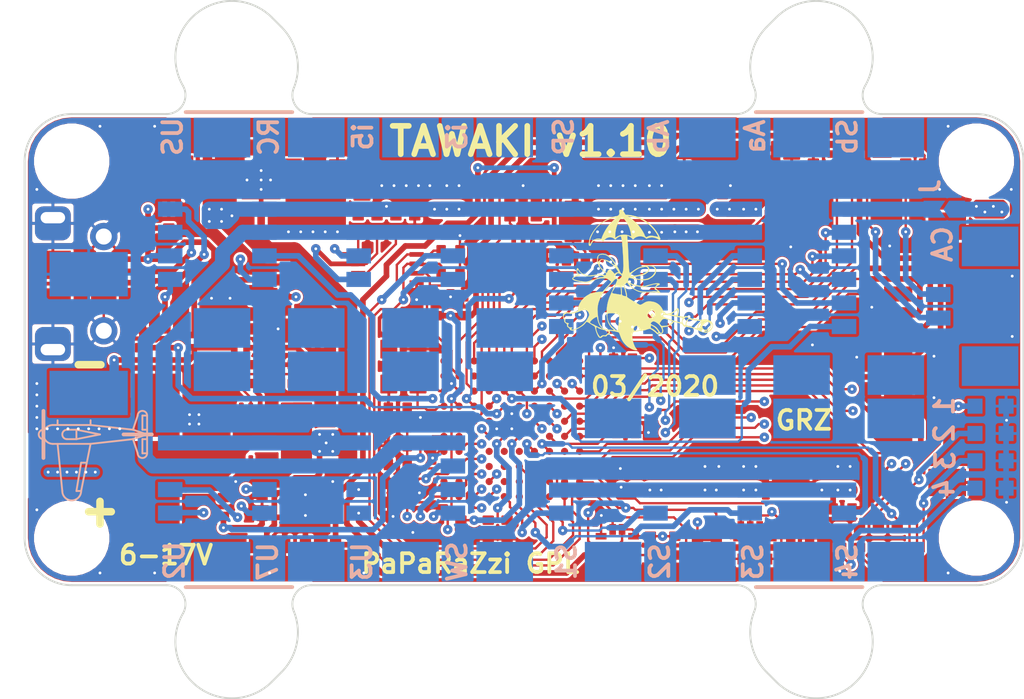
<source format=kicad_pcb>
(kicad_pcb (version 20171130) (host pcbnew "(5.1.6)-1")
  (layers (0 F.Cu signal) (1 "In1.Cu_(GroundPlane)" power hide) (2 In2.Cu signal hide) (31 B.Cu signal hide) (34 B.Paste user hide) (35 F.Paste user) (36 B.SilkS user hide) (37 F.SilkS user) (38 B.Mask user hide) (39 F.Mask user) (44 Edge.Cuts user))
  (net 0 "")
  (net 1 +5V)
  (net 2 GND)
  (net 3 +3V3SENS)
  (net 4 +3V3)
  (net 5 VBAT)
  (net 6 +3V3MCU)
  (net 7 /OSCO)
  (net 8 /OSCI)
  (net 9 +5VAUX)
  (net 10 /nRST)
  (net 11 /SW)
  (net 12 /FB)
  (net 13 /LED2)
  (net 14 /LED1)
  (net 15 /SWCLK)
  (net 16 /SWDIO)
  (net 17 /APSW)
  (net 18 /LED4)
  (net 19 /USB+)
  (net 20 /USB-)
  (net 21 /RC1)
  (net 22 /RC2)
  (net 23 /LED3)
  (net 24 "Net-(LED1-Pad2)")
  (net 25 "Net-(LED2-Pad2)")
  (net 26 "Net-(LED3-Pad2)")
  (net 27 "Net-(LED4-Pad2)")
  (net 28 /VCAP2)
  (net 29 /VCAP1)
  (net 30 +5VMCU)
  (net 31 /USBvbus)
  (net 32 /SCK4)
  (net 33 /MOSI4)
  (net 34 /NSS4)
  (net 35 /MISO4)
  (net 36 /SCL4)
  (net 37 /SDA4)
  (net 38 /TX3)
  (net 39 /NSS2)
  (net 40 /SDA2)
  (net 41 /SRVa3)
  (net 42 /SRVa1)
  (net 43 /AUXb4)
  (net 44 /AUXb2)
  (net 45 /AUXb1)
  (net 46 /RX3)
  (net 47 /SCL2)
  (net 48 /AUXb3)
  (net 49 /AUXa4)
  (net 50 /AUXa3)
  (net 51 /MISO2)
  (net 52 /SRVa2)
  (net 53 /AUXa2)
  (net 54 /MOSI2)
  (net 55 /SRVa4)
  (net 56 /AUXa1)
  (net 57 /VBATmeas)
  (net 58 /CANTX)
  (net 59 /CANRX)
  (net 60 /BOOT)
  (net 61 /SCK2)
  (net 62 /RX2)
  (net 63 /DSHTin)
  (net 64 /TX2)
  (net 65 /SRVb1)
  (net 66 /SRVb3)
  (net 67 /TX7)
  (net 68 /RX7)
  (net 69 /SRVb2)
  (net 70 /SRVb4)
  (net 71 /SDA2_5)
  (net 72 /SCL2_5)
  (net 73 /CANL)
  (net 74 /CANH)
  (net 75 "Net-(C7-Pad1)")
  (net 76 "Net-(C23-Pad1)")
  (net 77 "Net-(IC1-Pad9)")
  (net 78 "Net-(IC1-Pad7)")
  (net 79 "Net-(IC5-PadJ8)")
  (net 80 "Net-(IC5-PadJ6)")
  (net 81 "Net-(IC5-PadJ5)")
  (net 82 "Net-(IC5-PadH8)")
  (net 83 "Net-(IC5-PadH7)")
  (net 84 "Net-(IC5-PadH5)")
  (net 85 "Net-(IC5-PadH4)")
  (net 86 "Net-(IC5-PadH3)")
  (net 87 "Net-(IC5-PadG9)")
  (net 88 "Net-(IC5-PadG6)")
  (net 89 "Net-(IC5-PadG5)")
  (net 90 "Net-(IC5-PadG4)")
  (net 91 "Net-(IC5-PadG3)")
  (net 92 "Net-(IC5-PadF3)")
  (net 93 "Net-(IC5-PadF2)")
  (net 94 "Net-(IC5-PadE2)")
  (net 95 "Net-(IC5-PadD9)")
  (net 96 "Net-(IC5-PadD6)")
  (net 97 "Net-(IC5-PadC4)")
  (net 98 "Net-(IC5-PadB3)")
  (net 99 "Net-(IC5-PadB1)")
  (net 100 "Net-(IC5-PadA6)")
  (net 101 "Net-(IC5-PadA1)")
  (net 102 "Net-(IC6-Pad4)")
  (net 103 "Net-(IC6-Pad9)")
  (net 104 "Net-(IC7-Pad8)")
  (net 105 "Net-(IC7-Pad7)")
  (net 106 "Net-(IC8-Pad7)")
  (net 107 "Net-(IC9-Pad5)")
  (net 108 "Net-(IC9-Pad8)")
  (net 109 "Net-(J14-Pad2)")
  (net 110 "Net-(J18-Pad4)")
  (net 111 "Net-(C4-Pad1)")
  (net 112 "Net-(C5-Pad2)")
  (net 113 "Net-(C6-Pad1)")
  (net 114 "Net-(IC4-Pad5)")
  (net 115 "Net-(IC4-Pad7)")
  (net 116 "Net-(IC4-Pad9)")
  (net 117 "Net-(IC4-Pad12)")
  (net 118 /BOOT0)
  (net 119 /SD1cmd)
  (net 120 /SD1d3)
  (net 121 /SD1d2)
  (net 122 /SD1ck)
  (net 123 /SD1d1)
  (net 124 /SD1d0)
  (net 125 "Net-(IC5-PadD7)")
  (net 126 /USBvbus_LV)
  (net 127 "Net-(R21-Pad1)")
  (module _Connectors_GRZ:PicoBlade_53398-0271 (layer B.Cu) (at 147.35 87.7 270)
    (fp_text reference J1)
    (fp_text value CAN)
    (pad 1 smd rect (at -0.625 1.375 270) (size 0.8 1.3) (layers B.Cu B.Paste B.Mask) (net 73 /CANL))
    (pad 2 smd rect (at 0.625 1.375 270) (size 0.8 1.3) (layers B.Cu B.Paste B.Mask) (net 74 /CANH))
    (pad "" smd rect (at -3.175 -1.375 270) (size 2.1 3) (layers B.Cu B.Paste B.Mask))
    (pad "" smd rect (at 3.175 -1.375 270) (size 2.1 3) (layers B.Cu B.Paste B.Mask))
  )
  (module _Sensors_GRZ:BMP388 (layer F.Cu) (at 128.95 100.4)
    (fp_text reference IC8)
    (fp_text value BMP388)
    (pad 4 smd rect (at -0.8625 0) (size 0.575 0.35) (layers F.Cu F.Paste F.Mask) (net 37 /SDA4))
    (pad 5 smd rect (at -0.8625 0.5) (size 0.575 0.35) (layers F.Cu F.Paste F.Mask) (net 3 +3V3SENS))
    (pad 10 smd rect (at 0.8625 -0.5) (size 0.575 0.35) (layers F.Cu F.Paste F.Mask) (net 3 +3V3SENS))
    (pad 9 smd rect (at 0.8625 0) (size 0.575 0.35) (layers F.Cu F.Paste F.Mask) (net 2 GND))
    (pad 8 smd rect (at 0.8625 0.5) (size 0.575 0.35) (layers F.Cu F.Paste F.Mask) (net 2 GND))
    (pad 3 smd rect (at -0.8625 -0.5) (size 0.575 0.35) (layers F.Cu F.Paste F.Mask) (net 2 GND))
    (pad 6 smd rect (at -0.25 0.8625 90) (size 0.575 0.35) (layers F.Cu F.Paste F.Mask) (net 3 +3V3SENS))
    (pad 7 smd rect (at 0.25 0.8625 90) (size 0.575 0.35) (layers F.Cu F.Paste F.Mask) (net 106 "Net-(IC8-Pad7)"))
    (pad 1 smd rect (at 0.25 -0.8625 90) (size 0.575 0.35) (layers F.Cu F.Paste F.Mask) (net 3 +3V3SENS))
    (pad 2 smd rect (at -0.25 -0.8625 90) (size 0.575 0.35) (layers F.Cu F.Paste F.Mask) (net 36 /SCL4))
  )
  (module _Sensors_GRZ:LIS3MDL (layer F.Cu) (at 136.25 100.25 90)
    (fp_text reference IC7)
    (fp_text value LIS3MDL)
    (pad 2 smd rect (at -0.8625 -0.25 90) (size 0.575 0.35) (layers F.Cu F.Paste F.Mask) (net 2 GND))
    (pad 3 smd rect (at -0.8625 0.25 90) (size 0.575 0.35) (layers F.Cu F.Paste F.Mask) (net 2 GND))
    (pad 9 smd rect (at 0.8625 -0.25 90) (size 0.575 0.35) (layers F.Cu F.Paste F.Mask) (net 3 +3V3SENS))
    (pad 8 smd rect (at 0.8625 0.25 90) (size 0.575 0.35) (layers F.Cu F.Paste F.Mask) (net 104 "Net-(IC7-Pad8)"))
    (pad 4 smd rect (at -0.8625 0.75 90) (size 0.575 0.35) (layers F.Cu F.Paste F.Mask) (net 75 "Net-(C7-Pad1)"))
    (pad 7 smd rect (at 0.8625 0.75 90) (size 0.575 0.35) (layers F.Cu F.Paste F.Mask) (net 105 "Net-(IC7-Pad7)"))
    (pad 1 smd rect (at -0.8625 -0.75 90) (size 0.575 0.35) (layers F.Cu F.Paste F.Mask) (net 36 /SCL4))
    (pad 10 smd rect (at 0.8625 -0.75 90) (size 0.575 0.35) (layers F.Cu F.Paste F.Mask) (net 3 +3V3SENS))
    (pad 5 smd rect (at -0.25 0.8625 180) (size 0.575 0.35) (layers F.Cu F.Paste F.Mask) (net 3 +3V3SENS))
    (pad 6 smd rect (at 0.25 0.8625 180) (size 0.575 0.35) (layers F.Cu F.Paste F.Mask) (net 3 +3V3SENS))
    (pad 11 smd rect (at 0.25 -0.8625 180) (size 0.575 0.35) (layers F.Cu F.Paste F.Mask) (net 37 /SDA4))
    (pad 12 smd rect (at -0.25 -0.8625 180) (size 0.575 0.35) (layers F.Cu F.Paste F.Mask) (net 2 GND))
  )
  (module _MCU_GRZ:STM32F777VI (layer F.Cu) (at 123.35 94.2)
    (fp_text reference IC5)
    (fp_text value STM32F777VI)
    (pad A1 smd circle (at -3.6 -3.6) (size 0.38 0.38) (layers F.Cu F.Paste F.Mask) (net 101 "Net-(IC5-PadA1)"))
    (pad A2 smd circle (at -2.8 -3.6) (size 0.38 0.38) (layers F.Cu F.Paste F.Mask) (net 17 /APSW))
    (pad A3 smd circle (at -2 -3.6) (size 0.38 0.38) (layers F.Cu F.Paste F.Mask) (net 32 /SCK4))
    (pad A4 smd circle (at -1.2 -3.6) (size 0.38 0.38) (layers F.Cu F.Paste F.Mask) (net 70 /SRVb4))
    (pad A5 smd circle (at -0.4 -3.6) (size 0.38 0.38) (layers F.Cu F.Paste F.Mask) (net 69 /SRVb2))
    (pad A6 smd circle (at 0.4 -3.6) (size 0.38 0.38) (layers F.Cu F.Paste F.Mask) (net 100 "Net-(IC5-PadA6)"))
    (pad A7 smd circle (at 1.2 -3.6) (size 0.38 0.38) (layers F.Cu F.Paste F.Mask) (net 68 /RX7))
    (pad A8 smd circle (at 2 -3.6) (size 0.38 0.38) (layers F.Cu F.Paste F.Mask) (net 67 /TX7))
    (pad A9 smd circle (at 2.8 -3.6) (size 0.38 0.38) (layers F.Cu F.Paste F.Mask) (net 15 /SWCLK))
    (pad A10 smd circle (at 3.6 -3.6) (size 0.38 0.38) (layers F.Cu F.Paste F.Mask) (net 16 /SWDIO))
    (pad B1 smd circle (at -3.6 -2.8) (size 0.38 0.38) (layers F.Cu F.Paste F.Mask) (net 99 "Net-(IC5-PadB1)"))
    (pad B2 smd circle (at -2.8 -2.8) (size 0.38 0.38) (layers F.Cu F.Paste F.Mask) (net 4 +3V3))
    (pad B3 smd circle (at -2 -2.8) (size 0.38 0.38) (layers F.Cu F.Paste F.Mask) (net 98 "Net-(IC5-PadB3)"))
    (pad B4 smd circle (at -1.2 -2.8) (size 0.38 0.38) (layers F.Cu F.Paste F.Mask) (net 66 /SRVb3))
    (pad B5 smd circle (at -0.4 -2.8) (size 0.38 0.38) (layers F.Cu F.Paste F.Mask) (net 65 /SRVb1))
    (pad B6 smd circle (at 0.4 -2.8) (size 0.38 0.38) (layers F.Cu F.Paste F.Mask) (net 64 /TX2))
    (pad B7 smd circle (at 1.2 -2.8) (size 0.38 0.38) (layers F.Cu F.Paste F.Mask) (net 119 /SD1cmd))
    (pad B8 smd circle (at 2 -2.8) (size 0.38 0.38) (layers F.Cu F.Paste F.Mask) (net 120 /SD1d3))
    (pad B9 smd circle (at 2.8 -2.8) (size 0.38 0.38) (layers F.Cu F.Paste F.Mask) (net 121 /SD1d2))
    (pad B10 smd circle (at 3.6 -2.8) (size 0.38 0.38) (layers F.Cu F.Paste F.Mask) (net 19 /USB+))
    (pad C1 smd circle (at -3.6 -2) (size 0.38 0.38) (layers F.Cu F.Paste F.Mask) (net 8 /OSCI))
    (pad C2 smd circle (at -2.8 -2) (size 0.38 0.38) (layers F.Cu F.Paste F.Mask) (net 2 GND))
    (pad C3 smd circle (at -2 -2) (size 0.38 0.38) (layers F.Cu F.Paste F.Mask) (net 34 /NSS4))
    (pad C4 smd circle (at -1.2 -2) (size 0.38 0.38) (layers F.Cu F.Paste F.Mask) (net 97 "Net-(IC5-PadC4)"))
    (pad C5 smd circle (at -0.4 -2) (size 0.38 0.38) (layers F.Cu F.Paste F.Mask) (net 63 /DSHTin))
    (pad C6 smd circle (at 0.4 -2) (size 0.38 0.38) (layers F.Cu F.Paste F.Mask) (net 62 /RX2))
    (pad C7 smd circle (at 1.2 -2) (size 0.38 0.38) (layers F.Cu F.Paste F.Mask) (net 61 /SCK2))
    (pad C8 smd circle (at 2 -2) (size 0.38 0.38) (layers F.Cu F.Paste F.Mask) (net 122 /SD1ck))
    (pad C9 smd circle (at 2.8 -2) (size 0.38 0.38) (layers F.Cu F.Paste F.Mask) (net 126 /USBvbus_LV))
    (pad C10 smd circle (at 3.6 -2) (size 0.38 0.38) (layers F.Cu F.Paste F.Mask) (net 20 /USB-))
    (pad D1 smd circle (at -3.6 -1.2) (size 0.38 0.38) (layers F.Cu F.Paste F.Mask) (net 7 /OSCO))
    (pad D2 smd circle (at -2.8 -1.2) (size 0.38 0.38) (layers F.Cu F.Paste F.Mask) (net 6 +3V3MCU))
    (pad D3 smd circle (at -2 -1.2) (size 0.38 0.38) (layers F.Cu F.Paste F.Mask) (net 35 /MISO4))
    (pad D4 smd circle (at -1.2 -1.2) (size 0.38 0.38) (layers F.Cu F.Paste F.Mask) (net 21 /RC1))
    (pad D5 smd circle (at -0.4 -1.2) (size 0.38 0.38) (layers F.Cu F.Paste F.Mask) (net 118 /BOOT0))
    (pad D6 smd circle (at 0.4 -1.2) (size 0.38 0.38) (layers F.Cu F.Paste F.Mask) (net 96 "Net-(IC5-PadD6)"))
    (pad D7 smd circle (at 1.2 -1.2) (size 0.38 0.38) (layers F.Cu F.Paste F.Mask) (net 125 "Net-(IC5-PadD7)"))
    (pad D8 smd circle (at 2 -1.2) (size 0.38 0.38) (layers F.Cu F.Paste F.Mask) (net 59 /CANRX))
    (pad D9 smd circle (at 2.8 -1.2) (size 0.38 0.38) (layers F.Cu F.Paste F.Mask) (net 95 "Net-(IC5-PadD9)"))
    (pad D10 smd circle (at 3.6 -1.2) (size 0.38 0.38) (layers F.Cu F.Paste F.Mask) (net 13 /LED2))
    (pad E1 smd circle (at -3.6 -0.4) (size 0.38 0.38) (layers F.Cu F.Paste F.Mask) (net 10 /nRST))
    (pad E2 smd circle (at -2.8 -0.4) (size 0.38 0.38) (layers F.Cu F.Paste F.Mask) (net 94 "Net-(IC5-PadE2)"))
    (pad E3 smd circle (at -2 -0.4) (size 0.38 0.38) (layers F.Cu F.Paste F.Mask) (net 33 /MOSI4))
    (pad E4 smd circle (at -1.2 -0.4) (size 0.38 0.38) (layers F.Cu F.Paste F.Mask) (net 2 GND))
    (pad E5 smd circle (at -0.4 -0.4) (size 0.38 0.38) (layers F.Cu F.Paste F.Mask) (net 2 GND))
    (pad E6 smd circle (at 0.4 -0.4) (size 0.38 0.38) (layers F.Cu F.Paste F.Mask) (net 2 GND))
    (pad E7 smd circle (at 1.2 -0.4) (size 0.38 0.38) (layers F.Cu F.Paste F.Mask) (net 28 /VCAP2))
    (pad E8 smd circle (at 2 -0.4) (size 0.38 0.38) (layers F.Cu F.Paste F.Mask) (net 58 /CANTX))
    (pad E9 smd circle (at 2.8 -0.4) (size 0.38 0.38) (layers F.Cu F.Paste F.Mask) (net 123 /SD1d1))
    (pad E10 smd circle (at 3.6 -0.4) (size 0.38 0.38) (layers F.Cu F.Paste F.Mask) (net 23 /LED3))
    (pad F1 smd circle (at -3.6 0.4) (size 0.38 0.38) (layers F.Cu F.Paste F.Mask) (net 57 /VBATmeas))
    (pad F2 smd circle (at -2.8 0.4) (size 0.38 0.38) (layers F.Cu F.Paste F.Mask) (net 93 "Net-(IC5-PadF2)"))
    (pad F3 smd circle (at -2 0.4) (size 0.38 0.38) (layers F.Cu F.Paste F.Mask) (net 92 "Net-(IC5-PadF3)"))
    (pad F4 smd circle (at -1.2 0.4) (size 0.38 0.38) (layers F.Cu F.Paste F.Mask) (net 6 +3V3MCU))
    (pad F5 smd circle (at -0.4 0.4) (size 0.38 0.38) (layers F.Cu F.Paste F.Mask) (net 6 +3V3MCU))
    (pad F6 smd circle (at 0.4 0.4) (size 0.38 0.38) (layers F.Cu F.Paste F.Mask) (net 6 +3V3MCU))
    (pad F7 smd circle (at 1.2 0.4) (size 0.38 0.38) (layers F.Cu F.Paste F.Mask) (net 6 +3V3MCU))
    (pad F8 smd circle (at 2 0.4) (size 0.38 0.38) (layers F.Cu F.Paste F.Mask) (net 29 /VCAP1))
    (pad F9 smd circle (at 2.8 0.4) (size 0.38 0.38) (layers F.Cu F.Paste F.Mask) (net 124 /SD1d0))
    (pad F10 smd circle (at 3.6 0.4) (size 0.38 0.38) (layers F.Cu F.Paste F.Mask) (net 22 /RC2))
    (pad G1 smd circle (at -3.6 1.2) (size 0.38 0.38) (layers F.Cu F.Paste F.Mask) (net 2 GND))
    (pad G2 smd circle (at -2.8 1.2) (size 0.38 0.38) (layers F.Cu F.Paste F.Mask) (net 56 /AUXa1))
    (pad G3 smd circle (at -2 1.2) (size 0.38 0.38) (layers F.Cu F.Paste F.Mask) (net 91 "Net-(IC5-PadG3)"))
    (pad G4 smd circle (at -1.2 1.2) (size 0.38 0.38) (layers F.Cu F.Paste F.Mask) (net 90 "Net-(IC5-PadG4)"))
    (pad G5 smd circle (at -0.4 1.2) (size 0.38 0.38) (layers F.Cu F.Paste F.Mask) (net 89 "Net-(IC5-PadG5)"))
    (pad G6 smd circle (at 0.4 1.2) (size 0.38 0.38) (layers F.Cu F.Paste F.Mask) (net 88 "Net-(IC5-PadG6)"))
    (pad G7 smd circle (at 1.2 1.2) (size 0.38 0.38) (layers F.Cu F.Paste F.Mask) (net 55 /SRVa4))
    (pad G8 smd circle (at 2 1.2) (size 0.38 0.38) (layers F.Cu F.Paste F.Mask) (net 14 /LED1))
    (pad G9 smd circle (at 2.8 1.2) (size 0.38 0.38) (layers F.Cu F.Paste F.Mask) (net 87 "Net-(IC5-PadG9)"))
    (pad G10 smd circle (at 3.6 1.2) (size 0.38 0.38) (layers F.Cu F.Paste F.Mask) (net 54 /MOSI2))
    (pad H1 smd circle (at -3.6 2) (size 0.38 0.38) (layers F.Cu F.Paste F.Mask) (net 6 +3V3MCU))
    (pad H2 smd circle (at -2.8 2) (size 0.38 0.38) (layers F.Cu F.Paste F.Mask) (net 53 /AUXa2))
    (pad H3 smd circle (at -2 2) (size 0.38 0.38) (layers F.Cu F.Paste F.Mask) (net 86 "Net-(IC5-PadH3)"))
    (pad H4 smd circle (at -1.2 2) (size 0.38 0.38) (layers F.Cu F.Paste F.Mask) (net 85 "Net-(IC5-PadH4)"))
    (pad H5 smd circle (at -0.4 2) (size 0.38 0.38) (layers F.Cu F.Paste F.Mask) (net 84 "Net-(IC5-PadH5)"))
    (pad H6 smd circle (at 0.4 2) (size 0.38 0.38) (layers F.Cu F.Paste F.Mask) (net 52 /SRVa2))
    (pad H7 smd circle (at 1.2 2) (size 0.38 0.38) (layers F.Cu F.Paste F.Mask) (net 83 "Net-(IC5-PadH7)"))
    (pad H8 smd circle (at 2 2) (size 0.38 0.38) (layers F.Cu F.Paste F.Mask) (net 82 "Net-(IC5-PadH8)"))
    (pad H9 smd circle (at 2.8 2) (size 0.38 0.38) (layers F.Cu F.Paste F.Mask) (net 18 /LED4))
    (pad H10 smd circle (at 3.6 2) (size 0.38 0.38) (layers F.Cu F.Paste F.Mask) (net 51 /MISO2))
    (pad J1 smd circle (at -3.6 2.8) (size 0.38 0.38) (layers F.Cu F.Paste F.Mask) (net 2 GND))
    (pad J2 smd circle (at -2.8 2.8) (size 0.38 0.38) (layers F.Cu F.Paste F.Mask) (net 50 /AUXa3))
    (pad J3 smd circle (at -2 2.8) (size 0.38 0.38) (layers F.Cu F.Paste F.Mask) (net 45 /AUXb1))
    (pad J4 smd circle (at -1.2 2.8) (size 0.38 0.38) (layers F.Cu F.Paste F.Mask) (net 48 /AUXb3))
    (pad J5 smd circle (at -0.4 2.8) (size 0.38 0.38) (layers F.Cu F.Paste F.Mask) (net 81 "Net-(IC5-PadJ5)"))
    (pad J6 smd circle (at 0.4 2.8) (size 0.38 0.38) (layers F.Cu F.Paste F.Mask) (net 80 "Net-(IC5-PadJ6)"))
    (pad J7 smd circle (at 1.2 2.8) (size 0.38 0.38) (layers F.Cu F.Paste F.Mask) (net 47 /SCL2))
    (pad J8 smd circle (at 2 2.8) (size 0.38 0.38) (layers F.Cu F.Paste F.Mask) (net 79 "Net-(IC5-PadJ8)"))
    (pad J9 smd circle (at 2.8 2.8) (size 0.38 0.38) (layers F.Cu F.Paste F.Mask) (net 46 /RX3))
    (pad J10 smd circle (at 3.6 2.8) (size 0.38 0.38) (layers F.Cu F.Paste F.Mask) (net 37 /SDA4))
    (pad K1 smd circle (at -3.6 3.6) (size 0.38 0.38) (layers F.Cu F.Paste F.Mask) (net 6 +3V3MCU))
    (pad K2 smd circle (at -2.8 3.6) (size 0.38 0.38) (layers F.Cu F.Paste F.Mask) (net 49 /AUXa4))
    (pad K3 smd circle (at -2 3.6) (size 0.38 0.38) (layers F.Cu F.Paste F.Mask) (net 44 /AUXb2))
    (pad K4 smd circle (at -1.2 3.6) (size 0.38 0.38) (layers F.Cu F.Paste F.Mask) (net 43 /AUXb4))
    (pad K5 smd circle (at -0.4 3.6) (size 0.38 0.38) (layers F.Cu F.Paste F.Mask) (net 42 /SRVa1))
    (pad K6 smd circle (at 0.4 3.6) (size 0.38 0.38) (layers F.Cu F.Paste F.Mask) (net 41 /SRVa3))
    (pad K7 smd circle (at 1.2 3.6) (size 0.38 0.38) (layers F.Cu F.Paste F.Mask) (net 40 /SDA2))
    (pad K8 smd circle (at 2 3.6) (size 0.38 0.38) (layers F.Cu F.Paste F.Mask) (net 39 /NSS2))
    (pad K9 smd circle (at 2.8 3.6) (size 0.38 0.38) (layers F.Cu F.Paste F.Mask) (net 38 /TX3))
    (pad K10 smd circle (at 3.6 3.6) (size 0.38 0.38) (layers F.Cu F.Paste F.Mask) (net 36 /SCL4))
  )
  (module _Capacitors_GRZ:EIA_7343-31 (layer F.Cu) (at 104.5 95.55 90)
    (fp_text reference C43)
    (fp_text value 100µF/20V)
    (pad 1 smd rect (at -2.6 0 90) (size 3.35 2.45) (layers F.Cu F.Paste F.Mask) (net 5 VBAT))
    (pad 2 smd rect (at 2.6 0 90) (size 3.35 2.45) (layers F.Cu F.Paste F.Mask) (net 2 GND))
  )
  (module _IC_Misc_GRZ:TPS2001DDBV (layer F.Cu) (at 135.1 80.275 180)
    (fp_text reference IC11)
    (fp_text value TPS2001DDBV)
    (pad 1 smd roundrect (at -1.3 -0.95 180) (size 1.1 0.6) (layers F.Cu F.Paste F.Mask) (roundrect_rratio 0.09) (net 9 +5VAUX))
    (pad 2 smd roundrect (at -1.3 0 180) (size 1.1 0.6) (layers F.Cu F.Paste F.Mask) (roundrect_rratio 0.09) (net 2 GND))
    (pad 3 smd roundrect (at -1.3 0.95 180) (size 1.1 0.6) (layers F.Cu F.Paste F.Mask) (roundrect_rratio 0.09) (net 2 GND))
    (pad 4 smd roundrect (at 1.3 0.95 180) (size 1.1 0.6) (layers F.Cu F.Paste F.Mask) (roundrect_rratio 0.09) (net 17 /APSW))
    (pad 5 smd roundrect (at 1.3 -0.95 180) (size 1.1 0.6) (layers F.Cu F.Paste F.Mask) (roundrect_rratio 0.09) (net 1 +5V))
  )
  (module _Capacitors_GRZ:C_0603 (layer F.Cu) (at 110.5 100.35)
    (fp_text reference C39)
    (fp_text value 10µF)
    (pad 2 smd roundrect (at 0.8 0) (size 0.6 0.9) (layers F.Cu F.Paste F.Mask) (roundrect_rratio 0.0833) (net 2 GND))
    (pad 1 smd roundrect (at -0.8 0) (size 0.6 0.9) (layers F.Cu F.Paste F.Mask) (roundrect_rratio 0.0833) (net 1 +5V))
  )
  (module _Capacitors_GRZ:C_0603 (layer F.Cu) (at 113.2 100.35 180)
    (fp_text reference C40)
    (fp_text value 10µF)
    (pad 2 smd roundrect (at 0.8 0 180) (size 0.6 0.9) (layers F.Cu F.Paste F.Mask) (roundrect_rratio 0.0833) (net 2 GND))
    (pad 1 smd roundrect (at -0.8 0 180) (size 0.6 0.9) (layers F.Cu F.Paste F.Mask) (roundrect_rratio 0.0833) (net 3 +3V3SENS))
  )
  (module _Capacitors_GRZ:C_0603 (layer F.Cu) (at 107.65 94.5 90)
    (fp_text reference C29)
    (fp_text value 1µF/25V/X5R)
    (pad 2 smd roundrect (at 0.8 0 90) (size 0.6 0.9) (layers F.Cu F.Paste F.Mask) (roundrect_rratio 0.0833) (net 2 GND))
    (pad 1 smd roundrect (at -0.8 0 90) (size 0.6 0.9) (layers F.Cu F.Paste F.Mask) (roundrect_rratio 0.0833) (net 5 VBAT))
  )
  (module _Capacitors_GRZ:C_0603 (layer F.Cu) (at 113.85 89.3 180)
    (fp_text reference C42)
    (fp_text value 10µF)
    (pad 2 smd roundrect (at 0.8 0 180) (size 0.6 0.9) (layers F.Cu F.Paste F.Mask) (roundrect_rratio 0.0833) (net 2 GND))
    (pad 1 smd roundrect (at -0.8 0 180) (size 0.6 0.9) (layers F.Cu F.Paste F.Mask) (roundrect_rratio 0.0833) (net 1 +5V))
  )
  (module _Capacitors_GRZ:C_0603 (layer F.Cu) (at 113.85 90.85 180)
    (fp_text reference C33)
    (fp_text value 10µF)
    (pad 2 smd roundrect (at 0.8 0 180) (size 0.6 0.9) (layers F.Cu F.Paste F.Mask) (roundrect_rratio 0.0833) (net 2 GND))
    (pad 1 smd roundrect (at -0.8 0 180) (size 0.6 0.9) (layers F.Cu F.Paste F.Mask) (roundrect_rratio 0.0833) (net 1 +5V))
  )
  (module _Capacitors_GRZ:C_0603 (layer F.Cu) (at 109.9 88.1 90)
    (fp_text reference C34)
    (fp_text value 10µF)
    (pad 2 smd roundrect (at 0.8 0 90) (size 0.6 0.9) (layers F.Cu F.Paste F.Mask) (roundrect_rratio 0.0833) (net 2 GND))
    (pad 1 smd roundrect (at -0.8 0 90) (size 0.6 0.9) (layers F.Cu F.Paste F.Mask) (roundrect_rratio 0.0833) (net 30 +5VMCU))
  )
  (module _Capacitors_GRZ:C_0603 (layer F.Cu) (at 111.2 87.1 270)
    (fp_text reference C35)
    (fp_text value 10µF)
    (pad 2 smd roundrect (at 0.8 0 270) (size 0.6 0.9) (layers F.Cu F.Paste F.Mask) (roundrect_rratio 0.0833) (net 2 GND))
    (pad 1 smd roundrect (at -0.8 0 270) (size 0.6 0.9) (layers F.Cu F.Paste F.Mask) (roundrect_rratio 0.0833) (net 6 +3V3MCU))
  )
  (module _Capacitors_GRZ:C_0603 (layer F.Cu) (at 126.6 83.2 90)
    (fp_text reference C41)
    (fp_text value 10µF)
    (pad 2 smd roundrect (at 0.8 0 90) (size 0.6 0.9) (layers F.Cu F.Paste F.Mask) (roundrect_rratio 0.0833) (net 2 GND))
    (pad 1 smd roundrect (at -0.8 0 90) (size 0.6 0.9) (layers F.Cu F.Paste F.Mask) (roundrect_rratio 0.0833) (net 3 +3V3SENS))
  )
  (module _Capacitors_GRZ:C_0603 (layer F.Cu) (at 138.2 80.425 90)
    (fp_text reference C36)
    (fp_text value 10µF)
    (pad 2 smd roundrect (at 0.8 0 90) (size 0.6 0.9) (layers F.Cu F.Paste F.Mask) (roundrect_rratio 0.0833) (net 2 GND))
    (pad 1 smd roundrect (at -0.8 0 90) (size 0.6 0.9) (layers F.Cu F.Paste F.Mask) (roundrect_rratio 0.0833) (net 9 +5VAUX))
  )
  (module _Capacitors_GRZ:C_0603 (layer F.Cu) (at 114.1 81 90)
    (fp_text reference C37)
    (fp_text value 10µF)
    (pad 2 smd roundrect (at 0.8 0 90) (size 0.6 0.9) (layers F.Cu F.Paste F.Mask) (roundrect_rratio 0.0833) (net 2 GND))
    (pad 1 smd roundrect (at -0.8 0 90) (size 0.6 0.9) (layers F.Cu F.Paste F.Mask) (roundrect_rratio 0.0833) (net 4 +3V3))
  )
  (module _Capacitors_GRZ:C_0603 (layer F.Cu) (at 115.4 81 90)
    (fp_text reference C38)
    (fp_text value 10µF)
    (pad 2 smd roundrect (at 0.8 0 90) (size 0.6 0.9) (layers F.Cu F.Paste F.Mask) (roundrect_rratio 0.0833) (net 2 GND))
    (pad 1 smd roundrect (at -0.8 0 90) (size 0.6 0.9) (layers F.Cu F.Paste F.Mask) (roundrect_rratio 0.0833) (net 4 +3V3))
  )
  (module _Regulators_GRZ:TPS7A84ARGR (layer F.Cu) (at 110.05 81 180)
    (fp_text reference IC4)
    (fp_text value TPS7A84ARGR)
    (pad 20 smd rect (at -1 -1.725 90) (size 0.85 0.28) (layers F.Cu F.Paste F.Mask) (net 4 +3V3))
    (pad 19 smd rect (at -0.5 -1.725 90) (size 0.85 0.28) (layers F.Cu F.Paste F.Mask) (net 4 +3V3))
    (pad 18 smd rect (at 0 -1.725 90) (size 0.85 0.28) (layers F.Cu F.Paste F.Mask) (net 2 GND))
    (pad 17 smd rect (at 0.5 -1.725 90) (size 0.85 0.28) (layers F.Cu F.Paste F.Mask) (net 1 +5V))
    (pad 16 smd rect (at 1 -1.725 90) (size 0.85 0.28) (layers F.Cu F.Paste F.Mask) (net 1 +5V))
    (pad 15 smd rect (at 1.725 -1) (size 0.85 0.28) (layers F.Cu F.Paste F.Mask) (net 1 +5V))
    (pad 14 smd rect (at 1.725 -0.5) (size 0.85 0.28) (layers F.Cu F.Paste F.Mask) (net 1 +5V))
    (pad 13 smd rect (at 1.725 0) (size 0.85 0.28) (layers F.Cu F.Paste F.Mask) (net 113 "Net-(C6-Pad1)"))
    (pad 12 smd rect (at 1.725 0.5) (size 0.85 0.28) (layers F.Cu F.Paste F.Mask) (net 117 "Net-(IC4-Pad12)"))
    (pad 11 smd rect (at 1.725 1) (size 0.85 0.28) (layers F.Cu F.Paste F.Mask) (net 2 GND))
    (pad 10 smd rect (at 1 1.725 270) (size 0.85 0.28) (layers F.Cu F.Paste F.Mask) (net 2 GND))
    (pad 9 smd rect (at 0.5 1.725 270) (size 0.85 0.28) (layers F.Cu F.Paste F.Mask) (net 116 "Net-(IC4-Pad9)"))
    (pad 8 smd rect (at 0 1.725 270) (size 0.85 0.28) (layers F.Cu F.Paste F.Mask) (net 2 GND))
    (pad 7 smd rect (at -0.5 1.725 270) (size 0.85 0.28) (layers F.Cu F.Paste F.Mask) (net 115 "Net-(IC4-Pad7)"))
    (pad 6 smd rect (at -1 1.725 270) (size 0.85 0.28) (layers F.Cu F.Paste F.Mask) (net 2 GND))
    (pad 5 smd rect (at -1.725 1 180) (size 0.85 0.28) (layers F.Cu F.Paste F.Mask) (net 114 "Net-(IC4-Pad5)"))
    (pad 4 smd rect (at -1.725 0.5 180) (size 0.85 0.28) (layers F.Cu F.Paste F.Mask) (net 2 GND))
    (pad 3 smd rect (at -1.725 0 180) (size 0.85 0.28) (layers F.Cu F.Paste F.Mask) (net 112 "Net-(C5-Pad2)"))
    (pad 2 smd rect (at -1.725 -0.5 180) (size 0.85 0.28) (layers F.Cu F.Paste F.Mask) (net 4 +3V3))
    (pad 1 smd rect (at -1.725 -1 180) (size 0.85 0.28) (layers F.Cu F.Paste F.Mask) (net 4 +3V3))
    (pad 21 smd rect (at 0 0 270) (size 2.05 2.05) (layers F.Cu F.Mask) (net 2 GND))
  )
  (module _Resistors_GRZ:R_0402 (layer F.Cu) (at 105.15 83.05 90)
    (fp_text reference R19)
    (fp_text value 2.2kΩ)
    (pad 2 smd roundrect (at 0.5 0 90) (size 0.5 0.6) (layers F.Cu F.Paste F.Mask) (roundrect_rratio 0.1) (net 2 GND))
    (pad 1 smd roundrect (at -0.5 0 90) (size 0.5 0.6) (layers F.Cu F.Paste F.Mask) (roundrect_rratio 0.1) (net 126 /USBvbus_LV))
  )
  (module _Resistors_GRZ:R_0402 (layer F.Cu) (at 104.05 84.05 270)
    (fp_text reference R9)
    (fp_text value 1.5kΩ)
    (pad 2 smd roundrect (at 0.5 0 270) (size 0.5 0.6) (layers F.Cu F.Paste F.Mask) (roundrect_rratio 0.1) (net 31 /USBvbus))
    (pad 1 smd roundrect (at -0.5 0 270) (size 0.5 0.6) (layers F.Cu F.Paste F.Mask) (roundrect_rratio 0.1) (net 126 /USBvbus_LV))
  )
  (module _Connectors_GRZ:MicroSD_500901-0801 (layer F.Cu) (at 134.5 90.25 270)
    (fp_text reference J19)
    (fp_text value MicroSD_Connector_500901-0801)
    (pad S smd rect (at -6.8 -11.95 270) (size 1.45 2) (layers F.Cu F.Paste F.Mask) (net 2 GND))
    (pad S smd rect (at 6.8 -11.95 270) (size 1.45 2) (layers F.Cu F.Paste F.Mask) (net 2 GND))
    (pad 2 smd rect (at -2.1 -9.35 270) (size 0.8 1.5) (layers F.Cu F.Paste F.Mask) (net 120 /SD1d3))
    (pad 3 smd rect (at -1 -9.35 270) (size 0.8 1.5) (layers F.Cu F.Paste F.Mask) (net 119 /SD1cmd))
    (pad 4 smd rect (at 0.1 -9.35 270) (size 0.8 1.5) (layers F.Cu F.Paste F.Mask) (net 6 +3V3MCU))
    (pad 5 smd rect (at 1.2 -9.35 270) (size 0.8 1.5) (layers F.Cu F.Paste F.Mask) (net 122 /SD1ck))
    (pad 6 smd rect (at 2.3 -9.35 270) (size 0.8 1.5) (layers F.Cu F.Paste F.Mask) (net 2 GND))
    (pad 7 smd rect (at 3.4 -9.35 270) (size 0.8 1.5) (layers F.Cu F.Paste F.Mask) (net 124 /SD1d0))
    (pad 8 smd rect (at 4.5 -9.35 270) (size 0.8 1.5) (layers F.Cu F.Paste F.Mask) (net 123 /SD1d1))
    (pad 1 smd rect (at -3.2 -9.35 270) (size 0.8 1.5) (layers F.Cu F.Paste F.Mask) (net 121 /SD1d2))
    (pad S smd rect (at -6.8 -3.65 270) (size 1.45 2) (layers F.Cu F.Paste F.Mask) (net 2 GND))
    (pad S smd rect (at 6.8 -3.65 270) (size 1.45 2) (layers F.Cu F.Paste F.Mask) (net 2 GND))
  )
  (module _IC_Misc_GRZ:PCA9306DCU (layer F.Cu) (at 116.75 85.7 180)
    (fp_text reference IC10)
    (fp_text value PCA9306DCU)
    (pad 1 smd rect (at -1.55 -0.75 90) (size 0.25 0.75) (layers F.Cu F.Paste F.Mask) (net 2 GND))
    (pad 2 smd rect (at -1.55 -0.25 90) (size 0.25 0.75) (layers F.Cu F.Paste F.Mask) (net 4 +3V3))
    (pad 3 smd rect (at -1.55 0.25 90) (size 0.25 0.75) (layers F.Cu F.Paste F.Mask) (net 47 /SCL2))
    (pad 4 smd rect (at -1.55 0.75 90) (size 0.25 0.75) (layers F.Cu F.Paste F.Mask) (net 40 /SDA2))
    (pad 5 smd rect (at 1.55 0.75 90) (size 0.25 0.75) (layers F.Cu F.Paste F.Mask) (net 71 /SDA2_5))
    (pad 6 smd rect (at 1.55 0.25 90) (size 0.25 0.75) (layers F.Cu F.Paste F.Mask) (net 72 /SCL2_5))
    (pad 7 smd rect (at 1.55 -0.25 90) (size 0.25 0.75) (layers F.Cu F.Paste F.Mask) (net 111 "Net-(C4-Pad1)"))
    (pad 8 smd rect (at 1.55 -0.75 90) (size 0.25 0.75) (layers F.Cu F.Paste F.Mask) (net 111 "Net-(C4-Pad1)"))
  )
  (module _Inductors_GRZ:XFL4020 (layer F.Cu) (at 113.45 94.5)
    (fp_text reference L1)
    (fp_text value 1µH)
    (pad 2 smd rect (at 1.2 0) (size 1 3.4) (layers F.Cu F.Paste F.Mask) (net 1 +5V))
    (pad 1 smd rect (at -1.2 0) (size 1 3.4) (layers F.Cu F.Paste F.Mask) (net 11 /SW))
  )
  (module _Switches_GRZ:SolderJumper_2P_TrianglePads_0603 (layer B.Cu) (at 146.3 82.55 180)
    (fp_text reference JP1)
    (fp_text value SolderJumper_2P)
    (pad 2 smd custom (at 0.8 0 180) (size 0.6 0.9) (layers B.Cu B.Mask) (net 109 "Net-(J14-Pad2)") (options (clearance outline) (anchor rect)) (primitives (gr_poly (pts (xy 0.3 0.45) (xy -0.85 0.45) (xy -0.55 0) (xy -0.85 -0.45) (xy 0.3 -0.45)) (width 0))))
    (pad 1 smd custom (at -0.8 0 180) (size 0.6 0.9) (layers B.Cu B.Mask) (net 5 VBAT) (options (clearance outline) (anchor rect)) (primitives (gr_poly (pts (xy -0.3 0.45) (xy 0.55 0.45) (xy 0.85 0) (xy 0.55 -0.45) (xy -0.3 -0.45)) (width 0))))
  )
  (module _Regulators_GRZ:LP5912DRV (layer F.Cu) (at 112.4 98.25 180)
    (fp_text reference IC2)
    (fp_text value LP5912-3.3DRV)
    (pad 7 smd roundrect (at 0 0 180) (size 1 1.6) (layers F.Cu F.Mask) (roundrect_rratio 0.05) (net 2 GND))
    (pad 4 smd roundrect (at 0.975 0.65 180) (size 0.45 0.3) (layers F.Cu F.Paste F.Mask) (roundrect_rratio 0.17) (net 1 +5V))
    (pad 5 smd roundrect (at 0.975 0 180) (size 0.45 0.3) (layers F.Cu F.Paste F.Mask) (roundrect_rratio 0.17) (net 2 GND))
    (pad 6 smd roundrect (at 0.975 -0.65 180) (size 0.45 0.3) (layers F.Cu F.Paste F.Mask) (roundrect_rratio 0.17) (net 1 +5V))
    (pad 3 smd roundrect (at -0.975 0.65 180) (size 0.45 0.3) (layers F.Cu F.Paste F.Mask) (roundrect_rratio 0.17) (net 2 GND))
    (pad 2 smd roundrect (at -0.975 0 180) (size 0.45 0.3) (layers F.Cu F.Paste F.Mask) (roundrect_rratio 0.17) (net 2 GND))
    (pad 1 smd roundrect (at -0.975 -0.65 180) (size 0.45 0.3) (layers F.Cu F.Paste F.Mask) (roundrect_rratio 0.17) (net 3 +3V3SENS))
  )
  (module _Regulators_GRZ:LP5912DRV (layer F.Cu) (at 107.9678 87.27387 270)
    (fp_text reference IC3)
    (fp_text value LP5912-3.3DRV)
    (pad 7 smd roundrect (at 0 0 270) (size 1 1.6) (layers F.Cu F.Mask) (roundrect_rratio 0.05) (net 2 GND))
    (pad 4 smd roundrect (at 0.975 0.65 270) (size 0.45 0.3) (layers F.Cu F.Paste F.Mask) (roundrect_rratio 0.17) (net 30 +5VMCU))
    (pad 5 smd roundrect (at 0.975 0 270) (size 0.45 0.3) (layers F.Cu F.Paste F.Mask) (roundrect_rratio 0.17) (net 2 GND))
    (pad 6 smd roundrect (at 0.975 -0.65 270) (size 0.45 0.3) (layers F.Cu F.Paste F.Mask) (roundrect_rratio 0.17) (net 30 +5VMCU))
    (pad 3 smd roundrect (at -0.975 0.65 270) (size 0.45 0.3) (layers F.Cu F.Paste F.Mask) (roundrect_rratio 0.17) (net 2 GND))
    (pad 2 smd roundrect (at -0.975 0 270) (size 0.45 0.3) (layers F.Cu F.Paste F.Mask) (roundrect_rratio 0.17) (net 2 GND))
    (pad 1 smd roundrect (at -0.975 -0.65 270) (size 0.45 0.3) (layers F.Cu F.Paste F.Mask) (roundrect_rratio 0.17) (net 6 +3V3MCU))
  )
  (module _Regulators_GRZ:TPS621351 (layer F.Cu) (at 109.75 94.5 180)
    (fp_text reference IC1)
    (fp_text value TPS621351)
    (pad 11 smd roundrect (at -0.75 -1.4 180) (size 0.25 0.6) (layers F.Cu F.Paste F.Mask) (net 2 GND))
    (pad 10 smd roundrect (at -0.25 -1.4 180) (size 0.25 0.6) (layers F.Cu F.Paste F.Mask) (net 2 GND))
    (pad 9 smd roundrect (at 0.25 -1.4 180) (size 0.25 0.6) (layers F.Cu F.Paste F.Mask) (net 77 "Net-(IC1-Pad9)"))
    (pad 8 smd roundrect (at 0.75 -1.4 180) (size 0.25 0.6) (layers F.Cu F.Paste F.Mask) (net 5 VBAT))
    (pad 7 smd roundrect (at 0.75 1.4 180) (size 0.25 0.6) (layers F.Cu F.Paste F.Mask) (net 78 "Net-(IC1-Pad7)"))
    (pad 6 smd roundrect (at 0.25 1.4 180) (size 0.25 0.6) (layers F.Cu F.Paste F.Mask) (net 1 +5V))
    (pad 5 smd roundrect (at -0.25 1.4 180) (size 0.25 0.6) (layers F.Cu F.Paste F.Mask) (net 12 /FB))
    (pad 4 smd roundrect (at -0.75 1.4 180) (size 0.25 0.6) (layers F.Cu F.Paste F.Mask) (net 2 GND))
    (pad 3 smd roundrect (at 0 0.5 180) (size 2.4 0.25) (layers F.Cu F.Mask) (net 2 GND))
    (pad 2 smd roundrect (at 0 0 180) (size 2.4 0.25) (layers F.Cu F.Mask) (net 11 /SW))
    (pad 1 smd roundrect (at 0 -0.5 180) (size 2.4 0.25) (layers F.Cu F.Mask) (net 5 VBAT))
  )
  (module _Misc_GRZ:Crystal_8Z (layer F.Cu) (at 117.6 90.9 90)
    (fp_text reference Q1)
    (fp_text value 8Z_16MHz)
    (pad 4 smd roundrect (at -0.925 -0.775 90) (size 1 0.9) (layers F.Cu F.Paste F.Mask) (roundrect_rratio 0.0555) (net 2 GND))
    (pad 3 smd roundrect (at 0.925 -0.775 90) (size 1 0.9) (layers F.Cu F.Paste F.Mask) (roundrect_rratio 0.055) (net 8 /OSCI))
    (pad 2 smd roundrect (at 0.925 0.775 90) (size 1 0.9) (layers F.Cu F.Paste F.Mask) (roundrect_rratio 0.055) (net 2 GND))
    (pad 1 smd roundrect (at -0.925 0.775 90) (size 1 0.9) (layers F.Cu F.Paste F.Mask) (roundrect_rratio 0.055) (net 7 /OSCO))
  )
  (module _Capacitors_GRZ:C_0402 (layer F.Cu) (at 129.25 90.5 180)
    (fp_text reference C32)
    (fp_text value 4.7µF)
    (pad 1 smd roundrect (at -0.5 0 180) (size 0.5 0.6) (layers F.Cu F.Paste F.Mask) (roundrect_rratio 0.1) (net 28 /VCAP2))
    (pad 2 smd roundrect (at 0.5 0 180) (size 0.5 0.6) (layers F.Cu F.Paste F.Mask) (roundrect_rratio 0.1) (net 2 GND))
  )
  (module _Connectors_GRZ:PicoBlade_53398-0571 (layer B.Cu) (at 121.6 83.8 270)
    (fp_text reference J8)
    (fp_text value I2C-3V3)
    (pad 5 smd rect (at 2.475 1.375 270) (size 0.8 1.3) (layers B.Cu B.Paste B.Mask) (net 47 /SCL2))
    (pad 4 smd rect (at 1.225 1.375 270) (size 0.8 1.3) (layers B.Cu B.Paste B.Mask) (net 40 /SDA2))
    (pad 3 smd rect (at -0.025 1.375 270) (size 0.8 1.3) (layers B.Cu B.Paste B.Mask) (net 4 +3V3))
    (pad 1 smd rect (at -2.5 1.375 270) (size 0.8 1.3) (layers B.Cu B.Paste B.Mask) (net 2 GND))
    (pad 2 smd rect (at -1.25 1.375 270) (size 0.8 1.3) (layers B.Cu B.Paste B.Mask) (net 1 +5V))
    (pad "" smd rect (at -5.05 -1.375 270) (size 2.1 3) (layers B.Cu B.Paste B.Mask))
    (pad "" smd rect (at 5.05 -1.375 270) (size 2.1 3) (layers B.Cu B.Paste B.Mask))
  )
  (module _Capacitors_GRZ:C_0402 (layer F.Cu) (at 138.55 98.9 180)
    (fp_text reference C24)
    (fp_text value 100nF)
    (pad 1 smd roundrect (at -0.5 0 180) (size 0.5 0.6) (layers F.Cu F.Paste F.Mask) (roundrect_rratio 0.1) (net 2 GND))
    (pad 2 smd roundrect (at 0.5 0 180) (size 0.5 0.6) (layers F.Cu F.Paste F.Mask) (roundrect_rratio 0.1) (net 3 +3V3SENS))
  )
  (module _Capacitors_GRZ:C_0402 (layer F.Cu) (at 138.65 101.1)
    (fp_text reference C7)
    (fp_text value 100nF)
    (pad 2 smd roundrect (at 0.5 0) (size 0.5 0.6) (layers F.Cu F.Paste F.Mask) (roundrect_rratio 0.1) (net 2 GND))
    (pad 1 smd roundrect (at -0.5 0) (size 0.5 0.6) (layers F.Cu F.Paste F.Mask) (roundrect_rratio 0.1) (net 75 "Net-(C7-Pad1)"))
  )
  (module _Capacitors_GRZ:C_0402 (layer F.Cu) (at 138.65 100)
    (fp_text reference C28)
    (fp_text value 1µF)
    (pad 2 smd roundrect (at 0.5 0) (size 0.5 0.6) (layers F.Cu F.Paste F.Mask) (roundrect_rratio 0.1) (net 2 GND))
    (pad 1 smd roundrect (at -0.5 0) (size 0.5 0.6) (layers F.Cu F.Paste F.Mask) (roundrect_rratio 0.1) (net 3 +3V3SENS))
  )
  (module _Connectors_GRZ:PicoBlade_53398-0571 (layer B.Cu) (at 111.6 96.2 270)
    (fp_text reference J12)
    (fp_text value UART7)
    (pad 5 smd rect (at 2.475 1.375 270) (size 0.8 1.3) (layers B.Cu B.Paste B.Mask) (net 67 /TX7))
    (pad 4 smd rect (at 1.225 1.375 270) (size 0.8 1.3) (layers B.Cu B.Paste B.Mask) (net 68 /RX7))
    (pad 3 smd rect (at -0.025 1.375 270) (size 0.8 1.3) (layers B.Cu B.Paste B.Mask) (net 4 +3V3))
    (pad 1 smd rect (at -2.5 1.375 270) (size 0.8 1.3) (layers B.Cu B.Paste B.Mask) (net 2 GND))
    (pad 2 smd rect (at -1.25 1.375 270) (size 0.8 1.3) (layers B.Cu B.Paste B.Mask) (net 1 +5V))
    (pad "" smd rect (at -5.05 -1.375 270) (size 2.1 3) (layers B.Cu B.Paste B.Mask))
    (pad "" smd rect (at 5.05 -1.375 270) (size 2.1 3) (layers B.Cu B.Paste B.Mask))
  )
  (module _Connectors_GRZ:PicoBlade_53398-0571 (layer B.Cu) (at 116.6 83.8 270)
    (fp_text reference J9)
    (fp_text value I2C-5V)
    (pad 5 smd rect (at 2.475 1.375 270) (size 0.8 1.3) (layers B.Cu B.Paste B.Mask) (net 72 /SCL2_5))
    (pad 4 smd rect (at 1.225 1.375 270) (size 0.8 1.3) (layers B.Cu B.Paste B.Mask) (net 71 /SDA2_5))
    (pad 3 smd rect (at -0.025 1.375 270) (size 0.8 1.3) (layers B.Cu B.Paste B.Mask) (net 4 +3V3))
    (pad 1 smd rect (at -2.5 1.375 270) (size 0.8 1.3) (layers B.Cu B.Paste B.Mask) (net 2 GND))
    (pad 2 smd rect (at -1.25 1.375 270) (size 0.8 1.3) (layers B.Cu B.Paste B.Mask) (net 1 +5V))
    (pad "" smd rect (at -5.05 -1.375 270) (size 2.1 3) (layers B.Cu B.Paste B.Mask))
    (pad "" smd rect (at 5.05 -1.375 270) (size 2.1 3) (layers B.Cu B.Paste B.Mask))
  )
  (module _Capacitors_GRZ:C_0402 (layer F.Cu) (at 117.3 93.1)
    (fp_text reference C1)
    (fp_text value 18pF)
    (pad 1 smd roundrect (at -0.5 0) (size 0.5 0.6) (layers F.Cu F.Paste F.Mask) (roundrect_rratio 0.1) (net 2 GND))
    (pad 2 smd roundrect (at 0.5 0) (size 0.5 0.6) (layers F.Cu F.Paste F.Mask) (roundrect_rratio 0.1) (net 7 /OSCO))
  )
  (module _Connectors_GRZ:USB_Micro-B_Molex_105017-0001 (layer F.Cu) (at 99 86.5 270)
    (fp_text reference J18)
    (fp_text value USB_Micro-B)
    (pad 6 thru_hole circle (at -2.5 -2.7 270) (size 1.45 1.45) (drill 0.85) (layers *.Cu *.Mask F.Paste) (net 2 GND))
    (pad 6 thru_hole circle (at 2.5 -2.7 270) (size 1.45 1.45) (drill 0.85) (layers *.Cu *.Mask F.Paste) (net 2 GND))
    (pad 6 thru_hole roundrect (at -3.5 0 270) (size 1.8 1.9) (drill oval 0.6 1.3 (offset 0.3 0)) (layers *.Cu *.Mask F.Paste) (net 2 GND))
    (pad 6 thru_hole roundrect (at 3.5 0 270) (size 1.8 1.9) (drill oval 0.6 1.3 (offset -0.3 0)) (layers *.Cu *.Mask F.Paste) (net 2 GND))
    (pad 6 smd rect (at 1 0 270) (size 1.5 1.9) (layers F.Cu F.Paste F.Mask) (net 2 GND))
    (pad 6 smd rect (at -1 0 270) (size 1.5 1.9) (layers F.Cu F.Paste F.Mask) (net 2 GND))
    (pad 5 smd rect (at 1.3 -2.7 270) (size 0.4 1.35) (layers F.Cu F.Paste F.Mask) (net 2 GND))
    (pad 4 smd rect (at 0.65 -2.7 270) (size 0.4 1.35) (layers F.Cu F.Paste F.Mask) (net 110 "Net-(J18-Pad4)"))
    (pad 3 smd rect (at 0 -2.7 270) (size 0.4 1.35) (layers F.Cu F.Paste F.Mask) (net 19 /USB+))
    (pad 2 smd rect (at -0.65 -2.7 270) (size 0.4 1.35) (layers F.Cu F.Paste F.Mask) (net 20 /USB-))
    (pad 1 smd rect (at -1.3 -2.7 270) (size 0.4 1.35) (layers F.Cu F.Paste F.Mask) (net 31 /USBvbus))
  )
  (module _Connectors_GRZ:PicoBlade_53398-0371 (layer B.Cu) (at 132.35 97.45 270)
    (fp_text reference J3)
    (fp_text value SRVa2)
    (pad 3 smd rect (at 1.225 1.375 270) (size 0.8 1.3) (layers B.Cu B.Paste B.Mask) (net 52 /SRVa2))
    (pad 1 smd rect (at -1.25 1.375 270) (size 0.8 1.3) (layers B.Cu B.Paste B.Mask) (net 2 GND))
    (pad 2 smd rect (at 0 1.375 270) (size 0.8 1.3) (layers B.Cu B.Paste B.Mask) (net 1 +5V))
    (pad "" smd rect (at -3.8 -1.375 270) (size 2.1 3) (layers B.Cu B.Paste B.Mask))
    (pad "" smd rect (at 3.8 -1.375 270) (size 2.1 3) (layers B.Cu B.Paste B.Mask))
  )
  (module _Opto_GRZ:KP-1608SYC (layer B.Cu) (at 148.75 97.35 180)
    (fp_text reference LED4)
    (fp_text value KP-1608SYC)
    (pad 2 smd rect (at 0.825 0) (size 0.8 0.8) (layers B.Cu B.Paste B.Mask) (net 27 "Net-(LED4-Pad2)"))
    (pad 1 smd rect (at -0.825 0) (size 0.8 0.8) (layers B.Cu B.Paste B.Mask) (net 2 GND))
  )
  (module _Opto_GRZ:KP-1608CGCK (layer B.Cu) (at 148.75 95.9 180)
    (fp_text reference LED3)
    (fp_text value KP-1608CGCK)
    (pad 2 smd rect (at 0.825 0) (size 0.8 0.8) (layers B.Cu B.Paste B.Mask) (net 26 "Net-(LED3-Pad2)"))
    (pad 1 smd rect (at -0.825 0) (size 0.8 0.8) (layers B.Cu B.Paste B.Mask) (net 2 GND))
  )
  (module _Opto_GRZ:KP-1608SEC (layer B.Cu) (at 148.75 94.45 180)
    (fp_text reference LED2)
    (fp_text value KP-1608SEC)
    (pad 2 smd rect (at 0.825 0) (size 0.8 0.8) (layers B.Cu B.Paste B.Mask) (net 25 "Net-(LED2-Pad2)"))
    (pad 1 smd rect (at -0.825 0) (size 0.8 0.8) (layers B.Cu B.Paste B.Mask) (net 2 GND))
  )
  (module _Opto_GRZ:KP-1608SURC (layer B.Cu) (at 148.75 93 180)
    (fp_text reference LED1)
    (fp_text value KP-1608SURC)
    (pad 2 smd rect (at 0.825 0) (size 0.8 0.8) (layers B.Cu B.Paste B.Mask) (net 24 "Net-(LED1-Pad2)"))
    (pad 1 smd rect (at -0.825 0) (size 0.8 0.8) (layers B.Cu B.Paste B.Mask) (net 2 GND))
  )
  (module _Connectors_GRZ:PicoBlade_53398-0571 (layer B.Cu) (at 111.6 83.8 270)
    (fp_text reference J7)
    (fp_text value RC)
    (pad 5 smd rect (at 2.475 1.375 270) (size 0.8 1.3) (layers B.Cu B.Paste B.Mask) (net 22 /RC2))
    (pad 4 smd rect (at 1.225 1.375 270) (size 0.8 1.3) (layers B.Cu B.Paste B.Mask) (net 21 /RC1))
    (pad 3 smd rect (at -0.025 1.375 270) (size 0.8 1.3) (layers B.Cu B.Paste B.Mask) (net 4 +3V3))
    (pad 1 smd rect (at -2.5 1.375 270) (size 0.8 1.3) (layers B.Cu B.Paste B.Mask) (net 2 GND))
    (pad 2 smd rect (at -1.25 1.375 270) (size 0.8 1.3) (layers B.Cu B.Paste B.Mask) (net 1 +5V))
    (pad "" smd rect (at -5.05 -1.375 270) (size 2.1 3) (layers B.Cu B.Paste B.Mask))
    (pad "" smd rect (at 5.05 -1.375 270) (size 2.1 3) (layers B.Cu B.Paste B.Mask))
  )
  (module _Connectors_GRZ:PicoBlade_53398-0571 (layer B.Cu) (at 116.6 96.2 270)
    (fp_text reference J11)
    (fp_text value UART3)
    (pad 5 smd rect (at 2.475 1.375 270) (size 0.8 1.3) (layers B.Cu B.Paste B.Mask) (net 38 /TX3))
    (pad 4 smd rect (at 1.225 1.375 270) (size 0.8 1.3) (layers B.Cu B.Paste B.Mask) (net 46 /RX3))
    (pad 3 smd rect (at -0.025 1.375 270) (size 0.8 1.3) (layers B.Cu B.Paste B.Mask) (net 4 +3V3))
    (pad 1 smd rect (at -2.5 1.375 270) (size 0.8 1.3) (layers B.Cu B.Paste B.Mask) (net 2 GND))
    (pad 2 smd rect (at -1.25 1.375 270) (size 0.8 1.3) (layers B.Cu B.Paste B.Mask) (net 1 +5V))
    (pad "" smd rect (at -5.05 -1.375 270) (size 2.1 3) (layers B.Cu B.Paste B.Mask))
    (pad "" smd rect (at 5.05 -1.375 270) (size 2.1 3) (layers B.Cu B.Paste B.Mask))
  )
  (module _Connectors_GRZ:PicoBlade_53398-0571 (layer B.Cu) (at 106.6 96.2 270)
    (fp_text reference J10)
    (fp_text value UART2)
    (pad 5 smd rect (at 2.475 1.375 270) (size 0.8 1.3) (layers B.Cu B.Paste B.Mask) (net 64 /TX2))
    (pad 4 smd rect (at 1.225 1.375 270) (size 0.8 1.3) (layers B.Cu B.Paste B.Mask) (net 62 /RX2))
    (pad 3 smd rect (at -0.025 1.375 270) (size 0.8 1.3) (layers B.Cu B.Paste B.Mask) (net 4 +3V3))
    (pad 1 smd rect (at -2.5 1.375 270) (size 0.8 1.3) (layers B.Cu B.Paste B.Mask) (net 2 GND))
    (pad 2 smd rect (at -1.25 1.375 270) (size 0.8 1.3) (layers B.Cu B.Paste B.Mask) (net 1 +5V))
    (pad "" smd rect (at -5.05 -1.375 270) (size 2.1 3) (layers B.Cu B.Paste B.Mask))
    (pad "" smd rect (at 5.05 -1.375 270) (size 2.1 3) (layers B.Cu B.Paste B.Mask))
  )
  (module _Connectors_GRZ:PicoBlade_53398-0571 (layer B.Cu) (at 121.6 96.2 270)
    (fp_text reference J6)
    (fp_text value SWD)
    (pad 5 smd rect (at 2.475 1.375 270) (size 0.8 1.3) (layers B.Cu B.Paste B.Mask) (net 16 /SWDIO))
    (pad 4 smd rect (at 1.225 1.375 270) (size 0.8 1.3) (layers B.Cu B.Paste B.Mask) (net 15 /SWCLK))
    (pad 3 smd rect (at -0.025 1.375 270) (size 0.8 1.3) (layers B.Cu B.Paste B.Mask) (net 10 /nRST))
    (pad 1 smd rect (at -2.5 1.375 270) (size 0.8 1.3) (layers B.Cu B.Paste B.Mask) (net 2 GND))
    (pad 2 smd rect (at -1.25 1.375 270) (size 0.8 1.3) (layers B.Cu B.Paste B.Mask) (net 4 +3V3))
    (pad "" smd rect (at -5.05 -1.375 270) (size 2.1 3) (layers B.Cu B.Paste B.Mask))
    (pad "" smd rect (at 5.05 -1.375 270) (size 2.1 3) (layers B.Cu B.Paste B.Mask))
  )
  (module _Connectors_GRZ:PicoBlade_53398-0571 (layer B.Cu) (at 106.6 83.8 270)
    (fp_text reference J13)
    (fp_text value USB)
    (pad 5 smd rect (at 2.475 1.375 270) (size 0.8 1.3) (layers B.Cu B.Paste B.Mask) (net 60 /BOOT))
    (pad 4 smd rect (at 1.225 1.375 270) (size 0.8 1.3) (layers B.Cu B.Paste B.Mask) (net 31 /USBvbus))
    (pad 3 smd rect (at -0.025 1.375 270) (size 0.8 1.3) (layers B.Cu B.Paste B.Mask) (net 20 /USB-))
    (pad 1 smd rect (at -2.5 1.375 270) (size 0.8 1.3) (layers B.Cu B.Paste B.Mask) (net 2 GND))
    (pad 2 smd rect (at -1.25 1.375 270) (size 0.8 1.3) (layers B.Cu B.Paste B.Mask) (net 19 /USB+))
    (pad "" smd rect (at -5.05 -1.375 270) (size 2.1 3) (layers B.Cu B.Paste B.Mask))
    (pad "" smd rect (at 5.05 -1.375 270) (size 2.1 3) (layers B.Cu B.Paste B.Mask))
  )
  (module _Connectors_GRZ:PicoBlade_53398-0771 (layer B.Cu) (at 127.35 85.05 270)
    (fp_text reference J17)
    (fp_text value SPI)
    (pad 7 smd rect (at 3.725 1.375 270) (size 0.8 1.3) (layers B.Cu B.Paste B.Mask) (net 61 /SCK2))
    (pad 6 smd rect (at 2.475 1.375 270) (size 0.8 1.3) (layers B.Cu B.Paste B.Mask) (net 51 /MISO2))
    (pad 5 smd rect (at 1.225 1.375 270) (size 0.8 1.3) (layers B.Cu B.Paste B.Mask) (net 54 /MOSI2))
    (pad 4 smd rect (at -0.025 1.375 270) (size 0.8 1.3) (layers B.Cu B.Paste B.Mask) (net 39 /NSS2))
    (pad 3 smd rect (at -1.275 1.375 270) (size 0.8 1.3) (layers B.Cu B.Paste B.Mask) (net 4 +3V3))
    (pad 1 smd rect (at -3.75 1.375 270) (size 0.8 1.3) (layers B.Cu B.Paste B.Mask) (net 2 GND))
    (pad 2 smd rect (at -2.5 1.375 270) (size 0.8 1.3) (layers B.Cu B.Paste B.Mask) (net 1 +5V))
    (pad "" smd rect (at -6.3 -1.375 270) (size 2.1 3) (layers B.Cu B.Paste B.Mask))
    (pad "" smd rect (at 6.3 -1.375 270) (size 2.1 3) (layers B.Cu B.Paste B.Mask))
  )
  (module _Connectors_GRZ:PicoBlade_53398-0771 (layer B.Cu) (at 132.35 85.05 270)
    (fp_text reference J16)
    (fp_text value AUXb)
    (pad 7 smd rect (at 3.725 1.375 270) (size 0.8 1.3) (layers B.Cu B.Paste B.Mask) (net 43 /AUXb4))
    (pad 6 smd rect (at 2.475 1.375 270) (size 0.8 1.3) (layers B.Cu B.Paste B.Mask) (net 48 /AUXb3))
    (pad 5 smd rect (at 1.225 1.375 270) (size 0.8 1.3) (layers B.Cu B.Paste B.Mask) (net 44 /AUXb2))
    (pad 4 smd rect (at -0.025 1.375 270) (size 0.8 1.3) (layers B.Cu B.Paste B.Mask) (net 45 /AUXb1))
    (pad 3 smd rect (at -1.275 1.375 270) (size 0.8 1.3) (layers B.Cu B.Paste B.Mask) (net 4 +3V3))
    (pad 1 smd rect (at -3.75 1.375 270) (size 0.8 1.3) (layers B.Cu B.Paste B.Mask) (net 2 GND))
    (pad 2 smd rect (at -2.5 1.375 270) (size 0.8 1.3) (layers B.Cu B.Paste B.Mask) (net 1 +5V))
    (pad "" smd rect (at -6.3 -1.375 270) (size 2.1 3) (layers B.Cu B.Paste B.Mask))
    (pad "" smd rect (at 6.3 -1.375 270) (size 2.1 3) (layers B.Cu B.Paste B.Mask))
  )
  (module _Connectors_GRZ:PicoBlade_53398-0771 (layer B.Cu) (at 137.35 85.05 270)
    (fp_text reference J15)
    (fp_text value AUXa)
    (pad 7 smd rect (at 3.725 1.375 270) (size 0.8 1.3) (layers B.Cu B.Paste B.Mask) (net 49 /AUXa4))
    (pad 6 smd rect (at 2.475 1.375 270) (size 0.8 1.3) (layers B.Cu B.Paste B.Mask) (net 50 /AUXa3))
    (pad 5 smd rect (at 1.225 1.375 270) (size 0.8 1.3) (layers B.Cu B.Paste B.Mask) (net 53 /AUXa2))
    (pad 4 smd rect (at -0.025 1.375 270) (size 0.8 1.3) (layers B.Cu B.Paste B.Mask) (net 56 /AUXa1))
    (pad 3 smd rect (at -1.275 1.375 270) (size 0.8 1.3) (layers B.Cu B.Paste B.Mask) (net 4 +3V3))
    (pad 1 smd rect (at -3.75 1.375 270) (size 0.8 1.3) (layers B.Cu B.Paste B.Mask) (net 2 GND))
    (pad 2 smd rect (at -2.5 1.375 270) (size 0.8 1.3) (layers B.Cu B.Paste B.Mask) (net 9 +5VAUX))
    (pad "" smd rect (at -6.3 -1.375 270) (size 2.1 3) (layers B.Cu B.Paste B.Mask))
    (pad "" smd rect (at 6.3 -1.375 270) (size 2.1 3) (layers B.Cu B.Paste B.Mask))
  )
  (module _Connectors_GRZ:PicoBlade_53398-0771 (layer B.Cu) (at 142.35 85.05 270)
    (fp_text reference J14)
    (fp_text value SRVb)
    (pad 7 smd rect (at 3.725 1.375 270) (size 0.8 1.3) (layers B.Cu B.Paste B.Mask) (net 63 /DSHTin))
    (pad 6 smd rect (at 2.475 1.375 270) (size 0.8 1.3) (layers B.Cu B.Paste B.Mask) (net 70 /SRVb4))
    (pad 5 smd rect (at 1.225 1.375 270) (size 0.8 1.3) (layers B.Cu B.Paste B.Mask) (net 66 /SRVb3))
    (pad 4 smd rect (at -0.025 1.375 270) (size 0.8 1.3) (layers B.Cu B.Paste B.Mask) (net 69 /SRVb2))
    (pad 3 smd rect (at -1.275 1.375 270) (size 0.8 1.3) (layers B.Cu B.Paste B.Mask) (net 65 /SRVb1))
    (pad 1 smd rect (at -3.75 1.375 270) (size 0.8 1.3) (layers B.Cu B.Paste B.Mask) (net 2 GND))
    (pad 2 smd rect (at -2.5 1.375 270) (size 0.8 1.3) (layers B.Cu B.Paste B.Mask) (net 109 "Net-(J14-Pad2)"))
    (pad "" smd rect (at -6.3 -1.375 270) (size 2.1 3) (layers B.Cu B.Paste B.Mask))
    (pad "" smd rect (at 6.3 -1.375 270) (size 2.1 3) (layers B.Cu B.Paste B.Mask))
  )
  (module _Connectors_GRZ:PicoBlade_53398-0371 (layer B.Cu) (at 127.35 97.45 270)
    (fp_text reference J2)
    (fp_text value SRVa1)
    (pad 3 smd rect (at 1.225 1.375 270) (size 0.8 1.3) (layers B.Cu B.Paste B.Mask) (net 42 /SRVa1))
    (pad 1 smd rect (at -1.25 1.375 270) (size 0.8 1.3) (layers B.Cu B.Paste B.Mask) (net 2 GND))
    (pad 2 smd rect (at 0 1.375 270) (size 0.8 1.3) (layers B.Cu B.Paste B.Mask) (net 1 +5V))
    (pad "" smd rect (at -3.8 -1.375 270) (size 2.1 3) (layers B.Cu B.Paste B.Mask))
    (pad "" smd rect (at 3.8 -1.375 270) (size 2.1 3) (layers B.Cu B.Paste B.Mask))
  )
  (module _Connectors_GRZ:PicoBlade_53398-0371 (layer B.Cu) (at 142.35 97.45 270)
    (fp_text reference J5)
    (fp_text value SRVa4)
    (pad 3 smd rect (at 1.225 1.375 270) (size 0.8 1.3) (layers B.Cu B.Paste B.Mask) (net 55 /SRVa4))
    (pad 1 smd rect (at -1.25 1.375 270) (size 0.8 1.3) (layers B.Cu B.Paste B.Mask) (net 2 GND))
    (pad 2 smd rect (at 0 1.375 270) (size 0.8 1.3) (layers B.Cu B.Paste B.Mask) (net 1 +5V))
    (pad "" smd rect (at -3.8 -1.375 270) (size 2.1 3) (layers B.Cu B.Paste B.Mask))
    (pad "" smd rect (at 3.8 -1.375 270) (size 2.1 3) (layers B.Cu B.Paste B.Mask))
  )
  (module _Connectors_GRZ:PicoBlade_53398-0371 (layer B.Cu) (at 137.35 97.45 270)
    (fp_text reference J4)
    (fp_text value SRVa3)
    (pad 3 smd rect (at 1.225 1.375 270) (size 0.8 1.3) (layers B.Cu B.Paste B.Mask) (net 41 /SRVa3))
    (pad 1 smd rect (at -1.25 1.375 270) (size 0.8 1.3) (layers B.Cu B.Paste B.Mask) (net 2 GND))
    (pad 2 smd rect (at 0 1.375 270) (size 0.8 1.3) (layers B.Cu B.Paste B.Mask) (net 1 +5V))
    (pad "" smd rect (at -3.8 -1.375 270) (size 2.1 3) (layers B.Cu B.Paste B.Mask))
    (pad "" smd rect (at 3.8 -1.375 270) (size 2.1 3) (layers B.Cu B.Paste B.Mask))
  )
  (module _Sensors_GRZ:ICM-20600 (layer F.Cu) (at 124.2 85.25 90)
    (fp_text reference IC6)
    (fp_text value ICM-20600)
    (pad 13 smd rect (at 0 -1.0125 90) (size 0.25 0.675) (layers F.Cu F.Paste F.Mask) (net 32 /SCK4))
    (pad 14 smd rect (at -0.5 -1.0125 90) (size 0.25 0.675) (layers F.Cu F.Paste F.Mask) (net 33 /MOSI4))
    (pad 12 smd rect (at 0.5 -1.0125 90) (size 0.25 0.675) (layers F.Cu F.Paste F.Mask) (net 34 /NSS4))
    (pad 5 smd rect (at -0.5 1.0125 90) (size 0.25 0.675) (layers F.Cu F.Paste F.Mask) (net 3 +3V3SENS))
    (pad 6 smd rect (at 0 1.0125 90) (size 0.25 0.675) (layers F.Cu F.Paste F.Mask) (net 2 GND))
    (pad 7 smd rect (at 0.5 1.0125 90) (size 0.25 0.675) (layers F.Cu F.Paste F.Mask) (net 2 GND))
    (pad 1 smd rect (at -1.2625 -0.75 90) (size 0.675 0.25) (layers F.Cu F.Paste F.Mask) (net 35 /MISO4))
    (pad 2 smd rect (at -1.2625 -0.25 90) (size 0.675 0.25) (layers F.Cu F.Paste F.Mask))
    (pad 3 smd rect (at -1.2625 0.25 90) (size 0.675 0.25) (layers F.Cu F.Paste F.Mask))
    (pad 4 smd rect (at -1.2625 0.75 90) (size 0.675 0.25) (layers F.Cu F.Paste F.Mask) (net 102 "Net-(IC6-Pad4)"))
    (pad 8 smd rect (at 1.2625 0.75 90) (size 0.675 0.25) (layers F.Cu F.Paste F.Mask) (net 3 +3V3SENS))
    (pad 9 smd rect (at 1.2625 0.25 90) (size 0.675 0.25) (layers F.Cu F.Paste F.Mask) (net 103 "Net-(IC6-Pad9)"))
    (pad 10 smd rect (at 1.2625 -0.25 90) (size 0.675 0.25) (layers F.Cu F.Paste F.Mask) (net 2 GND))
    (pad 11 smd rect (at 1.2625 -0.75 90) (size 0.675 0.25) (layers F.Cu F.Paste F.Mask) (net 76 "Net-(C23-Pad1)"))
  )
  (module _Wire_Pads_GRZ:SquareWirePad_SMD_2x4mm (layer F.Cu) (at 99.75 92.5 90)
    (fp_text reference J21 hide)
    (fp_text value GND hide)
    (pad 1 smd rect (at 0.15 0 90) (size 2 4) (layers F.Cu F.Mask) (net 2 GND))
  )
  (module _Wire_Pads_GRZ:SquareWirePad_SMD_2x4mm (layer F.Cu) (at 99.75 96.5 90)
    (fp_text reference J20 hide)
    (fp_text value +BAT hide)
    (pad 1 smd rect (at 0 0 90) (size 2 4) (layers F.Cu F.Mask) (net 5 VBAT) (clearance 0.35))
  )
  (module _Capacitors_GRZ:C_0402 (layer F.Cu) (at 117.3 97.1 180)
    (fp_text reference C8)
    (fp_text value 100nF)
    (pad 2 smd roundrect (at 0.5 0 180) (size 0.5 0.6) (layers F.Cu F.Paste F.Mask) (roundrect_rratio 0.1) (net 2 GND))
    (pad 1 smd roundrect (at -0.5 0 180) (size 0.5 0.6) (layers F.Cu F.Paste F.Mask) (roundrect_rratio 0.1) (net 10 /nRST))
  )
  (module _Capacitors_GRZ:C_0402 (layer F.Cu) (at 132.5 80.8 90)
    (fp_text reference C9)
    (fp_text value 100nF)
    (pad 2 smd roundrect (at 0.5 0 90) (size 0.5 0.6) (layers F.Cu F.Paste F.Mask) (roundrect_rratio 0.1) (net 2 GND))
    (pad 1 smd roundrect (at -0.5 0 90) (size 0.5 0.6) (layers F.Cu F.Paste F.Mask) (roundrect_rratio 0.1) (net 1 +5V))
  )
  (module _Capacitors_GRZ:C_0402 (layer F.Cu) (at 118.2 83.4 90)
    (fp_text reference C4)
    (fp_text value 10nF)
    (pad 1 smd roundrect (at -0.5 0 90) (size 0.5 0.6) (layers F.Cu F.Paste F.Mask) (roundrect_rratio 0.1) (net 111 "Net-(C4-Pad1)"))
    (pad 2 smd roundrect (at 0.5 0 90) (size 0.5 0.6) (layers F.Cu F.Paste F.Mask) (roundrect_rratio 0.1) (net 2 GND))
  )
  (module _Capacitors_GRZ:C_0402 (layer F.Cu) (at 130.7 100.4 90)
    (fp_text reference C10)
    (fp_text value 100nF)
    (pad 2 smd roundrect (at 0.5 0 90) (size 0.5 0.6) (layers F.Cu F.Paste F.Mask) (roundrect_rratio 0.1) (net 3 +3V3SENS))
    (pad 1 smd roundrect (at -0.5 0 90) (size 0.5 0.6) (layers F.Cu F.Paste F.Mask) (roundrect_rratio 0.1) (net 2 GND))
  )
  (module _Capacitors_GRZ:C_0402 (layer F.Cu) (at 132 100.4 270)
    (fp_text reference C11)
    (fp_text value 100nF)
    (pad 1 smd roundrect (at -0.5 0 270) (size 0.5 0.6) (layers F.Cu F.Paste F.Mask) (roundrect_rratio 0.1) (net 3 +3V3SENS))
    (pad 2 smd roundrect (at 0.5 0 270) (size 0.5 0.6) (layers F.Cu F.Paste F.Mask) (roundrect_rratio 0.1) (net 2 GND))
  )
  (module _Capacitors_GRZ:C_0402 (layer F.Cu) (at 117.3 95.1 180)
    (fp_text reference C12)
    (fp_text value 100nF)
    (pad 1 smd roundrect (at -0.5 0 180) (size 0.5 0.6) (layers F.Cu F.Paste F.Mask) (roundrect_rratio 0.1) (net 6 +3V3MCU))
    (pad 2 smd roundrect (at 0.5 0 180) (size 0.5 0.6) (layers F.Cu F.Paste F.Mask) (roundrect_rratio 0.1) (net 2 GND))
  )
  (module _Capacitors_GRZ:C_0402 (layer F.Cu) (at 119.45 87.7 270)
    (fp_text reference C13)
    (fp_text value 100nF)
    (pad 2 smd roundrect (at 0.5 0 270) (size 0.5 0.6) (layers F.Cu F.Paste F.Mask) (roundrect_rratio 0.1) (net 6 +3V3MCU))
    (pad 1 smd roundrect (at -0.5 0 270) (size 0.5 0.6) (layers F.Cu F.Paste F.Mask) (roundrect_rratio 0.1) (net 2 GND))
  )
  (module _Capacitors_GRZ:C_0402 (layer F.Cu) (at 120.65 99.55 90)
    (fp_text reference C14)
    (fp_text value 100nF)
    (pad 2 smd roundrect (at 0.5 0 90) (size 0.5 0.6) (layers F.Cu F.Paste F.Mask) (roundrect_rratio 0.1) (net 6 +3V3MCU))
    (pad 1 smd roundrect (at -0.5 0 90) (size 0.5 0.6) (layers F.Cu F.Paste F.Mask) (roundrect_rratio 0.1) (net 2 GND))
  )
  (module _Capacitors_GRZ:C_0402 (layer F.Cu) (at 117.3 94.1)
    (fp_text reference C15)
    (fp_text value 100nF)
    (pad 1 smd roundrect (at -0.5 0) (size 0.5 0.6) (layers F.Cu F.Paste F.Mask) (roundrect_rratio 0.1) (net 2 GND))
    (pad 2 smd roundrect (at 0.5 0) (size 0.5 0.6) (layers F.Cu F.Paste F.Mask) (roundrect_rratio 0.1) (net 6 +3V3MCU))
  )
  (module _Capacitors_GRZ:C_0402 (layer F.Cu) (at 117.3 98.1)
    (fp_text reference C19)
    (fp_text value 100nF)
    (pad 2 smd roundrect (at 0.5 0) (size 0.5 0.6) (layers F.Cu F.Paste F.Mask) (roundrect_rratio 0.1) (net 6 +3V3MCU))
    (pad 1 smd roundrect (at -0.5 0) (size 0.5 0.6) (layers F.Cu F.Paste F.Mask) (roundrect_rratio 0.1) (net 2 GND))
  )
  (module _Capacitors_GRZ:C_0402 (layer F.Cu) (at 126.75 85.25)
    (fp_text reference C3)
    (fp_text value 10nF)
    (pad 1 smd roundrect (at -0.5 0) (size 0.5 0.6) (layers F.Cu F.Paste F.Mask) (roundrect_rratio 0.1) (net 2 GND))
    (pad 2 smd roundrect (at 0.5 0) (size 0.5 0.6) (layers F.Cu F.Paste F.Mask) (roundrect_rratio 0.1) (net 3 +3V3SENS))
  )
  (module _Capacitors_GRZ:C_0402 (layer F.Cu) (at 124.65 82.45 90)
    (fp_text reference C17)
    (fp_text value 100nF)
    (pad 2 smd roundrect (at 0.5 0 90) (size 0.5 0.6) (layers F.Cu F.Paste F.Mask) (roundrect_rratio 0.1) (net 2 GND))
    (pad 1 smd roundrect (at -0.5 0 90) (size 0.5 0.6) (layers F.Cu F.Paste F.Mask) (roundrect_rratio 0.1) (net 3 +3V3SENS))
  )
  (module _Capacitors_GRZ:C_0402 (layer F.Cu) (at 122.1 99.55 90)
    (fp_text reference C18)
    (fp_text value 100nF)
    (pad 1 smd roundrect (at -0.5 0 90) (size 0.5 0.6) (layers F.Cu F.Paste F.Mask) (roundrect_rratio 0.1) (net 2 GND))
    (pad 2 smd roundrect (at 0.5 0 90) (size 0.5 0.6) (layers F.Cu F.Paste F.Mask) (roundrect_rratio 0.1) (net 6 +3V3MCU))
  )
  (module _Capacitors_GRZ:C_0402 (layer F.Cu) (at 117.3 88.7 180)
    (fp_text reference C2)
    (fp_text value 18pF)
    (pad 1 smd roundrect (at -0.5 0 180) (size 0.5 0.6) (layers F.Cu F.Paste F.Mask) (roundrect_rratio 0.1) (net 2 GND))
    (pad 2 smd roundrect (at 0.5 0 180) (size 0.5 0.6) (layers F.Cu F.Paste F.Mask) (roundrect_rratio 0.1) (net 8 /OSCI))
  )
  (module _Capacitors_GRZ:C_0402 (layer F.Cu) (at 140.9 98.45)
    (fp_text reference C16)
    (fp_text value 100nF)
    (pad 1 smd roundrect (at -0.5 0) (size 0.5 0.6) (layers F.Cu F.Paste F.Mask) (roundrect_rratio 0.1) (net 1 +5V))
    (pad 2 smd roundrect (at 0.5 0) (size 0.5 0.6) (layers F.Cu F.Paste F.Mask) (roundrect_rratio 0.1) (net 2 GND))
  )
  (module _Capacitors_GRZ:C_0402 (layer F.Cu) (at 132.65 96.85 90)
    (fp_text reference C20)
    (fp_text value 100nF)
    (pad 1 smd roundrect (at -0.5 0 90) (size 0.5 0.6) (layers F.Cu F.Paste F.Mask) (roundrect_rratio 0.1) (net 1 +5V))
    (pad 2 smd roundrect (at 0.5 0 90) (size 0.5 0.6) (layers F.Cu F.Paste F.Mask) (roundrect_rratio 0.1) (net 2 GND))
  )
  (module _Capacitors_GRZ:C_0402 (layer F.Cu) (at 129.95 96.8 90)
    (fp_text reference C21)
    (fp_text value 100nF)
    (pad 2 smd roundrect (at 0.5 0 90) (size 0.5 0.6) (layers F.Cu F.Paste F.Mask) (roundrect_rratio 0.1) (net 2 GND))
    (pad 1 smd roundrect (at -0.5 0 90) (size 0.5 0.6) (layers F.Cu F.Paste F.Mask) (roundrect_rratio 0.1) (net 1 +5V))
  )
  (module _Diodes_GRZ:PMEG3010AESB (layer F.Cu) (at 106.5 89.55 90)
    (fp_text reference D2)
    (fp_text value PMEG3010AESB)
    (pad 1 smd rect (at -0.325 0 90) (size 0.35 0.6) (layers F.Cu F.Paste F.Mask) (net 30 +5VMCU))
    (pad 2 smd rect (at 0.325 0 90) (size 0.35 0.6) (layers F.Cu F.Paste F.Mask) (net 31 /USBvbus))
  )
  (module _Diodes_GRZ:PMEG3010AESB (layer F.Cu) (at 108.95 89.9)
    (fp_text reference D1)
    (fp_text value PMEG3010AESB)
    (pad 1 smd rect (at -0.325 0) (size 0.35 0.6) (layers F.Cu F.Paste F.Mask) (net 30 +5VMCU))
    (pad 2 smd rect (at 0.325 0) (size 0.35 0.6) (layers F.Cu F.Paste F.Mask) (net 1 +5V))
  )
  (module _MountingHole_GRZ:MountingHole_2.1mm_M2 (layer F.Cu) (at 100 100)
    (fp_text reference REF** hide)
    (fp_text value MountingHole_2.1mm_M2 hide)
    (pad "" np_thru_hole circle (at 0 0) (size 2.1 2.1) (drill 2.1) (layers *.Cu *.Mask) (clearance 0.95))
  )
  (module _MountingHole_GRZ:MountingHole_2.1mm_M2 (layer F.Cu) (at 148 100)
    (fp_text reference REF** hide)
    (fp_text value MountingHole_2.1mm_M2 hide)
    (pad "" np_thru_hole circle (at 0 0) (size 2.1 2.1) (drill 2.1) (layers *.Cu *.Mask) (clearance 0.95))
  )
  (module _MountingHole_GRZ:MountingHole_2.1mm_M2 (layer F.Cu) (at 148 80)
    (fp_text reference REF** hide)
    (fp_text value MountingHole_2.1mm_M2 hide)
    (pad "" np_thru_hole circle (at 0 0) (size 2.1 2.1) (drill 2.1) (layers *.Cu *.Mask) (clearance 0.95))
  )
  (module _MountingHole_GRZ:MountingHole_2.1mm_M2 (layer F.Cu) (at 100 80)
    (fp_text reference REF** hide)
    (fp_text value MountingHole_2.1mm_M2 hide)
    (pad "" np_thru_hole circle (at 0 0) (size 2.1 2.1) (drill 2.1) (layers *.Cu *.Mask) (clearance 0.95))
  )
  (module _Resistors_GRZ:R_0402 (layer F.Cu) (at 103.65 89.4 90)
    (fp_text reference R17)
    (fp_text value 2.2kΩ)
    (pad 2 smd roundrect (at 0.5 0 90) (size 0.5 0.6) (layers F.Cu F.Paste F.Mask) (roundrect_rratio 0.1) (net 2 GND))
    (pad 1 smd roundrect (at -0.5 0 90) (size 0.5 0.6) (layers F.Cu F.Paste F.Mask) (roundrect_rratio 0.1) (net 118 /BOOT0))
  )
  (module _Resistors_GRZ:R_0402 (layer F.Cu) (at 140.8 100 270)
    (fp_text reference R6)
    (fp_text value 390Ω)
    (pad 2 smd roundrect (at 0.5 0 270) (size 0.5 0.6) (layers F.Cu F.Paste F.Mask) (roundrect_rratio 0.1) (net 27 "Net-(LED4-Pad2)"))
    (pad 1 smd roundrect (at -0.5 0 270) (size 0.5 0.6) (layers F.Cu F.Paste F.Mask) (roundrect_rratio 0.1) (net 18 /LED4))
  )
  (module _Resistors_GRZ:R_0402 (layer F.Cu) (at 141.8 100 270)
    (fp_text reference R5)
    (fp_text value 390Ω)
    (pad 2 smd roundrect (at 0.5 0 270) (size 0.5 0.6) (layers F.Cu F.Paste F.Mask) (roundrect_rratio 0.1) (net 26 "Net-(LED3-Pad2)"))
    (pad 1 smd roundrect (at -0.5 0 270) (size 0.5 0.6) (layers F.Cu F.Paste F.Mask) (roundrect_rratio 0.1) (net 23 /LED3))
  )
  (module _Resistors_GRZ:R_0402 (layer F.Cu) (at 142.8 100 270)
    (fp_text reference R4)
    (fp_text value 390Ω)
    (pad 2 smd roundrect (at 0.5 0 270) (size 0.5 0.6) (layers F.Cu F.Paste F.Mask) (roundrect_rratio 0.1) (net 25 "Net-(LED2-Pad2)"))
    (pad 1 smd roundrect (at -0.5 0 270) (size 0.5 0.6) (layers F.Cu F.Paste F.Mask) (roundrect_rratio 0.1) (net 13 /LED2))
  )
  (module _Resistors_GRZ:R_0402 (layer F.Cu) (at 143.8 100 270)
    (fp_text reference R3)
    (fp_text value 390Ω)
    (pad 2 smd roundrect (at 0.5 0 270) (size 0.5 0.6) (layers F.Cu F.Paste F.Mask) (roundrect_rratio 0.1) (net 24 "Net-(LED1-Pad2)"))
    (pad 1 smd roundrect (at -0.5 0 270) (size 0.5 0.6) (layers F.Cu F.Paste F.Mask) (roundrect_rratio 0.1) (net 14 /LED1))
  )
  (module _Resistors_GRZ:R_0402 (layer F.Cu) (at 116.2 83.4 270)
    (fp_text reference R16)
    (fp_text value 2.2kΩ)
    (pad 2 smd roundrect (at 0.5 0 270) (size 0.5 0.6) (layers F.Cu F.Paste F.Mask) (roundrect_rratio 0.1) (net 72 /SCL2_5))
    (pad 1 smd roundrect (at -0.5 0 270) (size 0.5 0.6) (layers F.Cu F.Paste F.Mask) (roundrect_rratio 0.1) (net 1 +5V))
  )
  (module _Resistors_GRZ:R_0402 (layer F.Cu) (at 115.2 83.4 270)
    (fp_text reference R15)
    (fp_text value 2.2kΩ)
    (pad 2 smd roundrect (at 0.5 0 270) (size 0.5 0.6) (layers F.Cu F.Paste F.Mask) (roundrect_rratio 0.1) (net 71 /SDA2_5))
    (pad 1 smd roundrect (at -0.5 0 270) (size 0.5 0.6) (layers F.Cu F.Paste F.Mask) (roundrect_rratio 0.1) (net 1 +5V))
  )
  (module _Resistors_GRZ:R_0402 (layer F.Cu) (at 117.2 83.4 270)
    (fp_text reference R22)
    (fp_text value 220kΩ)
    (pad 2 smd roundrect (at 0.5 0 270) (size 0.5 0.6) (layers F.Cu F.Paste F.Mask) (roundrect_rratio 0.1) (net 111 "Net-(C4-Pad1)"))
    (pad 1 smd roundrect (at -0.5 0 270) (size 0.5 0.6) (layers F.Cu F.Paste F.Mask) (roundrect_rratio 0.1) (net 1 +5V))
  )
  (module _Resistors_GRZ:R_0402 (layer F.Cu) (at 133.2 100.6 270)
    (fp_text reference R12)
    (fp_text value 2.2kΩ)
    (pad 2 smd roundrect (at 0.5 0 270) (size 0.5 0.6) (layers F.Cu F.Paste F.Mask) (roundrect_rratio 0.1) (net 36 /SCL4))
    (pad 1 smd roundrect (at -0.5 0 270) (size 0.5 0.6) (layers F.Cu F.Paste F.Mask) (roundrect_rratio 0.1) (net 3 +3V3SENS))
  )
  (module _Resistors_GRZ:R_0402 (layer F.Cu) (at 134.2 99.6 90)
    (fp_text reference R11)
    (fp_text value 2.2kΩ)
    (pad 2 smd roundrect (at 0.5 0 90) (size 0.5 0.6) (layers F.Cu F.Paste F.Mask) (roundrect_rratio 0.1) (net 37 /SDA4))
    (pad 1 smd roundrect (at -0.5 0 90) (size 0.5 0.6) (layers F.Cu F.Paste F.Mask) (roundrect_rratio 0.1) (net 3 +3V3SENS))
  )
  (module _Resistors_GRZ:R_0402 (layer F.Cu) (at 104.95 89.4 90)
    (fp_text reference R8)
    (fp_text value 1.5kΩ)
    (pad 2 smd roundrect (at 0.5 0 90) (size 0.5 0.6) (layers F.Cu F.Paste F.Mask) (roundrect_rratio 0.1) (net 60 /BOOT))
    (pad 1 smd roundrect (at -0.5 0 90) (size 0.5 0.6) (layers F.Cu F.Paste F.Mask) (roundrect_rratio 0.1) (net 118 /BOOT0))
  )
  (module _Resistors_GRZ:R_0402 (layer F.Cu) (at 120.1 85.95 180)
    (fp_text reference R14)
    (fp_text value 2.2kΩ)
    (pad 2 smd roundrect (at 0.5 0 180) (size 0.5 0.6) (layers F.Cu F.Paste F.Mask) (roundrect_rratio 0.1) (net 47 /SCL2))
    (pad 1 smd roundrect (at -0.5 0 180) (size 0.5 0.6) (layers F.Cu F.Paste F.Mask) (roundrect_rratio 0.1) (net 4 +3V3))
  )
  (module _Resistors_GRZ:R_0402 (layer F.Cu) (at 120.1 84.75 180)
    (fp_text reference R13)
    (fp_text value 2.2kΩ)
    (pad 2 smd roundrect (at 0.5 0 180) (size 0.5 0.6) (layers F.Cu F.Paste F.Mask) (roundrect_rratio 0.1) (net 40 /SDA2))
    (pad 1 smd roundrect (at -0.5 0 180) (size 0.5 0.6) (layers F.Cu F.Paste F.Mask) (roundrect_rratio 0.1) (net 4 +3V3))
  )
  (module _Resistors_GRZ:R_0402 (layer F.Cu) (at 109.75 91.3 90)
    (fp_text reference R10)
    (fp_text value 2.2kΩ)
    (pad 2 smd roundrect (at 0.5 0 90) (size 0.5 0.6) (layers F.Cu F.Paste F.Mask) (roundrect_rratio 0.1) (net 2 GND))
    (pad 1 smd roundrect (at -0.5 0 90) (size 0.5 0.6) (layers F.Cu F.Paste F.Mask) (roundrect_rratio 0.1) (net 12 /FB))
  )
  (module _Resistors_GRZ:R_0402 (layer F.Cu) (at 110.1 98.35 90)
    (fp_text reference R18)
    (fp_text value 2.2kΩ)
    (pad 2 smd roundrect (at 0.5 0 90) (size 0.5 0.6) (layers F.Cu F.Paste F.Mask) (roundrect_rratio 0.1) (net 2 GND))
    (pad 1 smd roundrect (at -0.5 0 90) (size 0.5 0.6) (layers F.Cu F.Paste F.Mask) (roundrect_rratio 0.1) (net 57 /VBATmeas))
  )
  (module _Resistors_GRZ:R_0402 (layer F.Cu) (at 110.75 91.3 270)
    (fp_text reference R7)
    (fp_text value 1.5kΩ)
    (pad 2 smd roundrect (at 0.5 0 270) (size 0.5 0.6) (layers F.Cu F.Paste F.Mask) (roundrect_rratio 0.1) (net 12 /FB))
    (pad 1 smd roundrect (at -0.5 0 270) (size 0.5 0.6) (layers F.Cu F.Paste F.Mask) (roundrect_rratio 0.1) (net 127 "Net-(R21-Pad1)"))
  )
  (module _Resistors_GRZ:R_0402 (layer F.Cu) (at 108.05 98.35 270)
    (fp_text reference R20)
    (fp_text value 12kΩ)
    (pad 2 smd roundrect (at 0.5 0 270) (size 0.5 0.6) (layers F.Cu F.Paste F.Mask) (roundrect_rratio 0.1) (net 57 /VBATmeas))
    (pad 1 smd roundrect (at -0.5 0 270) (size 0.5 0.6) (layers F.Cu F.Paste F.Mask) (roundrect_rratio 0.1) (net 5 VBAT))
  )
  (module _Resistors_GRZ:R_0402 (layer F.Cu) (at 111.75 91.3 270)
    (fp_text reference R21)
    (fp_text value 12kΩ)
    (pad 2 smd roundrect (at 0.5 0 270) (size 0.5 0.6) (layers F.Cu F.Paste F.Mask) (roundrect_rratio 0.1) (net 1 +5V))
    (pad 1 smd roundrect (at -0.5 0 270) (size 0.5 0.6) (layers F.Cu F.Paste F.Mask) (roundrect_rratio 0.1) (net 127 "Net-(R21-Pad1)"))
  )
  (module _Capacitors_GRZ:C_0402 (layer F.Cu) (at 139.35 80.6 270)
    (fp_text reference C22)
    (fp_text value 100nF)
    (pad 1 smd roundrect (at -0.5 0 270) (size 0.5 0.6) (layers F.Cu F.Paste F.Mask) (roundrect_rratio 0.1) (net 2 GND))
    (pad 2 smd roundrect (at 0.5 0 270) (size 0.5 0.6) (layers F.Cu F.Paste F.Mask) (roundrect_rratio 0.1) (net 4 +3V3))
  )
  (module _IC_Misc_GRZ:MAX3051EKA (layer F.Cu) (at 141.8 80.6 270)
    (fp_text reference IC9)
    (fp_text value MAX3051EKA)
    (pad 1 smd rect (at -0.975 1.2) (size 1 0.4) (layers F.Cu F.Paste F.Mask) (net 58 /CANTX))
    (pad 2 smd rect (at -0.325 1.2) (size 1 0.4) (layers F.Cu F.Paste F.Mask) (net 2 GND))
    (pad 3 smd rect (at 0.325 1.2) (size 1 0.4) (layers F.Cu F.Paste F.Mask) (net 4 +3V3))
    (pad 4 smd rect (at 0.975 1.2) (size 1 0.4) (layers F.Cu F.Paste F.Mask) (net 59 /CANRX))
    (pad 5 smd rect (at 0.975 -1.2) (size 1 0.4) (layers F.Cu F.Paste F.Mask) (net 107 "Net-(IC9-Pad5)"))
    (pad 6 smd rect (at 0.325 -1.2) (size 1 0.4) (layers F.Cu F.Paste F.Mask) (net 73 /CANL))
    (pad 7 smd rect (at -0.325 -1.2) (size 1 0.4) (layers F.Cu F.Paste F.Mask) (net 74 /CANH))
    (pad 8 smd rect (at -0.975 -1.2) (size 1 0.4) (layers F.Cu F.Paste F.Mask) (net 108 "Net-(IC9-Pad8)"))
  )
  (module _Resistors_GRZ:R_0402 (layer F.Cu) (at 144.25 80.6 270)
    (fp_text reference R2)
    (fp_text value 120Ω)
    (pad 2 smd roundrect (at 0.5 0 270) (size 0.5 0.6) (layers F.Cu F.Paste F.Mask) (roundrect_rratio 0.1) (net 73 /CANL))
    (pad 1 smd roundrect (at -0.5 0 270) (size 0.5 0.6) (layers F.Cu F.Paste F.Mask) (roundrect_rratio 0.1) (net 74 /CANH))
  )
  (module _Resistors_GRZ:R_0402 (layer F.Cu) (at 145.25 80.6 270)
    (fp_text reference R1)
    (fp_text value 0Ω)
    (pad 1 smd roundrect (at -0.5 0 270) (size 0.5 0.6) (layers F.Cu F.Paste F.Mask) (roundrect_rratio 0.1) (net 108 "Net-(IC9-Pad8)"))
    (pad 2 smd roundrect (at 0.5 0 270) (size 0.5 0.6) (layers F.Cu F.Paste F.Mask) (roundrect_rratio 0.1) (net 2 GND))
  )
  (module _Capacitors_GRZ:C_0402 (layer F.Cu) (at 106.7 81.75 180)
    (fp_text reference C25)
    (fp_text value 1µF)
    (pad 1 smd roundrect (at -0.5 0 180) (size 0.5 0.6) (layers F.Cu F.Paste F.Mask) (roundrect_rratio 0.1) (net 1 +5V))
    (pad 2 smd roundrect (at 0.5 0 180) (size 0.5 0.6) (layers F.Cu F.Paste F.Mask) (roundrect_rratio 0.1) (net 2 GND))
  )
  (module _Capacitors_GRZ:C_0402 (layer F.Cu) (at 112.95 81.4 90)
    (fp_text reference C5)
    (fp_text value 10nF)
    (pad 1 smd roundrect (at -0.5 0 90) (size 0.5 0.6) (layers F.Cu F.Paste F.Mask) (roundrect_rratio 0.1) (net 4 +3V3))
    (pad 2 smd roundrect (at 0.5 0 90) (size 0.5 0.6) (layers F.Cu F.Paste F.Mask) (roundrect_rratio 0.1) (net 112 "Net-(C5-Pad2)"))
  )
  (module _Capacitors_GRZ:C_0402 (layer F.Cu) (at 123.1 99.55 90)
    (fp_text reference C26)
    (fp_text value 1µF)
    (pad 1 smd roundrect (at -0.5 0 90) (size 0.5 0.6) (layers F.Cu F.Paste F.Mask) (roundrect_rratio 0.1) (net 2 GND))
    (pad 2 smd roundrect (at 0.5 0 90) (size 0.5 0.6) (layers F.Cu F.Paste F.Mask) (roundrect_rratio 0.1) (net 6 +3V3MCU))
  )
  (module _Capacitors_GRZ:C_0402 (layer F.Cu) (at 120.75 87.7 270)
    (fp_text reference C31)
    (fp_text value 4.7µF)
    (pad 2 smd roundrect (at 0.5 0 270) (size 0.5 0.6) (layers F.Cu F.Paste F.Mask) (roundrect_rratio 0.1) (net 6 +3V3MCU))
    (pad 1 smd roundrect (at -0.5 0 270) (size 0.5 0.6) (layers F.Cu F.Paste F.Mask) (roundrect_rratio 0.1) (net 2 GND))
  )
  (module _Capacitors_GRZ:C_0402 (layer F.Cu) (at 117.3 96.1 180)
    (fp_text reference C27)
    (fp_text value 1µF)
    (pad 1 smd roundrect (at -0.5 0 180) (size 0.5 0.6) (layers F.Cu F.Paste F.Mask) (roundrect_rratio 0.1) (net 6 +3V3MCU))
    (pad 2 smd roundrect (at 0.5 0 180) (size 0.5 0.6) (layers F.Cu F.Paste F.Mask) (roundrect_rratio 0.1) (net 2 GND))
  )
  (module _Capacitors_GRZ:C_0402 (layer F.Cu) (at 123.25 82.45 90)
    (fp_text reference C23)
    (fp_text value 100nF)
    (pad 2 smd roundrect (at 0.5 0 90) (size 0.5 0.6) (layers F.Cu F.Paste F.Mask) (roundrect_rratio 0.1) (net 2 GND))
    (pad 1 smd roundrect (at -0.5 0 90) (size 0.5 0.6) (layers F.Cu F.Paste F.Mask) (roundrect_rratio 0.1) (net 76 "Net-(C23-Pad1)"))
  )
  (module _Capacitors_GRZ:C_0402 (layer F.Cu) (at 129.4 94.4)
    (fp_text reference C30)
    (fp_text value 4.7µF)
    (pad 2 smd roundrect (at 0.5 0) (size 0.5 0.6) (layers F.Cu F.Paste F.Mask) (roundrect_rratio 0.1) (net 2 GND))
    (pad 1 smd roundrect (at -0.5 0) (size 0.5 0.6) (layers F.Cu F.Paste F.Mask) (roundrect_rratio 0.1) (net 29 /VCAP1))
  )
  (module _Capacitors_GRZ:EIA_7360-38 (layer B.Cu) (at 100.9 89.15 90)
    (fp_text reference C44)
    (fp_text value 1000µF/6.3V)
    (pad 2 smd rect (at 3.15 0 90) (size 2.35 4.15) (layers B.Cu B.Paste B.Mask) (net 2 GND))
    (pad 1 smd rect (at -3.15 0 90) (size 2.35 4.15) (layers B.Cu B.Paste B.Mask) (net 30 +5VMCU))
  )
  (module _Adhoc_GRZ:SlottedMountingHoleM3_3.1x0.707 (layer F.Cu) (at 139.25 74.75 315)
    (fp_text reference REF** hide)
    (fp_text value SlottedMountingHoleM3_3.1x0.707 hide)
    (pad "" np_thru_hole oval (at 0 0 315) (size 3.1 3.807) (drill oval 3.1 3.807) (layers *.Cu *.Mask))
  )
  (module _Adhoc_GRZ:SlottedMountingHoleM3_3.1x0.707 (layer F.Cu) (at 108.75 74.75 45)
    (fp_text reference REF** hide)
    (fp_text value SlottedMountingHoleM3_3.1x0.707 hide)
    (pad "" np_thru_hole oval (at 0 0 45) (size 3.1 3.807) (drill oval 3.1 3.807) (layers *.Cu *.Mask))
  )
  (module _Adhoc_GRZ:SlottedMountingHoleM3_3.1x0.707 (layer F.Cu) (at 108.75 105.25 315)
    (fp_text reference REF** hide)
    (fp_text value SlottedMountingHoleM3_3.1x0.707 hide)
    (pad "" np_thru_hole oval (at 0 0 315) (size 3.1 3.807) (drill oval 3.1 3.807) (layers *.Cu *.Mask))
  )
  (module _Adhoc_GRZ:SlottedMountingHoleM3_3.1x0.707 (layer F.Cu) (at 139.25 105.25 45)
    (fp_text reference REF** hide)
    (fp_text value SlottedMountingHoleM3_3.1x0.707 hide)
    (pad "" np_thru_hole oval (at 0 0 45) (size 3.1 3.807) (drill oval 3.1 3.807) (layers *.Cu *.Mask))
  )
  (module _Capacitors_GRZ:C_0402 (layer F.Cu) (at 106.7 80)
    (fp_text reference C6)
    (fp_text value 10nF)
    (pad 1 smd roundrect (at -0.5 0) (size 0.5 0.6) (layers F.Cu F.Paste F.Mask) (roundrect_rratio 0.1) (net 113 "Net-(C6-Pad1)"))
    (pad 2 smd roundrect (at 0.5 0) (size 0.5 0.6) (layers F.Cu F.Paste F.Mask) (roundrect_rratio 0.1) (net 2 GND))
  )
  (module _Logos_GRZ:PaparazziPenguin_8x8 (layer F.Cu) (at 130.4 86.45 350)
    (fp_text reference G*** hide)
    (fp_text value LOGO hide)
  )
  (gr_line (start 100.25 94.25) (end 100.25 94.75) (layer B.SilkS) (width 0.1))
  (gr_line (start 99.75 94.25) (end 100.25 94.25) (layer B.SilkS) (width 0.1))
  (gr_line (start 100.25 94.75) (end 99.75 94.75) (layer B.SilkS) (width 0.1))
  (gr_line (start 100.25 97.5) (end 100.5 97.5) (layer B.SilkS) (width 0.1))
  (gr_line (start 100.5 96) (end 100.25 97.5) (layer B.SilkS) (width 0.1))
  (gr_line (start 100.75 96) (end 100.5 96) (layer B.SilkS) (width 0.1))
  (gr_line (start 104 93.5) (end 103.75 93.5) (layer B.SilkS) (width 0.1))
  (gr_line (start 103.75 94.25) (end 103.75 93.5) (layer B.SilkS) (width 0.1))
  (gr_line (start 104 94.25) (end 103.75 94.25) (layer B.SilkS) (width 0.1))
  (gr_line (start 103.75 94.75) (end 104 94.75) (layer B.SilkS) (width 0.1))
  (gr_line (start 103.75 95.5) (end 103.75 94.75) (layer B.SilkS) (width 0.1))
  (gr_line (start 104 95.5) (end 103.75 95.5) (layer B.SilkS) (width 0.1))
  (gr_line (start 99.25 94) (end 99.25 93.75) (layer B.SilkS) (width 0.1))
  (gr_line (start 101 94) (end 101 93.75) (layer B.SilkS) (width 0.1))
  (gr_line (start 104.25 94.5) (end 102.75 94.5) (layer B.SilkS) (width 0.2))
  (gr_arc (start 103.75 93.5) (end 104 93.5) (angle -180) (layer B.SilkS) (width 0.1))
  (gr_line (start 100.25 94.25) (end 101.5 94.5) (layer B.SilkS) (width 0.1))
  (gr_line (start 101.5 94.5) (end 100.25 94.75) (layer B.SilkS) (width 0.1))
  (gr_line (start 103.25 94.25) (end 103.5 93.5) (layer B.SilkS) (width 0.1))
  (gr_line (start 103.25 94.25) (end 104 94.5) (layer B.SilkS) (width 0.1))
  (gr_line (start 101 94) (end 103.25 94.25) (layer B.SilkS) (width 0.1))
  (gr_line (start 99 94) (end 101 94) (layer B.SilkS) (width 0.1))
  (gr_arc (start 99.75 94.5) (end 99.75 94.25) (angle -180) (layer B.SilkS) (width 0.1))
  (gr_arc (start 100 97.5) (end 99.5 97.5) (angle -180) (layer B.SilkS) (width 0.1))
  (gr_arc (start 103.75 95.5) (end 103.5 95.5) (angle -180) (layer B.SilkS) (width 0.1))
  (gr_line (start 98.5 93.25) (end 98.5 95.75) (layer B.SilkS) (width 0.2))
  (gr_arc (start 99 94.5) (end 99 94) (angle -180) (layer B.SilkS) (width 0.1))
  (gr_arc (start 98.5 94.5) (end 98.5 94.25) (angle -180) (layer B.SilkS) (width 0.1))
  (gr_line (start 103.25 94.75) (end 101 95) (layer B.SilkS) (width 0.1))
  (gr_line (start 99.5 97.5) (end 99.25 95) (layer B.SilkS) (width 0.1))
  (gr_line (start 101 95) (end 100.5 97.5) (layer B.SilkS) (width 0.1))
  (gr_line (start 103.5 95.5) (end 103.25 94.75) (layer B.SilkS) (width 0.1))
  (gr_line (start 104 93.5) (end 104 95.5) (layer B.SilkS) (width 0.1))
  (gr_line (start 101 95) (end 99 95) (layer B.SilkS) (width 0.1))
  (gr_line (start 104 94.5) (end 103.25 94.75) (layer B.SilkS) (width 0.1))
  (gr_line (start 136.3 102.6) (end 141.95 102.6) (layer B.SilkS) (width 0.2))
  (gr_line (start 106.05 77.4) (end 111.7 77.4) (layer B.SilkS) (width 0.2))
  (gr_line (start 106.05 102.6) (end 111.7 102.6) (layer B.SilkS) (width 0.2))
  (gr_line (start 136.3 77.4) (end 141.95 77.4) (layer B.SilkS) (width 0.2))
  (gr_text 03/2020 (at 130.95 91.95) (layer F.SilkS) (effects (font (size 1 1) (thickness 0.2))))
  (gr_text GRZ (at 138.85 93.75) (layer F.SilkS) (effects (font (size 1 1) (thickness 0.2))))
  (gr_text 6-17V (at 105 100.9) (layer F.SilkS) (effects (font (size 1 1) (thickness 0.2))))
  (gr_text "PaPaRaZzi GPL" (at 121.15 101.35) (layer F.SilkS) (effects (font (size 1 1) (thickness 0.2))))
  (gr_text "TAWAKI v1.10" (at 124.35 78.95) (layer F.SilkS) (effects (font (size 1.5 1.5) (thickness 0.3))))
  (gr_line (start 100.35 90.8) (end 101.55 90.8) (layer F.SilkS) (width 0.4))
  (gr_line (start 101.5 98.05) (end 101.5 99.25) (layer F.SilkS) (width 0.4))
  (gr_line (start 102.1 98.6) (end 100.9 98.6) (layer F.SilkS) (width 0.4))
  (gr_text U2 (at 105.45 101.2 90) (layer B.SilkS) (effects (font (size 1 1) (thickness 0.2)) (justify mirror)))
  (gr_text U7 (at 110.4 101.25 90) (layer B.SilkS) (effects (font (size 1 1) (thickness 0.2)) (justify mirror)))
  (gr_text U3 (at 115.4 101.25 90) (layer B.SilkS) (effects (font (size 1 1) (thickness 0.2)) (justify mirror)))
  (gr_text SW (at 120.45 101.25 90) (layer B.SilkS) (effects (font (size 1 1) (thickness 0.2)) (justify mirror)))
  (gr_text S1 (at 126.25 101.25 90) (layer B.SilkS) (effects (font (size 1 1) (thickness 0.2)) (justify mirror)))
  (gr_text S2 (at 131.2 101.25 90) (layer B.SilkS) (effects (font (size 1 1) (thickness 0.2)) (justify mirror)))
  (gr_text S3 (at 136.15 101.25 90) (layer B.SilkS) (effects (font (size 1 1) (thickness 0.2)) (justify mirror)))
  (gr_text S4 (at 141.15 101.25 90) (layer B.SilkS) (effects (font (size 1 1) (thickness 0.2)) (justify mirror)))
  (gr_text US (at 105.35 78.7 90) (layer B.SilkS) (effects (font (size 1 1) (thickness 0.2)) (justify mirror)))
  (gr_text RC (at 110.45 78.7 90) (layer B.SilkS) (effects (font (size 1 1) (thickness 0.2)) (justify mirror)))
  (gr_text i5 (at 115.45 78.7 90) (layer B.SilkS) (effects (font (size 1 1) (thickness 0.2)) (justify mirror)))
  (gr_text i3 (at 120.45 78.7 90) (layer B.SilkS) (effects (font (size 1 1) (thickness 0.2)) (justify mirror)))
  (gr_text SP (at 126.1 78.7 90) (layer B.SilkS) (effects (font (size 1 1) (thickness 0.2)) (justify mirror)))
  (gr_text Ab (at 131.15 78.7 90) (layer B.SilkS) (effects (font (size 1 1) (thickness 0.2)) (justify mirror)))
  (gr_text Aa (at 136.25 78.7 90) (layer B.SilkS) (effects (font (size 1 1) (thickness 0.2)) (justify mirror)))
  (gr_text Sb (at 141.15 78.7 90) (layer B.SilkS) (effects (font (size 1 1) (thickness 0.2)) (justify mirror)))
  (gr_text CA (at 146.2 84.4 90) (layer B.SilkS) (effects (font (size 1 1) (thickness 0.2)) (justify mirror)))
  (gr_text J (at 145.55 81.35 90) (layer B.SilkS) (effects (font (size 1 1) (thickness 0.2)) (justify mirror)))
  (gr_text 4 (at 146.3 97.35 90) (layer B.SilkS) (effects (font (size 1 1) (thickness 0.2)) (justify mirror)))
  (gr_text 3 (at 146.35 95.9 90) (layer B.SilkS) (effects (font (size 1 1) (thickness 0.2)) (justify mirror)))
  (gr_text 2 (at 146.3 94.45 90) (layer B.SilkS) (effects (font (size 1 1) (thickness 0.2)) (justify mirror)))
  (gr_text 1 (at 146.3 93 90) (layer B.SilkS) (effects (font (size 1 1) (thickness 0.2)) (justify mirror)))
  (gr_line (start 106.05 102.6) (end 111.7 102.6) (layer F.SilkS) (width 0.2))
  (gr_line (start 106.05 77.4) (end 111.7 77.4) (layer F.SilkS) (width 0.2))
  (gr_line (start 136.3 102.6) (end 141.95 102.6) (layer F.SilkS) (width 0.2))
  (gr_line (start 136.3 77.4) (end 141.95 77.4) (layer F.SilkS) (width 0.2))
  (gr_line (start 150.5 100) (end 150.5 80) (layer Edge.Cuts) (width 0.1))
  (gr_line (start 135.291901 77.5) (end 112.708099 77.5) (layer Edge.Cuts) (width 0.1))
  (gr_line (start 137.378604 72.378755) (end 136.87868 72.87868) (layer Edge.Cuts) (width 0.1))
  (gr_line (start 105.03593 77.5) (end 100 77.5) (layer Edge.Cuts) (width 0.1))
  (gr_line (start 111.12132 72.87868) (end 110.621396 72.378755) (layer Edge.Cuts) (width 0.1))
  (gr_line (start 97.5 80) (end 97.5 100) (layer Edge.Cuts) (width 0.1))
  (gr_line (start 110.621396 107.621245) (end 111.12132 107.12132) (layer Edge.Cuts) (width 0.1))
  (gr_arc (start 105.03593 103.5) (end 105.901967 103.999981) (angle -119.9987512) (layer Edge.Cuts) (width 0.1))
  (gr_line (start 142.96407 102.5) (end 148 102.5) (layer Edge.Cuts) (width 0.1))
  (gr_line (start 100 102.5) (end 105.03593 102.5) (layer Edge.Cuts) (width 0.1))
  (gr_arc (start 108.500076 105.499924) (end 105.901967 103.999981) (angle -164.9987512) (layer Edge.Cuts) (width 0.1))
  (gr_arc (start 109 105) (end 111.12132 107.12132) (angle -67.02431284) (layer Edge.Cuts) (width 0.1))
  (gr_arc (start 112.708099 103.5) (end 112.708099 102.5) (angle -112.0243128) (layer Edge.Cuts) (width 0.1))
  (gr_line (start 136.87868 107.12132) (end 137.378604 107.621245) (layer Edge.Cuts) (width 0.1))
  (gr_line (start 148 77.5) (end 142.96407 77.5) (layer Edge.Cuts) (width 0.1))
  (gr_line (start 112.708099 102.5) (end 135.291901 102.5) (layer Edge.Cuts) (width 0.1))
  (gr_arc (start 142.96407 76.5) (end 142.098033 76.000019) (angle -119.9987512) (layer Edge.Cuts) (width 0.1))
  (gr_arc (start 108.500076 74.500076) (end 110.621396 72.378755) (angle -164.9987512) (layer Edge.Cuts) (width 0.1))
  (gr_arc (start 100 80) (end 100 77.5) (angle -90) (layer Edge.Cuts) (width 0.1))
  (gr_arc (start 105.03593 76.5) (end 105.03593 77.5) (angle -119.9987512) (layer Edge.Cuts) (width 0.1))
  (gr_arc (start 135.291901 76.5) (end 135.291901 77.5) (angle -112.0243128) (layer Edge.Cuts) (width 0.1))
  (gr_arc (start 142.96407 103.5) (end 142.96407 102.5) (angle -119.9987512) (layer Edge.Cuts) (width 0.1))
  (gr_arc (start 139.499924 74.500076) (end 142.098033 76.000019) (angle -164.9987512) (layer Edge.Cuts) (width 0.1))
  (gr_arc (start 112.708099 76.5) (end 111.781074 76.125) (angle -112.0243128) (layer Edge.Cuts) (width 0.1))
  (gr_arc (start 148 80) (end 150.5 80) (angle -90) (layer Edge.Cuts) (width 0.1))
  (gr_arc (start 139 105) (end 136.218926 103.875) (angle -67.02431284) (layer Edge.Cuts) (width 0.1))
  (gr_arc (start 100 100) (end 97.5 100) (angle -90) (layer Edge.Cuts) (width 0.1))
  (gr_arc (start 135.291901 103.5) (end 136.218926 103.875) (angle -112.0243128) (layer Edge.Cuts) (width 0.1))
  (gr_arc (start 139.499924 105.499924) (end 137.378604 107.621245) (angle -164.9987512) (layer Edge.Cuts) (width 0.1))
  (gr_arc (start 148 100) (end 148 102.5) (angle -90) (layer Edge.Cuts) (width 0.1))
  (gr_arc (start 109 75) (end 111.781074 76.125) (angle -67.02431284) (layer Edge.Cuts) (width 0.1))
  (gr_arc (start 139 75) (end 136.87868 72.87868) (angle -67.02431284) (layer Edge.Cuts) (width 0.1))
  (via (at 113.5 94.95) (size 0.5) (drill 0.15) (layers F.Cu B.Cu) (net 1))
  (via (at 130.675 97.45) (size 0.5) (drill 0.15) (layers F.Cu B.Cu) (net 1))
  (via (at 131.275 97.45) (size 0.5) (drill 0.15) (layers F.Cu B.Cu) (net 1))
  (via (at 107.3 83.2) (size 0.5) (drill 0.15) (layers F.Cu B.Cu) (net 1))
  (via (at 119.25 82.55) (size 0.5) (drill 0.15) (layers F.Cu B.Cu) (net 1))
  (via (at 120.55 82.55) (size 0.5) (drill 0.15) (layers F.Cu B.Cu) (net 1))
  (via (at 119.9 82.55) (size 0.5) (drill 0.15) (layers F.Cu B.Cu) (net 1))
  (via (at 131.3 82.55) (size 0.5) (drill 0.15) (layers F.Cu B.Cu) (net 1))
  (via (at 130.65 82.55) (size 0.5) (drill 0.15) (layers F.Cu B.Cu) (net 1))
  (via (at 141.3 97.45) (size 0.5) (drill 0.15) (layers F.Cu B.Cu) (net 1))
  (via (at 140.65 97.45) (size 0.5) (drill 0.15) (layers F.Cu B.Cu) (net 1))
  (via (at 127.95 82.55) (size 0.5) (drill 0.15) (layers F.Cu B.Cu) (net 1))
  (via (at 128.6 82.55) (size 0.5) (drill 0.15) (layers F.Cu B.Cu) (net 1))
  (via (at 129.25 82.55) (size 0.5) (drill 0.15) (layers F.Cu B.Cu) (net 1))
  (via (at 129.9 82.55) (size 0.5) (drill 0.15) (layers F.Cu B.Cu) (net 1))
  (via (at 116.7 82.4) (size 0.5) (drill 0.15) (layers F.Cu B.Cu) (net 1))
  (via (at 134.2 97.45) (size 0.5) (drill 0.15) (layers F.Cu B.Cu) (net 1))
  (via (at 133.6 97.45) (size 0.5) (drill 0.15) (layers F.Cu B.Cu) (net 1))
  (via (at 129.15 97.3) (size 0.5) (drill 0.15) (layers F.Cu B.Cu) (net 1))
  (via (at 139.8 97.45) (size 0.5) (drill 0.15) (layers F.Cu B.Cu) (net 1))
  (via (at 136.3 97.45) (size 0.5) (drill 0.15) (layers F.Cu B.Cu) (net 1))
  (via (at 135.65 97.45) (size 0.5) (drill 0.15) (layers F.Cu B.Cu) (net 1))
  (via (at 113.15 94.5) (size 0.5) (drill 0.15) (layers F.Cu B.Cu) (net 1))
  (via (at 107.95 83.2) (size 0.5) (drill 0.15) (layers F.Cu B.Cu) (net 1))
  (via (at 108.5 82.9) (size 0.5) (drill 0.15) (layers F.Cu B.Cu) (net 1))
  (via (at 107.95 82.55) (size 0.5) (drill 0.15) (layers F.Cu B.Cu) (net 1))
  (via (at 133.25 82.55) (size 0.5) (drill 0.15) (layers F.Cu B.Cu) (net 1))
  (via (at 131.95 82.55) (size 0.5) (drill 0.15) (layers F.Cu B.Cu) (net 1))
  (via (at 132.6 82.55) (size 0.5) (drill 0.15) (layers F.Cu B.Cu) (net 1))
  (via (at 107.3 82.55) (size 0.5) (drill 0.15) (layers F.Cu B.Cu) (net 1))
  (segment (start 140.4 98.45) (end 140.4 97.45) (width 0.3) (layer F.Cu) (net 1))
  (segment (start 115.225 94.95) (end 105.225 94.95) (width 0.8) (layer B.Cu) (net 1))
  (segment (start 132.5 82.45) (end 132.6 82.55) (width 0.125) (layer F.Cu) (net 1))
  (segment (start 132.5 81.3) (end 132.5 82.45) (width 0.125) (layer F.Cu) (net 1))
  (segment (start 133.25 82.55) (end 127.95 82.55) (width 0.8) (layer F.Cu) (net 1))
  (segment (start 120.55 82.55) (end 119.25 82.55) (width 0.8) (layer F.Cu) (net 1))
  (segment (start 112.4 91.8) (end 112.4 90.35) (width 0.3) (layer F.Cu) (net 1))
  (segment (start 110.936667 97.6) (end 111.425 97.6) (width 0.3) (layer F.Cu) (net 1))
  (segment (start 110.75 97.786667) (end 110.936667 97.6) (width 0.3) (layer F.Cu) (net 1))
  (segment (start 111.425 98.9) (end 110.75 98.9) (width 0.3) (layer F.Cu) (net 1))
  (segment (start 110.75 98.9) (end 110.75 97.786667) (width 0.3) (layer F.Cu) (net 1))
  (segment (start 116.7 82.4) (end 116.7 82.9) (width 0.125) (layer F.Cu) (net 1))
  (segment (start 117.2 82.9) (end 116.7 82.9) (width 0.125) (layer F.Cu) (net 1))
  (segment (start 116.7 82.9) (end 115.2 82.9) (width 0.125) (layer F.Cu) (net 1))
  (segment (start 129.95 97.3) (end 129.15 97.3) (width 0.3) (layer F.Cu) (net 1))
  (segment (start 107.95 82.55) (end 107.95 83.2) (width 0.8) (layer B.Cu) (net 1))
  (segment (start 107.3 82.55) (end 133.2 82.55) (width 0.8) (layer B.Cu) (net 1))
  (segment (start 107.3 82.55) (end 107.3 83.195392) (width 0.8) (layer B.Cu) (net 1))
  (segment (start 107.3 83.195392) (end 107.304608 83.2) (width 0.8) (layer B.Cu) (net 1))
  (segment (start 108.2 83.2) (end 108.5 82.9) (width 0.8) (layer B.Cu) (net 1))
  (segment (start 107.3 83.2) (end 108.2 83.2) (width 0.8) (layer B.Cu) (net 1))
  (segment (start 139.8 97.45) (end 141.3 97.45) (width 0.8) (layer F.Cu) (net 1))
  (segment (start 130.675 97.45) (end 136.3 97.45) (width 0.8) (layer F.Cu) (net 1))
  (segment (start 130.525 97.3) (end 130.675 97.45) (width 0.3) (layer F.Cu) (net 1))
  (segment (start 129.95 97.3) (end 130.525 97.3) (width 0.3) (layer F.Cu) (net 1))
  (segment (start 125.975 97.45) (end 140.65 97.45) (width 0.8) (layer B.Cu) (net 1))
  (segment (start 112.4 90.35) (end 111.95 89.9) (width 0.3) (layer F.Cu) (net 1))
  (segment (start 113.55 91.8) (end 114.65 91.8) (width 0.3) (layer F.Cu) (net 1))
  (segment (start 111.75 91.8) (end 113.55 91.8) (width 0.3) (layer F.Cu) (net 1))
  (segment (start 109.1 92.15) (end 109.5 92.55) (width 0.125) (layer F.Cu) (net 1))
  (segment (start 109.1 91.5) (end 109.1 92.15) (width 0.125) (layer F.Cu) (net 1))
  (segment (start 109.3 91.3) (end 109.1 91.5) (width 0.125) (layer F.Cu) (net 1))
  (segment (start 111.75 91.8) (end 111.75 91.425) (width 0.125) (layer F.Cu) (net 1))
  (segment (start 109.5 93.1) (end 109.5 92.55) (width 0.125) (layer F.Cu) (net 1))
  (segment (start 111.75 91.425) (end 111.625 91.3) (width 0.125) (layer F.Cu) (net 1))
  (segment (start 111.625 91.3) (end 109.3 91.3) (width 0.125) (layer F.Cu) (net 1))
  (segment (start 111.95 89.9) (end 109.275 89.9) (width 0.3) (layer F.Cu) (net 1))
  (segment (start 111.8 84.8) (end 114.65 87.65) (width 1) (layer F.Cu) (net 1))
  (segment (start 108.5 82.9) (end 110.4 84.8) (width 1) (layer F.Cu) (net 1))
  (segment (start 114.65 87.65) (end 114.65 89.3) (width 1) (layer F.Cu) (net 1))
  (segment (start 110.4 84.8) (end 111.8 84.8) (width 1) (layer F.Cu) (net 1))
  (segment (start 114.65 89.3) (end 114.65 90.85) (width 1) (layer F.Cu) (net 1))
  (segment (start 114.65 94.5) (end 114.65 90.85) (width 1) (layer F.Cu) (net 1))
  (segment (start 110.2 100.35) (end 109.7 100.35) (width 0.3) (layer F.Cu) (net 1))
  (segment (start 110.35 100.2) (end 110.2 100.35) (width 0.3) (layer F.Cu) (net 1))
  (segment (start 110.35 99.7) (end 110.35 100.2) (width 0.3) (layer F.Cu) (net 1))
  (segment (start 110.75 98.9) (end 110.75 99.3) (width 0.3) (layer F.Cu) (net 1))
  (segment (start 110.75 99.3) (end 110.35 99.7) (width 0.3) (layer F.Cu) (net 1))
  (via (at 113.15 95.4) (size 0.5) (drill 0.15) (layers F.Cu B.Cu) (net 1))
  (segment (start 113.15 95.4) (end 113.15 96.6) (width 0.3) (layer F.Cu) (net 1))
  (segment (start 111.85 96.8) (end 111.425 97.225) (width 0.3) (layer F.Cu) (net 1))
  (segment (start 111.425 97.225) (end 111.425 97.6) (width 0.3) (layer F.Cu) (net 1))
  (segment (start 113.15 96.6) (end 112.95 96.8) (width 0.3) (layer F.Cu) (net 1))
  (segment (start 112.95 96.8) (end 111.85 96.8) (width 0.3) (layer F.Cu) (net 1))
  (via (at 113.85 94.5) (size 0.5) (drill 0.15) (layers F.Cu B.Cu) (net 1))
  (via (at 113.85 95.4) (size 0.5) (drill 0.15) (layers F.Cu B.Cu) (net 1))
  (via (at 113.85 97) (size 0.5) (drill 0.15) (layers F.Cu B.Cu) (net 2))
  (via (at 115.5 101.85) (size 0.5) (drill 0.15) (layers F.Cu B.Cu) (net 2))
  (via (at 106.75 93.45) (size 0.5) (drill 0.15) (layers F.Cu B.Cu) (net 2))
  (via (at 143.4 84.5) (size 0.5) (drill 0.15) (layers F.Cu B.Cu) (net 2))
  (via (at 142.45 87.75) (size 0.5) (drill 0.15) (layers F.Cu B.Cu) (net 2))
  (via (at 104.4 78.15) (size 0.5) (drill 0.15) (layers F.Cu B.Cu) (net 2))
  (via (at 118.5 93.6) (size 0.5) (drill 0.15) (layers F.Cu B.Cu) (net 2))
  (via (at 141.65 90.4) (size 0.5) (drill 0.15) (layers F.Cu B.Cu) (net 2))
  (via (at 146.05 81.5) (size 0.5) (drill 0.15) (layers F.Cu B.Cu) (net 2))
  (via (at 149.6 93.75) (size 0.5) (drill 0.15) (layers F.Cu B.Cu) (net 2))
  (via (at 104.4 101.85) (size 0.5) (drill 0.15) (layers F.Cu B.Cu) (net 2))
  (via (at 138.15 84.55) (size 0.5) (drill 0.15) (layers F.Cu B.Cu) (net 2))
  (via (at 145.75 92.55) (size 0.5) (drill 0.15) (layers F.Cu B.Cu) (net 2))
  (via (at 139.3 89.75) (size 0.5) (drill 0.15) (layers F.Cu B.Cu) (net 2))
  (via (at 145.75 90.35) (size 0.5) (drill 0.15) (layers F.Cu B.Cu) (net 2))
  (via (at 149.9 86.1) (size 0.5) (drill 0.15) (layers F.Cu B.Cu) (net 2))
  (via (at 149.9 89.3) (size 0.5) (drill 0.15) (layers F.Cu B.Cu) (net 2))
  (via (at 146.5 78.15) (size 0.5) (drill 0.15) (layers F.Cu B.Cu) (net 2))
  (via (at 149.85 81.5) (size 0.5) (drill 0.15) (layers F.Cu B.Cu) (net 2))
  (via (at 98.15 81.5) (size 0.5) (drill 0.15) (layers F.Cu B.Cu) (net 2))
  (via (at 101.5 78.15) (size 0.5) (drill 0.15) (layers F.Cu B.Cu) (net 2))
  (via (at 101.5 101.85) (size 0.5) (drill 0.15) (layers F.Cu B.Cu) (net 2))
  (via (at 98.15 98.5) (size 0.5) (drill 0.15) (layers F.Cu B.Cu) (net 2))
  (via (at 110.5 101.85) (size 0.5) (drill 0.15) (layers F.Cu B.Cu) (net 2))
  (via (at 146.5 101.85) (size 0.5) (drill 0.15) (layers F.Cu B.Cu) (net 2))
  (via (at 98.15 94.2) (size 0.5) (drill 0.15) (layers F.Cu B.Cu) (net 2))
  (via (at 120.55 81.3) (size 0.5) (drill 0.15) (layers F.Cu B.Cu) (net 2))
  (via (at 119.9 81.3) (size 0.5) (drill 0.15) (layers F.Cu B.Cu) (net 2))
  (via (at 131.3 81.3) (size 0.5) (drill 0.15) (layers F.Cu B.Cu) (net 2))
  (via (at 130.65 81.3) (size 0.5) (drill 0.15) (layers F.Cu B.Cu) (net 2))
  (via (at 140.65 96.2) (size 0.5) (drill 0.15) (layers F.Cu B.Cu) (net 2))
  (via (at 141.3 96.2) (size 0.5) (drill 0.15) (layers F.Cu B.Cu) (net 2))
  (via (at 110.05 80.5) (size 0.5) (drill 0.15) (layers F.Cu B.Cu) (net 2))
  (via (at 110.05 81.5) (size 0.5) (drill 0.15) (layers F.Cu B.Cu) (net 2))
  (via (at 109.3 81) (size 0.5) (drill 0.15) (layers F.Cu B.Cu) (net 2))
  (via (at 110.05 81) (size 0.5) (drill 0.15) (layers F.Cu B.Cu) (net 2))
  (via (at 116.45 81.3) (size 0.5) (drill 0.15) (layers F.Cu B.Cu) (net 2))
  (via (at 117.75 81.3) (size 0.5) (drill 0.15) (layers F.Cu B.Cu) (net 2))
  (via (at 117.1 81.3) (size 0.5) (drill 0.15) (layers F.Cu B.Cu) (net 2))
  (via (at 118.4 81.3) (size 0.5) (drill 0.15) (layers F.Cu B.Cu) (net 2))
  (via (at 119 81.3) (size 0.5) (drill 0.15) (layers F.Cu B.Cu) (net 2))
  (via (at 128.6 81.3) (size 0.5) (drill 0.15) (layers F.Cu B.Cu) (net 2))
  (via (at 127.95 81.3) (size 0.5) (drill 0.15) (layers F.Cu B.Cu) (net 2))
  (via (at 129.25 81.3) (size 0.5) (drill 0.15) (layers F.Cu B.Cu) (net 2))
  (via (at 129.9 81.3) (size 0.5) (drill 0.15) (layers F.Cu B.Cu) (net 2))
  (via (at 133.6 96.2) (size 0.5) (drill 0.15) (layers F.Cu B.Cu) (net 2))
  (via (at 136.3 96.2) (size 0.5) (drill 0.15) (layers F.Cu B.Cu) (net 2))
  (via (at 135.65 96.2) (size 0.5) (drill 0.15) (layers F.Cu B.Cu) (net 2))
  (via (at 98.15 93.6) (size 0.5) (drill 0.15) (layers F.Cu B.Cu) (net 2))
  (via (at 98.15 93) (size 0.5) (drill 0.15) (layers F.Cu B.Cu) (net 2))
  (via (at 98.15 92.4) (size 0.5) (drill 0.15) (layers F.Cu B.Cu) (net 2))
  (via (at 98.15 91.8) (size 0.5) (drill 0.15) (layers F.Cu B.Cu) (net 2))
  (via (at 98.7 94.2) (size 0.5) (drill 0.15) (layers F.Cu B.Cu) (net 2))
  (via (at 99.25 94.2) (size 0.5) (drill 0.15) (layers F.Cu B.Cu) (net 2))
  (via (at 99.8 94.2) (size 0.5) (drill 0.15) (layers F.Cu B.Cu) (net 2))
  (via (at 100.35 94.2) (size 0.5) (drill 0.15) (layers F.Cu B.Cu) (net 2))
  (via (at 100.9 94.2) (size 0.5) (drill 0.15) (layers F.Cu B.Cu) (net 2))
  (via (at 101.45 94.2) (size 0.5) (drill 0.15) (layers F.Cu B.Cu) (net 2))
  (via (at 102 94.2) (size 0.5) (drill 0.15) (layers F.Cu B.Cu) (net 2))
  (via (at 106.75 93.95) (size 0.5) (drill 0.15) (layers F.Cu B.Cu) (net 2))
  (via (at 106.25 93.45) (size 0.5) (drill 0.15) (layers F.Cu B.Cu) (net 2))
  (via (at 106.25 93.95) (size 0.5) (drill 0.15) (layers F.Cu B.Cu) (net 2))
  (via (at 130.6 94.4) (size 0.5) (drill 0.15) (layers F.Cu B.Cu) (net 2))
  (segment (start 107.9678 86.29887) (end 107.9678 87.27387) (width 0.3) (layer F.Cu) (net 2))
  (segment (start 107.3178 86.29887) (end 107.3178 87.17387) (width 0.3) (layer F.Cu) (net 2))
  (segment (start 107.9678 88.24887) (end 107.9678 87.27387) (width 0.3) (layer F.Cu) (net 2))
  (via (at 112.4 97.7) (size 0.5) (drill 0.15) (layers F.Cu B.Cu) (net 2))
  (via (at 112.4 98.8) (size 0.5) (drill 0.15) (layers F.Cu B.Cu) (net 2))
  (segment (start 99.3 87.8) (end 99 87.5) (width 0.125) (layer F.Cu) (net 2))
  (segment (start 116.8 95.1) (end 116.8 97.1) (width 0.125) (layer F.Cu) (net 2))
  (via (at 120.15 91.8) (size 0.5) (drill 0.15) (layers F.Cu B.Cu) (net 2))
  (segment (start 120.55 92.2) (end 120.15 91.8) (width 0.125) (layer F.Cu) (net 2))
  (segment (start 136.4 79.325) (end 137.15 79.325) (width 0.3) (layer F.Cu) (net 2))
  (segment (start 137.45 79.625) (end 138.2 79.625) (width 0.3) (layer F.Cu) (net 2))
  (segment (start 137.15 79.325) (end 137.45 79.625) (width 0.3) (layer F.Cu) (net 2))
  (segment (start 136.4 80.275) (end 136.4 79.325) (width 0.3) (layer F.Cu) (net 2))
  (segment (start 140.6 80.275) (end 139.975 80.275) (width 0.125) (layer F.Cu) (net 2))
  (segment (start 139.8 80.1) (end 139.35 80.1) (width 0.125) (layer F.Cu) (net 2))
  (segment (start 139.975 80.275) (end 139.8 80.1) (width 0.125) (layer F.Cu) (net 2))
  (segment (start 129.7125 100.9) (end 130.7 100.9) (width 0.125) (layer F.Cu) (net 2))
  (segment (start 113.375 97.6) (end 112.5 97.6) (width 0.3) (layer F.Cu) (net 2))
  (segment (start 113.375 98.25) (end 112.4 98.25) (width 0.3) (layer F.Cu) (net 2))
  (segment (start 111.425 98.25) (end 112.4 98.25) (width 0.3) (layer F.Cu) (net 2))
  (segment (start 124.2 84.75) (end 125.2125 84.75) (width 0.125) (layer F.Cu) (net 2))
  (segment (start 123.95 84.5) (end 124.2 84.75) (width 0.125) (layer F.Cu) (net 2))
  (segment (start 123.95 83.9875) (end 123.95 84.5) (width 0.125) (layer F.Cu) (net 2))
  (segment (start 116.6 92.1) (end 116.575 92.075) (width 0.125) (layer F.Cu) (net 2))
  (via (at 149.6 98.1) (size 0.5) (drill 0.15) (layers F.Cu B.Cu) (net 2))
  (via (at 120.1 87.2) (size 0.5) (drill 0.15) (layers F.Cu B.Cu) (net 2))
  (via (at 118.3 87.35) (size 0.5) (drill 0.15) (layers F.Cu B.Cu) (net 2))
  (segment (start 123.95 83.9875) (end 123.95 81.95) (width 0.125) (layer F.Cu) (net 2))
  (via (at 119.15 95.75) (size 0.5) (drill 0.15) (layers F.Cu B.Cu) (net 2))
  (segment (start 122.15 93.8) (end 122.55 94.2) (width 0.125) (layer F.Cu) (net 2))
  (via (at 122.55 94.2) (size 0.5) (drill 0.15) (layers F.Cu B.Cu) (net 2))
  (segment (start 116.8 95.1) (end 116.8 93.1) (width 0.125) (layer F.Cu) (net 2))
  (via (at 108.39999 87.27387) (size 0.5) (drill 0.15) (layers F.Cu B.Cu) (net 2))
  (segment (start 101.7 87.8) (end 101.7 89) (width 0.125) (layer F.Cu) (net 2))
  (segment (start 99 87.5) (end 99 85.5) (width 0.125) (layer F.Cu) (net 2))
  (segment (start 116.825 91.825) (end 116.825 92.525) (width 0.125) (layer F.Cu) (net 2))
  (segment (start 116.8 92.55) (end 116.8 93.1) (width 0.125) (layer F.Cu) (net 2))
  (segment (start 116.825 92.525) (end 116.8 92.55) (width 0.125) (layer F.Cu) (net 2))
  (segment (start 118.375 88.775) (end 118.375 89.975) (width 0.125) (layer F.Cu) (net 2))
  (segment (start 117.8 88.7) (end 118.3 88.7) (width 0.125) (layer F.Cu) (net 2))
  (segment (start 118.3 88.7) (end 118.375 88.775) (width 0.125) (layer F.Cu) (net 2))
  (segment (start 132 100.9) (end 130.7 100.9) (width 0.125) (layer F.Cu) (net 2))
  (via (at 107.4178 87.27387) (size 0.5) (drill 0.15) (layers F.Cu B.Cu) (net 2))
  (via (at 123.95 81.3) (size 0.5) (drill 0.15) (layers F.Cu B.Cu) (net 2))
  (via (at 123.35 93.400002) (size 0.5) (drill 0.15) (layers F.Cu B.Cu) (net 2))
  (segment (start 123.150001 93.600001) (end 123.35 93.400002) (width 0.125) (layer F.Cu) (net 2))
  (segment (start 122.95 93.8) (end 123.150001 93.600001) (width 0.125) (layer F.Cu) (net 2))
  (via (at 123.35 94.2) (size 0.5) (drill 0.15) (layers F.Cu B.Cu) (net 2))
  (segment (start 123.75 93.8) (end 123.35 94.2) (width 0.125) (layer F.Cu) (net 2))
  (segment (start 130.6 94.4) (end 129.9 94.4) (width 0.125) (layer F.Cu) (net 2))
  (segment (start 118.3 86.45) (end 118.3 88.7) (width 0.125) (layer F.Cu) (net 2))
  (segment (start 105.225 93.7) (end 120.225 93.7) (width 0.8) (layer B.Cu) (net 2))
  (via (at 110.95 88.9) (size 0.5) (drill 0.15) (layers F.Cu B.Cu) (net 2))
  (segment (start 107.99393 87.3) (end 107.9678 87.27387) (width 0.3) (layer F.Cu) (net 2))
  (segment (start 109.9 87.3) (end 107.99393 87.3) (width 0.3) (layer F.Cu) (net 2))
  (via (at 102.55 94.2) (size 0.5) (drill 0.15) (layers F.Cu B.Cu) (net 2))
  (segment (start 118.2 81.5) (end 118.4 81.3) (width 0.125) (layer F.Cu) (net 2))
  (segment (start 118.2 82.9) (end 118.2 81.5) (width 0.125) (layer F.Cu) (net 2))
  (segment (start 116.8 97.1) (end 116.8 98.1) (width 0.125) (layer F.Cu) (net 2))
  (segment (start 134.95 80.275) (end 136.4 80.275) (width 0.3) (layer F.Cu) (net 2))
  (segment (start 115.35 80.2) (end 114.05 80.2) (width 0.3) (layer F.Cu) (net 2))
  (via (at 117.05 98.85) (size 0.5) (drill 0.15) (layers F.Cu B.Cu) (net 2))
  (via (at 118.45 97.6) (size 0.5) (drill 0.15) (layers F.Cu B.Cu) (net 2))
  (segment (start 119.5 95.4) (end 119.15 95.75) (width 0.125) (layer F.Cu) (net 2))
  (segment (start 119.75 95.4) (end 119.5 95.4) (width 0.125) (layer F.Cu) (net 2))
  (via (at 128.75 89.9) (size 0.5) (drill 0.15) (layers F.Cu B.Cu) (net 2))
  (segment (start 128.75 90.5) (end 128.75 89.9) (width 0.125) (layer F.Cu) (net 2))
  (segment (start 146.425 97) (end 146.61 97.185) (width 0.125) (layer F.Cu) (net 2))
  (segment (start 139.35 79.8) (end 139.35 80.1) (width 0.125) (layer F.Cu) (net 2))
  (segment (start 138.2 79.625) (end 139.175 79.625) (width 0.125) (layer F.Cu) (net 2))
  (segment (start 139.175 79.625) (end 139.35 79.8) (width 0.125) (layer F.Cu) (net 2))
  (segment (start 132.5 80.3) (end 132.525 80.275) (width 0.125) (layer F.Cu) (net 2))
  (segment (start 125.975 96.2) (end 140.65 96.2) (width 0.8) (layer B.Cu) (net 2))
  (segment (start 127.95 81.3) (end 131.3 81.3) (width 0.8) (layer F.Cu) (net 2))
  (via (at 134.95 81.299986) (size 0.5) (drill 0.15) (layers F.Cu B.Cu) (net 2))
  (segment (start 134.95 80.275) (end 134.95 81.299986) (width 0.3) (layer F.Cu) (net 2))
  (segment (start 132.525 80.275) (end 134.95 80.275) (width 0.3) (layer F.Cu) (net 2))
  (via (at 129.109367 96.309367) (size 0.5) (drill 0.15) (layers F.Cu B.Cu) (net 2))
  (segment (start 130 96.3) (end 129.990633 96.309367) (width 0.125) (layer F.Cu) (net 2))
  (segment (start 120.55 81.3) (end 116.45 81.3) (width 0.8) (layer F.Cu) (net 2))
  (segment (start 113.05 89.3) (end 113.05 90.85) (width 0.3) (layer F.Cu) (net 2))
  (segment (start 111.2 88.65) (end 110.95 88.9) (width 0.3) (layer F.Cu) (net 2))
  (segment (start 111.2 87.9) (end 111.2 88.65) (width 0.3) (layer F.Cu) (net 2))
  (segment (start 116.8 98.6) (end 117.05 98.85) (width 0.125) (layer F.Cu) (net 2))
  (segment (start 116.8 98.1) (end 116.8 98.6) (width 0.125) (layer F.Cu) (net 2))
  (segment (start 124.65 81.95) (end 123.95 81.95) (width 0.125) (layer F.Cu) (net 2))
  (segment (start 123.25 81.95) (end 123.95 81.95) (width 0.125) (layer F.Cu) (net 2))
  (segment (start 129.118734 96.3) (end 129.109367 96.309367) (width 0.3) (layer F.Cu) (net 2))
  (segment (start 129.95 96.3) (end 129.118734 96.3) (width 0.3) (layer F.Cu) (net 2))
  (segment (start 110.1 87.9) (end 111.2 87.9) (width 0.3) (layer F.Cu) (net 2))
  (segment (start 109.9 87.3) (end 109.9 87.7) (width 0.3) (layer F.Cu) (net 2))
  (segment (start 109.9 87.7) (end 110.1 87.9) (width 0.3) (layer F.Cu) (net 2))
  (segment (start 110.5 93.1) (end 110.5 94) (width 0.25) (layer F.Cu) (net 2))
  (segment (start 149.575 98.075) (end 149.6 98.1) (width 0.3) (layer B.Cu) (net 2))
  (segment (start 149.575 93) (end 149.575 98.075) (width 0.3) (layer B.Cu) (net 2))
  (segment (start 123.1 100.05) (end 120.65 100.05) (width 0.125) (layer F.Cu) (net 2))
  (via (at 118.1 99.7) (size 0.5) (drill 0.15) (layers F.Cu B.Cu) (net 2))
  (segment (start 118.45 100.05) (end 118.1 99.7) (width 0.125) (layer F.Cu) (net 2))
  (segment (start 120.65 100.05) (end 118.45 100.05) (width 0.125) (layer F.Cu) (net 2))
  (segment (start 125.2125 85.25) (end 124.65 85.25) (width 0.125) (layer F.Cu) (net 2))
  (segment (start 124.65 85.25) (end 124.55 85.15) (width 0.125) (layer F.Cu) (net 2))
  (segment (start 124.55 85.15) (end 124.55 84.75) (width 0.125) (layer F.Cu) (net 2))
  (segment (start 120.75 87.2) (end 119.45 87.2) (width 0.3) (layer F.Cu) (net 2))
  (segment (start 103.65 88.05) (end 103.65 88.9) (width 0.3) (layer F.Cu) (net 2))
  (segment (start 101.7 87.8) (end 103.4 87.8) (width 0.3) (layer F.Cu) (net 2))
  (segment (start 103.4 87.8) (end 103.65 88.05) (width 0.3) (layer F.Cu) (net 2))
  (segment (start 98.15 94.2) (end 102.55 94.2) (width 0.5) (layer B.Cu) (net 2))
  (segment (start 98.15 91.8) (end 98.15 94.2) (width 0.5) (layer B.Cu) (net 2))
  (segment (start 99 87.5) (end 100.35 87.5) (width 0.125) (layer F.Cu) (net 2))
  (segment (start 100.65 87.8) (end 101.7 87.8) (width 0.125) (layer F.Cu) (net 2))
  (segment (start 100.35 87.5) (end 100.65 87.8) (width 0.125) (layer F.Cu) (net 2))
  (segment (start 102.65 83.05) (end 101.7 84) (width 0.8) (layer B.Cu) (net 2))
  (segment (start 102.65 82.3) (end 102.65 83.05) (width 0.8) (layer B.Cu) (net 2))
  (segment (start 140.975 81.3) (end 103.65 81.3) (width 0.8) (layer B.Cu) (net 2))
  (segment (start 103.65 81.3) (end 102.65 82.3) (width 0.8) (layer B.Cu) (net 2))
  (segment (start 126.25 85.25) (end 125.2125 85.25) (width 0.125) (layer F.Cu) (net 2))
  (segment (start 123.95 81.95) (end 123.95 81.3) (width 0.125) (layer F.Cu) (net 2))
  (segment (start 127.35 81.3) (end 127.95 81.3) (width 0.3) (layer F.Cu) (net 2))
  (segment (start 126.75 82.4) (end 126.75 81.9) (width 0.3) (layer F.Cu) (net 2))
  (segment (start 126.75 81.9) (end 127.35 81.3) (width 0.3) (layer F.Cu) (net 2))
  (segment (start 110.55 80.5) (end 110.05 81) (width 0.25) (layer F.Cu) (net 2))
  (segment (start 111.8 80.5) (end 110.55 80.5) (width 0.25) (layer F.Cu) (net 2))
  (via (at 110.55 81) (size 0.5) (drill 0.15) (layers F.Cu B.Cu) (net 2))
  (segment (start 110.05 79.25) (end 110.05 81) (width 0.25) (layer F.Cu) (net 2))
  (segment (start 111.05 80) (end 110.05 81) (width 0.25) (layer F.Cu) (net 2))
  (segment (start 111.05 79.25) (end 111.05 80) (width 0.25) (layer F.Cu) (net 2))
  (segment (start 109.05 79.25) (end 109.05 80) (width 0.25) (layer F.Cu) (net 2))
  (segment (start 109.05 80) (end 110.05 81) (width 0.25) (layer F.Cu) (net 2))
  (segment (start 108.3 80) (end 109.05 80) (width 0.25) (layer F.Cu) (net 2))
  (segment (start 110.05 82.75) (end 110.05 81) (width 0.25) (layer F.Cu) (net 2))
  (segment (start 115.4 80.2) (end 116.05 80.2) (width 0.3) (layer F.Cu) (net 2))
  (segment (start 116.45 80.6) (end 116.45 81.3) (width 0.3) (layer F.Cu) (net 2))
  (segment (start 116.05 80.2) (end 116.45 80.6) (width 0.3) (layer F.Cu) (net 2))
  (segment (start 108.3 80) (end 107.2 80) (width 0.25) (layer F.Cu) (net 2))
  (segment (start 116.8 97.6) (end 118.75 97.6) (width 0.125) (layer F.Cu) (net 2))
  (segment (start 118.75 97.6) (end 118.95 97.4) (width 0.125) (layer F.Cu) (net 2))
  (segment (start 119.35 97.4) (end 119.75 97) (width 0.125) (layer F.Cu) (net 2))
  (segment (start 118.95 97.4) (end 119.35 97.4) (width 0.125) (layer F.Cu) (net 2))
  (segment (start 136.5 101.75) (end 136.5 101.0125) (width 0.125) (layer F.Cu) (net 2))
  (segment (start 136 100.65) (end 136 101.75) (width 0.125) (layer F.Cu) (net 2))
  (segment (start 135.4875 100.5) (end 135.85 100.5) (width 0.125) (layer F.Cu) (net 2))
  (segment (start 135.85 100.5) (end 136 100.65) (width 0.125) (layer F.Cu) (net 2))
  (via (at 128.1 98.800001) (size 0.5) (drill 0.15) (layers F.Cu B.Cu) (net 2))
  (segment (start 128.0875 99.9) (end 128.0875 98.812501) (width 0.125) (layer F.Cu) (net 2))
  (segment (start 128.0875 98.812501) (end 128.1 98.800001) (width 0.125) (layer F.Cu) (net 2))
  (segment (start 130.7 100.5) (end 130.7 100.9) (width 0.125) (layer F.Cu) (net 2))
  (segment (start 129.8125 100.4) (end 130.6 100.4) (width 0.125) (layer F.Cu) (net 2))
  (segment (start 130.6 100.4) (end 130.7 100.5) (width 0.125) (layer F.Cu) (net 2))
  (segment (start 139.15 99.45) (end 139.15 100) (width 0.125) (layer F.Cu) (net 2))
  (segment (start 139.05 98.9) (end 139.05 99.35) (width 0.125) (layer F.Cu) (net 2))
  (segment (start 139.05 99.35) (end 139.15 99.45) (width 0.125) (layer F.Cu) (net 2))
  (segment (start 138.15 84.55) (end 138.15 83.45) (width 0.125) (layer F.Cu) (net 2))
  (segment (start 146.45 81.9) (end 146.45 83.45) (width 0.125) (layer F.Cu) (net 2))
  (segment (start 146.05 81.5) (end 146.45 81.9) (width 0.125) (layer F.Cu) (net 2))
  (segment (start 145.65 81.1) (end 146.05 81.5) (width 0.125) (layer F.Cu) (net 2))
  (segment (start 145.25 81.1) (end 145.65 81.1) (width 0.125) (layer F.Cu) (net 2))
  (via (at 134.335 96.2) (size 0.5) (drill 0.15) (layers F.Cu B.Cu) (net 2))
  (segment (start 133.45 96.35) (end 133.6 96.2) (width 0.3) (layer F.Cu) (net 2))
  (segment (start 132.65 96.35) (end 133.45 96.35) (width 0.3) (layer F.Cu) (net 2))
  (segment (start 138.15 97.05) (end 138.15 96.2) (width 0.125) (layer F.Cu) (net 2))
  (segment (start 133.6 96.2) (end 138.15 96.2) (width 0.8) (layer F.Cu) (net 2))
  (segment (start 138.15 96.2) (end 141.3 96.2) (width 0.8) (layer F.Cu) (net 2))
  (segment (start 148.55 97.05) (end 149.6 98.1) (width 0.125) (layer F.Cu) (net 2))
  (segment (start 146.45 97.05) (end 148.55 97.05) (width 0.125) (layer F.Cu) (net 2))
  (segment (start 141.85 98.45) (end 141.4 98.45) (width 0.3) (layer F.Cu) (net 2))
  (segment (start 142.05 98.25) (end 141.85 98.45) (width 0.3) (layer F.Cu) (net 2))
  (segment (start 141.3 96.2) (end 142.05 96.95) (width 0.3) (layer F.Cu) (net 2))
  (segment (start 142.05 96.95) (end 142.05 98.25) (width 0.3) (layer F.Cu) (net 2))
  (via (at 140.75 101.75) (size 0.5) (drill 0.15) (layers F.Cu B.Cu) (net 2))
  (segment (start 139.15 101.15) (end 139.15 100) (width 0.125) (layer F.Cu) (net 2))
  (segment (start 139.15 101.75) (end 139.15 101.15) (width 0.125) (layer F.Cu) (net 2))
  (segment (start 132.3 101.75) (end 139.15 101.75) (width 0.125) (layer F.Cu) (net 2))
  (segment (start 132 100.9) (end 132 101.45) (width 0.125) (layer F.Cu) (net 2))
  (segment (start 132 101.45) (end 132.3 101.75) (width 0.125) (layer F.Cu) (net 2))
  (segment (start 139.15 101.75) (end 140.75 101.75) (width 0.125) (layer F.Cu) (net 2))
  (segment (start 143.85 92.55) (end 145.75 92.55) (width 0.3) (layer F.Cu) (net 2))
  (segment (start 106.2 82.2) (end 106.2 81.75) (width 0.3) (layer F.Cu) (net 2))
  (segment (start 105.15 82.55) (end 105.85 82.55) (width 0.3) (layer F.Cu) (net 2))
  (segment (start 105.85 82.55) (end 106.2 82.2) (width 0.3) (layer F.Cu) (net 2))
  (segment (start 112.4 98.25) (end 112.4 100.35) (width 0.3) (layer F.Cu) (net 2))
  (segment (start 111.55 99.5) (end 112.4 99.5) (width 0.3) (layer F.Cu) (net 2))
  (segment (start 111.3 100.35) (end 111.3 99.75) (width 0.3) (layer F.Cu) (net 2))
  (segment (start 111.3 99.75) (end 111.55 99.5) (width 0.3) (layer F.Cu) (net 2))
  (segment (start 110 96.65) (end 110 95.9) (width 0.25) (layer F.Cu) (net 2))
  (segment (start 110 95.9) (end 110.5 95.9) (width 0.25) (layer F.Cu) (net 2))
  (via (at 108.7 97) (size 0.5) (drill 0.15) (layers F.Cu B.Cu) (net 2))
  (segment (start 111.35 89.3) (end 110.95 88.9) (width 0.3) (layer F.Cu) (net 2))
  (segment (start 112.85 89.3) (end 111.35 89.3) (width 0.3) (layer F.Cu) (net 2))
  (segment (start 110.1 96.75) (end 110.1 97.85) (width 0.25) (layer F.Cu) (net 2))
  (segment (start 110 96.65) (end 110.1 96.75) (width 0.25) (layer F.Cu) (net 2))
  (segment (start 108.75 96.95) (end 109.05 96.65) (width 0.25) (layer F.Cu) (net 2))
  (segment (start 109.05 96.65) (end 110 96.65) (width 0.25) (layer F.Cu) (net 2))
  (segment (start 108.3 93.7) (end 107.65 93.7) (width 0.3) (layer F.Cu) (net 2))
  (segment (start 109.75 94) (end 108.6 94) (width 0.3) (layer F.Cu) (net 2))
  (segment (start 108.6 94) (end 108.3 93.7) (width 0.3) (layer F.Cu) (net 2))
  (segment (start 100.35 92.95) (end 99.75 92.35) (width 0.8) (layer F.Cu) (net 2))
  (segment (start 104.5 92.95) (end 100.35 92.95) (width 0.8) (layer F.Cu) (net 2))
  (segment (start 106.75 93.1) (end 106.75 93.45) (width 0.25) (layer F.Cu) (net 2))
  (segment (start 109.75 90.8) (end 109.05 90.8) (width 0.25) (layer F.Cu) (net 2))
  (segment (start 109.05 90.8) (end 106.75 93.1) (width 0.25) (layer F.Cu) (net 2))
  (segment (start 104.5 92.95) (end 105.25 93.7) (width 0.8) (layer F.Cu) (net 2))
  (segment (start 105.25 93.7) (end 106.5 93.7) (width 0.8) (layer F.Cu) (net 2))
  (segment (start 129.7125 100) (end 130 100) (width 0.125) (layer F.Cu) (net 3))
  (segment (start 129.7125 99.9) (end 130.7 99.9) (width 0.125) (layer F.Cu) (net 3))
  (via (at 131.35 99.9) (size 0.5) (drill 0.15) (layers F.Cu B.Cu) (net 3))
  (segment (start 132 99.9) (end 130.7 99.9) (width 0.125) (layer F.Cu) (net 3))
  (via (at 137.15 98.6) (size 0.5) (drill 0.15) (layers F.Cu B.Cu) (net 3))
  (via (at 121.55 80.35) (size 0.5) (drill 0.15) (layers F.Cu B.Cu) (net 3))
  (via (at 133.2 99.15) (size 0.5) (drill 0.15) (layers F.Cu B.Cu) (net 3))
  (via (at 125.6 80.35) (size 0.5) (drill 0.15) (layers F.Cu B.Cu) (net 3))
  (segment (start 121.55 80.35) (end 125.6 80.35) (width 0.25) (layer B.Cu) (net 3))
  (segment (start 124.95 83.9875) (end 125.6 83.9875) (width 0.25) (layer F.Cu) (net 3))
  (segment (start 124.65 82.95) (end 125.6 82.95) (width 0.125) (layer F.Cu) (net 3))
  (segment (start 125.6 82.95) (end 125.6 83.9875) (width 0.25) (layer F.Cu) (net 3))
  (segment (start 113.375 98.9) (end 114 98.9) (width 0.3) (layer F.Cu) (net 3))
  (segment (start 125.2125 85.75) (end 125.75 85.75) (width 0.125) (layer F.Cu) (net 3))
  (segment (start 125.75 85.75) (end 125.9 85.9) (width 0.125) (layer F.Cu) (net 3))
  (segment (start 125.9 85.9) (end 127.05 85.9) (width 0.125) (layer F.Cu) (net 3))
  (segment (start 127.25 85.7) (end 127.25 85.25) (width 0.125) (layer F.Cu) (net 3))
  (segment (start 127.05 85.9) (end 127.25 85.7) (width 0.125) (layer F.Cu) (net 3))
  (segment (start 125.6 80.35) (end 125.6 82.95) (width 0.25) (layer F.Cu) (net 3))
  (segment (start 126.6 84) (end 126.6 84.4) (width 0.125) (layer F.Cu) (net 3))
  (segment (start 126.6 84.4) (end 126.8 84.6) (width 0.125) (layer F.Cu) (net 3))
  (segment (start 126.8 84.6) (end 127.05 84.6) (width 0.125) (layer F.Cu) (net 3))
  (segment (start 127.25 84.8) (end 127.25 85.25) (width 0.125) (layer F.Cu) (net 3))
  (segment (start 127.05 84.6) (end 127.25 84.8) (width 0.125) (layer F.Cu) (net 3))
  (segment (start 126.6 84) (end 126.75 84) (width 0.25) (layer F.Cu) (net 3))
  (segment (start 125.6 83.9875) (end 126.5875 83.9875) (width 0.25) (layer F.Cu) (net 3))
  (segment (start 126.5875 83.9875) (end 126.6 84) (width 0.25) (layer F.Cu) (net 3))
  (segment (start 128.0875 100.9) (end 127.45 100.9) (width 0.125) (layer F.Cu) (net 3))
  (segment (start 128.0875 101.2) (end 128.0875 100.9) (width 0.125) (layer F.Cu) (net 3))
  (segment (start 128.15 101.2625) (end 128.0875 101.2) (width 0.125) (layer F.Cu) (net 3))
  (segment (start 128.7 101.2625) (end 128.15 101.2625) (width 0.125) (layer F.Cu) (net 3))
  (segment (start 129.7375 99.5375) (end 129.2 99.5375) (width 0.125) (layer F.Cu) (net 3))
  (segment (start 129.8125 99.9) (end 129.8125 99.6125) (width 0.125) (layer F.Cu) (net 3))
  (segment (start 129.8125 99.6125) (end 129.7375 99.5375) (width 0.125) (layer F.Cu) (net 3))
  (segment (start 128.7 100.65) (end 128.7 101.2625) (width 0.125) (layer F.Cu) (net 3))
  (segment (start 129.2 99.5375) (end 129.2 100.15) (width 0.125) (layer F.Cu) (net 3))
  (segment (start 129.2 100.15) (end 128.7 100.65) (width 0.125) (layer F.Cu) (net 3))
  (segment (start 133.2 100.1) (end 133.2 99.15) (width 0.125) (layer F.Cu) (net 3))
  (segment (start 137.55 100.5) (end 137.65 100.4) (width 0.125) (layer F.Cu) (net 3))
  (segment (start 134.2 100.1) (end 133.2 100.1) (width 0.125) (layer F.Cu) (net 3))
  (segment (start 137.55 100.5) (end 137.1125 100.5) (width 0.125) (layer F.Cu) (net 3))
  (segment (start 137.1125 100) (end 137.65 100) (width 0.125) (layer F.Cu) (net 3))
  (segment (start 137.65 100.4) (end 137.65 100) (width 0.125) (layer F.Cu) (net 3))
  (segment (start 138.15 100) (end 137.65 100) (width 0.125) (layer F.Cu) (net 3))
  (segment (start 138.15 100) (end 138.15 99.5) (width 0.125) (layer F.Cu) (net 3))
  (segment (start 138.05 99.4) (end 138.05 98.9) (width 0.125) (layer F.Cu) (net 3))
  (segment (start 138.15 99.5) (end 138.05 99.4) (width 0.125) (layer F.Cu) (net 3))
  (segment (start 138.05 98.9) (end 137.45 98.9) (width 0.125) (layer F.Cu) (net 3))
  (segment (start 137.45 98.9) (end 137.15 98.6) (width 0.125) (layer F.Cu) (net 3))
  (segment (start 136 98.8) (end 136 99.4875) (width 0.125) (layer F.Cu) (net 3))
  (segment (start 135.65 98.8) (end 136 98.8) (width 0.125) (layer F.Cu) (net 3))
  (segment (start 135.5 99.3875) (end 135.5 98.95) (width 0.125) (layer F.Cu) (net 3))
  (segment (start 135.5 98.95) (end 135.65 98.8) (width 0.125) (layer F.Cu) (net 3))
  (segment (start 136.95 98.8) (end 137.15 98.6) (width 0.125) (layer F.Cu) (net 3))
  (segment (start 136 98.8) (end 136.95 98.8) (width 0.125) (layer F.Cu) (net 3))
  (segment (start 114 100.35) (end 114 98.9) (width 0.3) (layer F.Cu) (net 3))
  (segment (start 116.45 101.85) (end 126.25 101.85) (width 0.3) (layer F.Cu) (net 3))
  (segment (start 127.2 100.9) (end 127.45 100.9) (width 0.3) (layer F.Cu) (net 3))
  (segment (start 126.25 101.85) (end 127.2 100.9) (width 0.3) (layer F.Cu) (net 3))
  (segment (start 114 100.35) (end 114.95 100.35) (width 0.3) (layer F.Cu) (net 3))
  (segment (start 114.95 100.35) (end 116.45 101.85) (width 0.3) (layer F.Cu) (net 3))
  (segment (start 121.55 82.75) (end 121.55 80.35) (width 0.3) (layer F.Cu) (net 3))
  (segment (start 121 83.3) (end 121.55 82.75) (width 0.3) (layer F.Cu) (net 3))
  (segment (start 118.75 84.5) (end 119.95 83.3) (width 0.3) (layer F.Cu) (net 3))
  (segment (start 117.7 84.5) (end 118.75 84.5) (width 0.3) (layer F.Cu) (net 3))
  (segment (start 116.7 85.5) (end 117.7 84.5) (width 0.3) (layer F.Cu) (net 3))
  (segment (start 115.45 87.35) (end 116.7 86.1) (width 0.3) (layer F.Cu) (net 3))
  (segment (start 119.95 83.3) (end 121 83.3) (width 0.3) (layer F.Cu) (net 3))
  (segment (start 114 98.9) (end 114 97.8) (width 0.3) (layer F.Cu) (net 3))
  (segment (start 114 97.8) (end 115.45 96.35) (width 0.3) (layer F.Cu) (net 3))
  (segment (start 115.45 96.35) (end 115.45 87.35) (width 0.3) (layer F.Cu) (net 3))
  (segment (start 116.7 86.1) (end 116.7 85.5) (width 0.3) (layer F.Cu) (net 3))
  (via (at 111.5 83.75) (size 0.5) (drill 0.15) (layers F.Cu B.Cu) (net 4))
  (via (at 131.3 83.775) (size 0.5) (drill 0.15) (layers F.Cu B.Cu) (net 4))
  (via (at 130.65 83.775) (size 0.5) (drill 0.15) (layers F.Cu B.Cu) (net 4))
  (via (at 120.6 83.95) (size 0.5) (drill 0.15) (layers F.Cu B.Cu) (net 4))
  (via (at 133.2 83.75) (size 0.5) (drill 0.15) (layers F.Cu B.Cu) (net 4))
  (via (at 132.6 83.75) (size 0.5) (drill 0.15) (layers F.Cu B.Cu) (net 4))
  (via (at 132 83.75) (size 0.5) (drill 0.15) (layers F.Cu B.Cu) (net 4))
  (segment (start 132 83.75) (end 129.8 83.75) (width 0.8) (layer F.Cu) (net 4))
  (segment (start 132 83.75) (end 133.2 83.75) (width 0.8) (layer F.Cu) (net 4))
  (via (at 129.8 83.75) (size 0.5) (drill 0.15) (layers F.Cu B.Cu) (net 4))
  (via (at 127.9 83.75) (size 0.5) (drill 0.15) (layers F.Cu B.Cu) (net 4))
  (segment (start 129.8 83.75) (end 127.9 83.75) (width 0.8) (layer F.Cu) (net 4))
  (via (at 128.55 83.75) (size 0.5) (drill 0.15) (layers F.Cu B.Cu) (net 4))
  (via (at 129.2 83.75) (size 0.5) (drill 0.15) (layers F.Cu B.Cu) (net 4))
  (via (at 112.15 83.75) (size 0.5) (drill 0.15) (layers F.Cu B.Cu) (net 4))
  (via (at 112.8 83.75) (size 0.5) (drill 0.15) (layers F.Cu B.Cu) (net 4))
  (via (at 113.45 83.75) (size 0.5) (drill 0.15) (layers F.Cu B.Cu) (net 4))
  (via (at 114.1 83.75) (size 0.5) (drill 0.15) (layers F.Cu B.Cu) (net 4))
  (segment (start 140.6 80.925) (end 139.975 80.925) (width 0.125) (layer F.Cu) (net 4))
  (segment (start 139.8 81.1) (end 139.35 81.1) (width 0.125) (layer F.Cu) (net 4))
  (segment (start 139.975 80.925) (end 139.8 81.1) (width 0.125) (layer F.Cu) (net 4))
  (segment (start 105.225 96.175) (end 116.075 96.175) (width 0.8) (layer B.Cu) (net 4))
  (segment (start 117.3 94.95) (end 116.075 96.175) (width 0.8) (layer B.Cu) (net 4))
  (segment (start 120.225 94.95) (end 117.3 94.95) (width 0.8) (layer B.Cu) (net 4))
  (segment (start 115.35 81.8) (end 114.05 81.8) (width 0.3) (layer F.Cu) (net 4))
  (segment (start 114.1 83.75) (end 111.5 83.75) (width 0.8) (layer F.Cu) (net 4))
  (segment (start 123.9 83.825) (end 123.95 83.775) (width 0.3) (layer B.Cu) (net 4))
  (segment (start 135.975 83.775) (end 123.95 83.775) (width 0.8) (layer B.Cu) (net 4))
  (segment (start 123.95 83.775) (end 110.225 83.775) (width 0.8) (layer B.Cu) (net 4))
  (segment (start 120.6 85.95) (end 120.6 83.95) (width 0.125) (layer F.Cu) (net 4))
  (segment (start 118.8 85.95) (end 118.3 85.95) (width 0.125) (layer F.Cu) (net 4))
  (segment (start 119 86.15) (end 118.8 85.95) (width 0.125) (layer F.Cu) (net 4))
  (segment (start 119 86.6) (end 119 86.15) (width 0.125) (layer F.Cu) (net 4))
  (segment (start 120.5 86.6) (end 119 86.6) (width 0.125) (layer F.Cu) (net 4))
  (segment (start 120.6 85.95) (end 120.6 86.5) (width 0.125) (layer F.Cu) (net 4))
  (segment (start 120.6 86.5) (end 120.5 86.6) (width 0.125) (layer F.Cu) (net 4))
  (segment (start 119 86.7) (end 119 86.6) (width 0.125) (layer F.Cu) (net 4))
  (segment (start 118.85 86.85) (end 119 86.7) (width 0.125) (layer F.Cu) (net 4))
  (segment (start 118.85 88.75) (end 118.85 86.85) (width 0.125) (layer F.Cu) (net 4))
  (segment (start 120.15 90.05) (end 118.85 88.75) (width 0.125) (layer F.Cu) (net 4))
  (segment (start 120.55 91.4) (end 120.15 91) (width 0.125) (layer F.Cu) (net 4))
  (segment (start 120.15 91) (end 120.15 90.05) (width 0.125) (layer F.Cu) (net 4))
  (segment (start 109.075 83.775) (end 110.225 83.775) (width 0.8) (layer B.Cu) (net 4))
  (segment (start 104.325 96.175) (end 103.9 95.75) (width 0.8) (layer B.Cu) (net 4))
  (segment (start 105.225 96.175) (end 104.325 96.175) (width 0.8) (layer B.Cu) (net 4))
  (segment (start 103.9 95.75) (end 103.9 89.55) (width 0.8) (layer B.Cu) (net 4))
  (segment (start 103.9 89.55) (end 108 85.45) (width 0.8) (layer B.Cu) (net 4))
  (segment (start 108 85.45) (end 108 84.85) (width 0.8) (layer B.Cu) (net 4))
  (segment (start 108 84.85) (end 109.075 83.775) (width 0.8) (layer B.Cu) (net 4))
  (segment (start 139.35 81.5) (end 139.35 81.1) (width 0.125) (layer F.Cu) (net 4))
  (segment (start 135.95 83.75) (end 136.825 82.875) (width 0.125) (layer F.Cu) (net 4))
  (segment (start 133.2 83.75) (end 135.95 83.75) (width 0.125) (layer F.Cu) (net 4))
  (segment (start 136.825 82.875) (end 136.825 82.625) (width 0.125) (layer F.Cu) (net 4))
  (segment (start 136.825 82.625) (end 137.05 82.4) (width 0.125) (layer F.Cu) (net 4))
  (segment (start 137.05 82.4) (end 138.45 82.4) (width 0.125) (layer F.Cu) (net 4))
  (segment (start 138.45 82.4) (end 139.35 81.5) (width 0.125) (layer F.Cu) (net 4))
  (via (at 101.25 96.5) (size 0.5) (drill 0.15) (layers F.Cu B.Cu) (net 5))
  (via (at 98.75 96.5) (size 0.5) (drill 0.15) (layers F.Cu B.Cu) (net 5))
  (via (at 149.35 82.7) (size 0.5) (drill 0.15) (layers F.Cu B.Cu) (net 5))
  (via (at 100.75 96.5) (size 0.5) (drill 0.15) (layers F.Cu B.Cu) (net 5))
  (via (at 100.25 96.5) (size 0.5) (drill 0.15) (layers F.Cu B.Cu) (net 5))
  (via (at 99.75 96.5) (size 0.5) (drill 0.15) (layers F.Cu B.Cu) (net 5))
  (via (at 99.25 96.5) (size 0.5) (drill 0.15) (layers F.Cu B.Cu) (net 5))
  (via (at 148.9 82.4) (size 0.5) (drill 0.15) (layers F.Cu B.Cu) (net 5))
  (via (at 148.45 82.7) (size 0.5) (drill 0.15) (layers F.Cu B.Cu) (net 5))
  (segment (start 98.75 96.5) (end 101.25 96.5) (width 0.5) (layer B.Cu) (net 5))
  (segment (start 147.2 82.55) (end 149.35 82.55) (width 0.8) (layer B.Cu) (net 5))
  (via (at 148 82.4) (size 0.5) (drill 0.15) (layers F.Cu B.Cu) (net 5))
  (segment (start 109 95.9) (end 108.7 95.9) (width 0.25) (layer F.Cu) (net 5))
  (segment (start 108.7 95.9) (end 108.25 96.35) (width 0.25) (layer F.Cu) (net 5))
  (segment (start 108.05 96.55) (end 108.05 97.85) (width 0.25) (layer F.Cu) (net 5))
  (segment (start 108.25 96.35) (end 108.05 96.55) (width 0.25) (layer F.Cu) (net 5))
  (segment (start 102.85 96.5) (end 104.5 98.15) (width 0.3) (layer F.Cu) (net 5))
  (segment (start 99.75 96.5) (end 102.85 96.5) (width 0.3) (layer F.Cu) (net 5))
  (segment (start 122.95 94.6) (end 122.55 95) (width 0.125) (layer F.Cu) (net 6))
  (via (at 122.55 95) (size 0.5) (drill 0.15) (layers F.Cu B.Cu) (net 6))
  (via (at 123.35001 94.99999) (size 0.5) (drill 0.15) (layers F.Cu B.Cu) (net 6))
  (segment (start 123.35001 94.99999) (end 123.35 94.99999) (width 0.125) (layer F.Cu) (net 6))
  (segment (start 117.8 96.1) (end 117.8 95.1) (width 0.125) (layer F.Cu) (net 6))
  (segment (start 120.55 93) (end 120.15 92.6) (width 0.125) (layer F.Cu) (net 6))
  (via (at 120.15 92.6) (size 0.5) (drill 0.15) (layers F.Cu B.Cu) (net 6))
  (segment (start 122.15 94.6) (end 121.75 94.2) (width 0.125) (layer F.Cu) (net 6))
  (segment (start 121.75 94.2) (end 121.749996 94.2) (width 0.125) (layer F.Cu) (net 6))
  (via (at 121.749996 94.2) (size 0.5) (drill 0.15) (layers F.Cu B.Cu) (net 6))
  (segment (start 111.0428 86.29887) (end 111.0678 86.32387) (width 0.125) (layer F.Cu) (net 6))
  (segment (start 117.8 94.1) (end 117.8 95.1) (width 0.125) (layer F.Cu) (net 6))
  (segment (start 118.9 94.1) (end 117.8 94.1) (width 0.125) (layer F.Cu) (net 6))
  (segment (start 119.6 93.4) (end 118.9 94.1) (width 0.125) (layer F.Cu) (net 6))
  (segment (start 120 93.4) (end 119.6 93.4) (width 0.125) (layer F.Cu) (net 6))
  (segment (start 120.15 92.6) (end 120.15 93.25) (width 0.125) (layer F.Cu) (net 6))
  (segment (start 120.15 93.25) (end 120 93.4) (width 0.125) (layer F.Cu) (net 6))
  (segment (start 123.35001 94.99999) (end 123.75 94.6) (width 0.125) (layer F.Cu) (net 6))
  (segment (start 111.19887 86.29887) (end 111.2 86.3) (width 0.3) (layer F.Cu) (net 6))
  (segment (start 108.6178 86.29887) (end 111.19887 86.29887) (width 0.3) (layer F.Cu) (net 6))
  (via (at 117.8 98.85) (size 0.5) (drill 0.15) (layers F.Cu B.Cu) (net 6))
  (segment (start 117.8 98.85) (end 117.8 98.1) (width 0.125) (layer F.Cu) (net 6))
  (segment (start 123.1 99.05) (end 122.6 99.05) (width 0.125) (layer F.Cu) (net 6))
  (segment (start 122.6 99.05) (end 122.1 99.05) (width 0.125) (layer F.Cu) (net 6))
  (segment (start 121.35 99.05) (end 120.65 99.05) (width 0.125) (layer F.Cu) (net 6))
  (segment (start 121.35 99.05) (end 122.1 99.05) (width 0.125) (layer F.Cu) (net 6))
  (via (at 121.35 99.05) (size 0.5) (drill 0.15) (layers F.Cu B.Cu) (net 6))
  (via (at 122.6 98.4) (size 0.5) (drill 0.15) (layers F.Cu B.Cu) (net 6))
  (segment (start 122.6 98.4) (end 122.6 99.05) (width 0.125) (layer F.Cu) (net 6))
  (segment (start 122.55 95) (end 122.55 95.65) (width 0.3) (layer B.Cu) (net 6))
  (segment (start 122.55 95.65) (end 123.2 96.3) (width 0.3) (layer B.Cu) (net 6))
  (segment (start 123.2 97.8) (end 122.6 98.4) (width 0.3) (layer B.Cu) (net 6))
  (segment (start 123.2 96.3) (end 123.2 97.8) (width 0.3) (layer B.Cu) (net 6))
  (segment (start 123.35001 94.99999) (end 123.35001 95.65001) (width 0.3) (layer B.Cu) (net 6))
  (segment (start 123.35001 95.65001) (end 123.75 96.05) (width 0.3) (layer B.Cu) (net 6))
  (segment (start 123.75 96.05) (end 123.75 98.2) (width 0.3) (layer B.Cu) (net 6))
  (segment (start 122.9 99.05) (end 121.35 99.05) (width 0.3) (layer B.Cu) (net 6))
  (segment (start 123.75 98.2) (end 122.9 99.05) (width 0.3) (layer B.Cu) (net 6))
  (via (at 120.1 88.2) (size 0.5) (drill 0.15) (layers F.Cu B.Cu) (net 6))
  (segment (start 120.75 88.2) (end 119.45 88.2) (width 0.3) (layer F.Cu) (net 6))
  (segment (start 119.4813 96.2) (end 119.3813 96.3) (width 0.125) (layer F.Cu) (net 6))
  (segment (start 119.75 96.2) (end 119.4813 96.2) (width 0.125) (layer F.Cu) (net 6))
  (segment (start 119.3813 96.3) (end 118.35 96.3) (width 0.125) (layer F.Cu) (net 6))
  (segment (start 118.35 96.3) (end 118.15 96.1) (width 0.125) (layer F.Cu) (net 6))
  (segment (start 118.15 96.1) (end 117.8 96.1) (width 0.125) (layer F.Cu) (net 6))
  (segment (start 120.5 88.6) (end 120.1 88.2) (width 0.3) (layer B.Cu) (net 6))
  (segment (start 120.5 91.2) (end 120.5 88.6) (width 0.3) (layer B.Cu) (net 6))
  (segment (start 120.7 91.4) (end 120.5 91.2) (width 0.3) (layer B.Cu) (net 6))
  (segment (start 120.15 92.6) (end 120.7 92.05) (width 0.3) (layer B.Cu) (net 6))
  (segment (start 120.7 92.05) (end 120.7 91.4) (width 0.3) (layer B.Cu) (net 6))
  (segment (start 124 94.35) (end 123.75 94.6) (width 0.125) (layer F.Cu) (net 6))
  (segment (start 124.55 94.6) (end 124.3 94.35) (width 0.125) (layer F.Cu) (net 6))
  (segment (start 124.3 94.35) (end 124 94.35) (width 0.125) (layer F.Cu) (net 6))
  (via (at 111.9 87.2) (size 0.5) (drill 0.15) (layers F.Cu B.Cu) (net 6))
  (segment (start 111.2 86.85) (end 111.2 86.3) (width 0.3) (layer F.Cu) (net 6))
  (segment (start 111.9 87.2) (end 111.55 87.2) (width 0.3) (layer F.Cu) (net 6))
  (segment (start 111.55 87.2) (end 111.2 86.85) (width 0.3) (layer F.Cu) (net 6))
  (segment (start 119.1 97.8) (end 118.8 98.1) (width 0.125) (layer F.Cu) (net 6))
  (segment (start 119.75 97.8) (end 119.1 97.8) (width 0.125) (layer F.Cu) (net 6))
  (segment (start 117.8 98.1) (end 118.8 98.1) (width 0.125) (layer F.Cu) (net 6))
  (segment (start 121.2 88.2) (end 120.75 88.2) (width 0.3) (layer F.Cu) (net 6))
  (segment (start 143.125 85.15) (end 141.8 83.825) (width 0.3) (layer F.Cu) (net 6))
  (segment (start 145.25 85.15) (end 143.125 85.15) (width 0.3) (layer F.Cu) (net 6))
  (segment (start 146.1 86) (end 145.25 85.15) (width 0.3) (layer F.Cu) (net 6))
  (segment (start 146.1 89.05) (end 146.1 86) (width 0.3) (layer F.Cu) (net 6))
  (segment (start 143.85 90.35) (end 144.8 90.35) (width 0.3) (layer F.Cu) (net 6))
  (segment (start 144.8 90.35) (end 146.1 89.05) (width 0.3) (layer F.Cu) (net 6))
  (segment (start 141.8 83.825) (end 141.8 79.5) (width 0.3) (layer F.Cu) (net 6))
  (segment (start 141.8 79.5) (end 140.95 78.65) (width 0.3) (layer F.Cu) (net 6))
  (segment (start 140.95 78.65) (end 132.1 78.65) (width 0.3) (layer F.Cu) (net 6))
  (segment (start 132.1 78.65) (end 131.75 79) (width 0.3) (layer F.Cu) (net 6))
  (segment (start 131.75 79) (end 124 79) (width 0.3) (layer F.Cu) (net 6))
  (segment (start 124 79) (end 122.25 80.75) (width 0.3) (layer F.Cu) (net 6))
  (segment (start 122.25 80.75) (end 122.25 83.95) (width 0.3) (layer F.Cu) (net 6))
  (segment (start 122.25 83.95) (end 121.45 84.75) (width 0.3) (layer F.Cu) (net 6))
  (segment (start 121.45 84.75) (end 121.45 87.95) (width 0.3) (layer F.Cu) (net 6))
  (segment (start 121.45 87.95) (end 121.2 88.2) (width 0.3) (layer F.Cu) (net 6))
  (segment (start 118.35 91.85) (end 118.375 91.825) (width 0.125) (layer F.Cu) (net 7))
  (segment (start 117.8 93.1) (end 118.35 93.1) (width 0.125) (layer F.Cu) (net 7))
  (segment (start 118.35 93.1) (end 118.35 91.85) (width 0.125) (layer F.Cu) (net 7))
  (segment (start 119.5 93) (end 119.75 93) (width 0.125) (layer F.Cu) (net 7))
  (segment (start 119.3 93.2) (end 119.5 93) (width 0.125) (layer F.Cu) (net 7))
  (segment (start 118.85 93.2) (end 119.3 93.2) (width 0.125) (layer F.Cu) (net 7))
  (segment (start 118.35 93.1) (end 118.75 93.1) (width 0.125) (layer F.Cu) (net 7))
  (segment (start 118.75 93.1) (end 118.85 93.2) (width 0.125) (layer F.Cu) (net 7))
  (segment (start 116.825 90.725) (end 116.825 89.975) (width 0.125) (layer F.Cu) (net 8))
  (segment (start 117 90.9) (end 116.825 90.725) (width 0.125) (layer F.Cu) (net 8))
  (segment (start 116.8 88.7) (end 116.8 89.95) (width 0.125) (layer F.Cu) (net 8))
  (segment (start 116.8 89.95) (end 116.825 89.975) (width 0.125) (layer F.Cu) (net 8))
  (segment (start 118.65 90.9) (end 118.55 90.9) (width 0.125) (layer F.Cu) (net 8))
  (segment (start 118.55 90.9) (end 117 90.9) (width 0.125) (layer F.Cu) (net 8))
  (segment (start 118.8 90.9) (end 118.55 90.9) (width 0.125) (layer F.Cu) (net 8))
  (segment (start 119.05 91.15) (end 118.8 90.9) (width 0.125) (layer F.Cu) (net 8))
  (segment (start 119.05 91.75) (end 119.05 91.15) (width 0.125) (layer F.Cu) (net 8))
  (segment (start 119.75 92.2) (end 119.5 92.2) (width 0.125) (layer F.Cu) (net 8))
  (segment (start 119.5 92.2) (end 119.05 91.75) (width 0.125) (layer F.Cu) (net 8))
  (via (at 134.25 82.55) (size 0.5) (drill 0.15) (layers F.Cu B.Cu) (net 9))
  (via (at 135.65 82.55) (size 0.5) (drill 0.15) (layers F.Cu B.Cu) (net 9))
  (via (at 136.3 82.55) (size 0.5) (drill 0.15) (layers F.Cu B.Cu) (net 9))
  (segment (start 135.975 82.55) (end 134.25 82.55) (width 0.8) (layer B.Cu) (net 9))
  (via (at 134.9 82.55) (size 0.5) (drill 0.15) (layers F.Cu B.Cu) (net 9))
  (segment (start 134.25 82.55) (end 135.65 82.55) (width 0.8) (layer F.Cu) (net 9))
  (via (at 118.8 96.85) (size 0.5) (drill 0.15) (layers F.Cu B.Cu) (net 10))
  (segment (start 119.475 96.175) (end 120.225 96.175) (width 0.3) (layer B.Cu) (net 10))
  (segment (start 118.8 96.85) (end 119.475 96.175) (width 0.3) (layer B.Cu) (net 10))
  (segment (start 118.85 96.85) (end 118.45 96.85) (width 0.125) (layer F.Cu) (net 10))
  (segment (start 119.099999 96.600001) (end 118.85 96.85) (width 0.125) (layer F.Cu) (net 10))
  (segment (start 119.949999 96.600001) (end 119.099999 96.600001) (width 0.125) (layer F.Cu) (net 10))
  (segment (start 120.15 96.4) (end 119.949999 96.600001) (width 0.125) (layer F.Cu) (net 10))
  (segment (start 120.15 94.2) (end 120.15 96.4) (width 0.125) (layer F.Cu) (net 10))
  (segment (start 119.75 93.8) (end 120.15 94.2) (width 0.125) (layer F.Cu) (net 10))
  (segment (start 118.45 96.85) (end 118.2 97.1) (width 0.125) (layer F.Cu) (net 10))
  (segment (start 118.2 97.1) (end 117.8 97.1) (width 0.125) (layer F.Cu) (net 10))
  (segment (start 110.35 91.85) (end 110.3 91.8) (width 0.125) (layer F.Cu) (net 12))
  (segment (start 110.75 91.8) (end 109.75 91.8) (width 0.25) (layer F.Cu) (net 12))
  (segment (start 109.75 92.2) (end 109.75 91.8) (width 0.25) (layer F.Cu) (net 12))
  (segment (start 110 93.1) (end 110 92.45) (width 0.25) (layer F.Cu) (net 12))
  (segment (start 110 92.45) (end 109.75 92.2) (width 0.25) (layer F.Cu) (net 12))
  (via (at 144.25 96.05) (size 0.5) (drill 0.15) (layers F.Cu B.Cu) (net 13))
  (via (at 141.4 92.1) (size 0.5) (drill 0.15) (layers F.Cu B.Cu) (net 13))
  (segment (start 127.4 93) (end 126.949999 93) (width 0.125) (layer F.Cu) (net 13))
  (segment (start 140.6 92.1) (end 139.8 91.3) (width 0.125) (layer F.Cu) (net 13))
  (segment (start 141.4 92.1) (end 140.6 92.1) (width 0.125) (layer F.Cu) (net 13))
  (segment (start 139.8 91.3) (end 130.4 91.3) (width 0.125) (layer F.Cu) (net 13))
  (segment (start 130.4 91.3) (end 130.25 91.45) (width 0.125) (layer F.Cu) (net 13))
  (segment (start 130.25 91.45) (end 128.95 91.45) (width 0.125) (layer F.Cu) (net 13))
  (segment (start 128.95 91.45) (end 127.4 93) (width 0.125) (layer F.Cu) (net 13))
  (segment (start 143.84963 96.45037) (end 144.25 96.05) (width 0.125) (layer F.Cu) (net 13))
  (segment (start 143.84963 97.60037) (end 143.84963 96.45037) (width 0.125) (layer F.Cu) (net 13))
  (segment (start 142.8 99.5) (end 142.8 98.65) (width 0.125) (layer F.Cu) (net 13))
  (segment (start 142.8 98.65) (end 143.84963 97.60037) (width 0.125) (layer F.Cu) (net 13))
  (via (at 124.95 95) (size 0.5) (drill 0.15) (layers F.Cu B.Cu) (net 14))
  (segment (start 125.35 95.4) (end 124.95 95) (width 0.125) (layer F.Cu) (net 14))
  (via (at 143.5 98.7) (size 0.5) (drill 0.15) (layers F.Cu B.Cu) (net 14))
  (segment (start 124.95 95) (end 126.05 95) (width 0.3) (layer B.Cu) (net 14))
  (segment (start 142.25 95.2) (end 142.4 95.35) (width 0.125) (layer B.Cu) (net 14))
  (segment (start 126.55 95.2) (end 142.25 95.2) (width 0.125) (layer B.Cu) (net 14))
  (segment (start 126.05 95) (end 126.35 95) (width 0.125) (layer B.Cu) (net 14))
  (segment (start 126.35 95) (end 126.55 95.2) (width 0.125) (layer B.Cu) (net 14))
  (segment (start 143.8 99) (end 143.8 99.45) (width 0.125) (layer F.Cu) (net 14))
  (segment (start 143.5 98.7) (end 143.8 99) (width 0.125) (layer F.Cu) (net 14))
  (segment (start 142.65 95.6) (end 142.4 95.35) (width 0.3) (layer B.Cu) (net 14))
  (segment (start 143.5 98.7) (end 142.65 97.85) (width 0.3) (layer B.Cu) (net 14))
  (segment (start 142.65 97.85) (end 142.65 95.6) (width 0.3) (layer B.Cu) (net 14))
  (via (at 129.1 88.5) (size 0.5) (drill 0.15) (layers F.Cu B.Cu) (net 15))
  (segment (start 129.25 88.5) (end 127.867158 88.5) (width 0.125) (layer F.Cu) (net 15))
  (segment (start 127.867158 88.5) (end 126.15 90.217158) (width 0.125) (layer F.Cu) (net 15))
  (segment (start 126.15 90.217158) (end 126.15 90.6) (width 0.125) (layer F.Cu) (net 15))
  (via (at 118.5 98.85) (size 0.5) (drill 0.15) (layers F.Cu B.Cu) (net 15))
  (segment (start 118.5 98.45) (end 118.5 98.85) (width 0.3) (layer B.Cu) (net 15))
  (segment (start 119.1 97.85) (end 118.5 98.45) (width 0.3) (layer B.Cu) (net 15))
  (segment (start 119.1 97.6) (end 119.1 97.85) (width 0.3) (layer B.Cu) (net 15))
  (segment (start 120.3 97.4) (end 119.3 97.4) (width 0.3) (layer B.Cu) (net 15))
  (segment (start 119.3 97.4) (end 119.1 97.6) (width 0.3) (layer B.Cu) (net 15))
  (via (at 119.2 98.85) (size 0.5) (drill 0.15) (layers F.Cu B.Cu) (net 16))
  (via (at 129.75 88.8) (size 0.5) (drill 0.15) (layers F.Cu B.Cu) (net 16))
  (segment (start 129.450001 89.099999) (end 129.75 88.8) (width 0.125) (layer F.Cu) (net 16))
  (segment (start 127.700001 89.099999) (end 129.450001 89.099999) (width 0.125) (layer F.Cu) (net 16))
  (segment (start 126.949999 90.6) (end 126.949999 89.850001) (width 0.125) (layer F.Cu) (net 16))
  (segment (start 126.949999 89.850001) (end 127.700001 89.099999) (width 0.125) (layer F.Cu) (net 16))
  (segment (start 120.2 98.65) (end 120.225 98.675) (width 0.3) (layer B.Cu) (net 16))
  (segment (start 119.2 98.85) (end 119.4 98.65) (width 0.3) (layer B.Cu) (net 16))
  (segment (start 119.4 98.65) (end 120.2 98.65) (width 0.3) (layer B.Cu) (net 16))
  (segment (start 122.7 81.05) (end 122.95 80.8) (width 0.125) (layer F.Cu) (net 17))
  (segment (start 122.7 84.2) (end 122.7 81.05) (width 0.125) (layer F.Cu) (net 17))
  (segment (start 121.8 85.1) (end 122.7 84.2) (width 0.125) (layer F.Cu) (net 17))
  (segment (start 121.8 88.3) (end 121.8 85.1) (width 0.125) (layer F.Cu) (net 17))
  (segment (start 120.55 90.6) (end 120.55 89.55) (width 0.125) (layer F.Cu) (net 17))
  (segment (start 120.55 89.55) (end 121.8 88.3) (width 0.125) (layer F.Cu) (net 17))
  (segment (start 124.2 79.55) (end 122.95 80.8) (width 0.3) (layer F.Cu) (net 17))
  (segment (start 131.95 79.55) (end 124.2 79.55) (width 0.3) (layer F.Cu) (net 17))
  (segment (start 133.8 79.325) (end 132.175 79.325) (width 0.3) (layer F.Cu) (net 17))
  (segment (start 132.175 79.325) (end 131.95 79.55) (width 0.3) (layer F.Cu) (net 17))
  (segment (start 127.7 96.6) (end 126.55 96.6) (width 0.125) (layer F.Cu) (net 18))
  (segment (start 129 97.9) (end 127.7 96.6) (width 0.125) (layer F.Cu) (net 18))
  (segment (start 126.55 96.6) (end 126.15 96.2) (width 0.125) (layer F.Cu) (net 18))
  (segment (start 129.9 97.9) (end 129 97.9) (width 0.125) (layer F.Cu) (net 18))
  (segment (start 140.3 99.5) (end 139.75 98.95) (width 0.125) (layer F.Cu) (net 18))
  (segment (start 140.8 99.5) (end 140.3 99.5) (width 0.125) (layer F.Cu) (net 18))
  (segment (start 139.75 98.95) (end 139.75 98.6) (width 0.125) (layer F.Cu) (net 18))
  (segment (start 139.75 98.6) (end 139.3 98.15) (width 0.125) (layer F.Cu) (net 18))
  (segment (start 139.3 98.15) (end 130.15 98.15) (width 0.125) (layer F.Cu) (net 18))
  (segment (start 130.15 98.15) (end 129.9 97.9) (width 0.125) (layer F.Cu) (net 18))
  (via (at 128.05 89.9) (size 0.5) (drill 0.15) (layers F.Cu B.Cu) (net 19))
  (segment (start 128.05 90.75) (end 128.05 89.9) (width 0.125) (layer F.Cu) (net 19))
  (segment (start 126.949999 91.4) (end 127.4 91.4) (width 0.125) (layer F.Cu) (net 19))
  (segment (start 127.4 91.4) (end 128.05 90.75) (width 0.125) (layer F.Cu) (net 19))
  (via (at 107.02499 84.95) (size 0.5) (drill 0.15) (layers F.Cu B.Cu) (net 19))
  (segment (start 106.2 82.7) (end 106.05 82.55) (width 0.3) (layer B.Cu) (net 19))
  (segment (start 107.02499 84.95) (end 107.02499 84.02499) (width 0.3) (layer B.Cu) (net 19))
  (segment (start 106.05 82.55) (end 105.225 82.55) (width 0.3) (layer B.Cu) (net 19))
  (segment (start 106.2 83.2) (end 106.2 82.7) (width 0.3) (layer B.Cu) (net 19))
  (segment (start 107.02499 84.02499) (end 106.2 83.2) (width 0.3) (layer B.Cu) (net 19))
  (segment (start 105.62499 86.35) (end 107.02499 84.95) (width 0.3) (layer F.Cu) (net 19))
  (segment (start 104.3 86.45) (end 104.4 86.35) (width 0.3) (layer F.Cu) (net 19))
  (segment (start 104.4 86.35) (end 105.62499 86.35) (width 0.3) (layer F.Cu) (net 19))
  (segment (start 101.7 86.5) (end 101.75 86.45) (width 0.3) (layer F.Cu) (net 19))
  (segment (start 101.75 86.45) (end 104.3 86.45) (width 0.3) (layer F.Cu) (net 19))
  (via (at 106.35 84.85) (size 0.5) (drill 0.15) (layers F.Cu B.Cu) (net 20))
  (via (at 126.55 91.8) (size 0.5) (drill 0.15) (layers F.Cu B.Cu) (net 20))
  (segment (start 126.95 92.2) (end 126.55 91.8) (width 0.125) (layer F.Cu) (net 20))
  (segment (start 105.35 85.85) (end 106.35 84.85) (width 0.3) (layer F.Cu) (net 20))
  (segment (start 101.7 85.85) (end 105.35 85.85) (width 0.3) (layer F.Cu) (net 20))
  (segment (start 106.35 84.05) (end 106.35 84.85) (width 0.3) (layer B.Cu) (net 20))
  (segment (start 105.225 83.775) (end 106.075 83.775) (width 0.3) (layer B.Cu) (net 20))
  (segment (start 106.075 83.775) (end 106.35 84.05) (width 0.3) (layer B.Cu) (net 20))
  (via (at 119.15 92.6) (size 0.5) (drill 0.15) (layers F.Cu B.Cu) (net 21))
  (via (at 122.55 92.6) (size 0.5) (drill 0.15) (layers F.Cu B.Cu) (net 21))
  (segment (start 122.15 93) (end 122.55 92.6) (width 0.125) (layer F.Cu) (net 21))
  (segment (start 112.025 85.025) (end 110.225 85.025) (width 0.3) (layer B.Cu) (net 21))
  (segment (start 116.35 92.6) (end 115.95 92.2) (width 0.3) (layer B.Cu) (net 21))
  (segment (start 119.15 92.6) (end 116.35 92.6) (width 0.3) (layer B.Cu) (net 21))
  (segment (start 115.95 92.2) (end 115.95 88.25) (width 0.3) (layer B.Cu) (net 21))
  (segment (start 115.95 88.25) (end 114.8 87.1) (width 0.3) (layer B.Cu) (net 21))
  (segment (start 114.8 87.1) (end 114.1 87.1) (width 0.3) (layer B.Cu) (net 21))
  (segment (start 114.1 87.1) (end 112.025 85.025) (width 0.3) (layer B.Cu) (net 21))
  (via (at 108.95 85.2) (size 0.5) (drill 0.15) (layers F.Cu B.Cu) (net 22))
  (via (at 136.75 92.75) (size 0.5) (drill 0.15) (layers F.Cu B.Cu) (net 22))
  (segment (start 108.95 85.8) (end 108.95 85.2) (width 0.3) (layer B.Cu) (net 22))
  (segment (start 110.225 86.275) (end 109.425 86.275) (width 0.3) (layer B.Cu) (net 22))
  (segment (start 109.425 86.275) (end 108.95 85.8) (width 0.3) (layer B.Cu) (net 22))
  (segment (start 127.8 94.6) (end 126.949999 94.6) (width 0.125) (layer F.Cu) (net 22))
  (segment (start 132.05 92.75) (end 131.6 93.2) (width 0.125) (layer F.Cu) (net 22))
  (segment (start 136.75 92.75) (end 132.05 92.75) (width 0.125) (layer F.Cu) (net 22))
  (segment (start 131.6 93.2) (end 131.3 93.2) (width 0.125) (layer F.Cu) (net 22))
  (segment (start 131.3 93.2) (end 130.9 93.6) (width 0.125) (layer F.Cu) (net 22))
  (segment (start 130.9 93.6) (end 128.8 93.6) (width 0.125) (layer F.Cu) (net 22))
  (segment (start 128.8 93.6) (end 127.8 94.6) (width 0.125) (layer F.Cu) (net 22))
  (via (at 141.45 93.25) (size 0.5) (drill 0.15) (layers F.Cu B.Cu) (net 23))
  (via (at 143.5 96.05) (size 0.5) (drill 0.15) (layers F.Cu B.Cu) (net 23))
  (segment (start 140.7 93.25) (end 141.575 93.25) (width 0.125) (layer F.Cu) (net 23))
  (segment (start 127.6 93.8) (end 129.25 92.15) (width 0.125) (layer F.Cu) (net 23))
  (segment (start 126.949999 93.8) (end 127.6 93.8) (width 0.125) (layer F.Cu) (net 23))
  (segment (start 129.25 92.15) (end 130.55 92.15) (width 0.125) (layer F.Cu) (net 23))
  (segment (start 130.55 92.15) (end 130.8 91.9) (width 0.125) (layer F.Cu) (net 23))
  (segment (start 130.8 91.9) (end 139.35 91.9) (width 0.125) (layer F.Cu) (net 23))
  (segment (start 139.35 91.9) (end 140.7 93.25) (width 0.125) (layer F.Cu) (net 23))
  (segment (start 143.25 96.3) (end 143.5 96.05) (width 0.125) (layer F.Cu) (net 23))
  (segment (start 143.25 97.7) (end 143.25 96.3) (width 0.125) (layer F.Cu) (net 23))
  (segment (start 141.8 99.5) (end 141.8 99.15) (width 0.125) (layer F.Cu) (net 23))
  (segment (start 141.8 99.15) (end 143.25 97.7) (width 0.125) (layer F.Cu) (net 23))
  (via (at 147.05 93) (size 0.5) (drill 0.15) (layers F.Cu B.Cu) (net 24))
  (segment (start 147.05 93) (end 147.925 93) (width 0.3) (layer B.Cu) (net 24))
  (segment (start 146.05 94) (end 147.05 93) (width 0.125) (layer F.Cu) (net 24))
  (segment (start 146.05 95) (end 146.05 94) (width 0.125) (layer F.Cu) (net 24))
  (segment (start 144.25 100.5) (end 144.45 100.3) (width 0.125) (layer F.Cu) (net 24))
  (segment (start 144.45 100.3) (end 144.45 99.15) (width 0.125) (layer F.Cu) (net 24))
  (segment (start 143.8 100.5) (end 144.25 100.5) (width 0.125) (layer F.Cu) (net 24))
  (segment (start 144.25 98.95) (end 144.25 96.8) (width 0.125) (layer F.Cu) (net 24))
  (segment (start 144.45 99.15) (end 144.25 98.95) (width 0.125) (layer F.Cu) (net 24))
  (segment (start 144.25 96.8) (end 146.05 95) (width 0.125) (layer F.Cu) (net 24))
  (via (at 144.95 96.9) (size 0.5) (drill 0.15) (layers F.Cu B.Cu) (net 25))
  (segment (start 144.95 96.55) (end 144.95 96.9) (width 0.3) (layer B.Cu) (net 25))
  (segment (start 147.925 94.45) (end 147.05 94.45) (width 0.3) (layer B.Cu) (net 25))
  (segment (start 147.05 94.45) (end 144.95 96.55) (width 0.3) (layer B.Cu) (net 25))
  (segment (start 144.65 97.2) (end 144.95 96.9) (width 0.125) (layer F.Cu) (net 25))
  (segment (start 142.8 100.5) (end 142.8 100.9) (width 0.125) (layer F.Cu) (net 25))
  (segment (start 143 101.1) (end 144.25 101.1) (width 0.125) (layer F.Cu) (net 25))
  (segment (start 144.25 101.1) (end 144.85 100.5) (width 0.125) (layer F.Cu) (net 25))
  (segment (start 144.65 98.75) (end 144.65 97.2) (width 0.125) (layer F.Cu) (net 25))
  (segment (start 144.85 100.5) (end 144.85 98.95) (width 0.125) (layer F.Cu) (net 25))
  (segment (start 142.8 100.9) (end 143 101.1) (width 0.125) (layer F.Cu) (net 25))
  (segment (start 144.85 98.95) (end 144.65 98.75) (width 0.125) (layer F.Cu) (net 25))
  (via (at 145.2 98.15) (size 0.5) (drill 0.15) (layers F.Cu B.Cu) (net 26))
  (segment (start 145.2 100.7) (end 145.2 98.15) (width 0.125) (layer F.Cu) (net 26))
  (segment (start 144.4 101.5) (end 145.2 100.7) (width 0.125) (layer F.Cu) (net 26))
  (segment (start 142.4 101.5) (end 144.4 101.5) (width 0.125) (layer F.Cu) (net 26))
  (segment (start 141.8 100.5) (end 141.8 100.9) (width 0.125) (layer F.Cu) (net 26))
  (segment (start 141.8 100.9) (end 142.4 101.5) (width 0.125) (layer F.Cu) (net 26))
  (segment (start 145.2 97.85) (end 145.2 98.15) (width 0.3) (layer B.Cu) (net 26))
  (segment (start 147.925 95.9) (end 147.15 95.9) (width 0.3) (layer B.Cu) (net 26))
  (segment (start 147.15 95.9) (end 145.2 97.85) (width 0.3) (layer B.Cu) (net 26))
  (via (at 141.35 101.4) (size 0.5) (drill 0.15) (layers F.Cu B.Cu) (net 27))
  (segment (start 141.35 101.4) (end 141.3 101.4) (width 0.125) (layer F.Cu) (net 27))
  (segment (start 140.8 100.9) (end 140.8 100.5) (width 0.125) (layer F.Cu) (net 27))
  (segment (start 141.3 101.4) (end 140.8 100.9) (width 0.125) (layer F.Cu) (net 27))
  (segment (start 147.2 97.35) (end 147.925 97.35) (width 0.3) (layer B.Cu) (net 27))
  (segment (start 144.95 99.6) (end 147.2 97.35) (width 0.3) (layer B.Cu) (net 27))
  (segment (start 141.85 99.6) (end 144.95 99.6) (width 0.3) (layer B.Cu) (net 27))
  (segment (start 141.35 101.4) (end 141.35 100.1) (width 0.3) (layer B.Cu) (net 27))
  (segment (start 141.35 100.1) (end 141.85 99.6) (width 0.3) (layer B.Cu) (net 27))
  (via (at 130.65 90.45) (size 0.5) (drill 0.15) (layers F.Cu B.Cu) (net 28))
  (via (at 124.95 94.2) (size 0.5) (drill 0.15) (layers F.Cu B.Cu) (net 28))
  (segment (start 124.55 93.8) (end 124.95 94.2) (width 0.125) (layer F.Cu) (net 28))
  (segment (start 130.65 90.45) (end 130.2 90.45) (width 0.125) (layer F.Cu) (net 28))
  (segment (start 130.15 90.5) (end 129.75 90.5) (width 0.125) (layer F.Cu) (net 28))
  (segment (start 130.2 90.45) (end 130.15 90.5) (width 0.125) (layer F.Cu) (net 28))
  (segment (start 128.5 94.4) (end 128.9 94.4) (width 0.125) (layer F.Cu) (net 29))
  (segment (start 127.9 95) (end 128.5 94.4) (width 0.125) (layer F.Cu) (net 29))
  (segment (start 125.35 94.6) (end 125.75 95) (width 0.125) (layer F.Cu) (net 29))
  (segment (start 125.75 95) (end 127.9 95) (width 0.125) (layer F.Cu) (net 29))
  (segment (start 109.9 88.9) (end 108.6178 88.9) (width 0.3) (layer F.Cu) (net 30))
  (segment (start 108.6178 88.24887) (end 108.6178 88.9) (width 0.3) (layer F.Cu) (net 30))
  (segment (start 108.6178 89.8928) (end 108.625 89.9) (width 0.3) (layer F.Cu) (net 30))
  (segment (start 108.6178 88.9) (end 108.6178 89.8928) (width 0.3) (layer F.Cu) (net 30))
  (segment (start 107.3178 88.5678) (end 107.3178 88.24887) (width 0.3) (layer F.Cu) (net 30))
  (segment (start 108.6178 88.9) (end 107.65 88.9) (width 0.3) (layer F.Cu) (net 30))
  (segment (start 107.65 88.9) (end 107.3178 88.5678) (width 0.3) (layer F.Cu) (net 30))
  (segment (start 106.525 89.9) (end 108.625 89.9) (width 0.3) (layer F.Cu) (net 30))
  (segment (start 106.5 89.875) (end 106.525 89.9) (width 0.3) (layer F.Cu) (net 30))
  (segment (start 102.25 91.8) (end 101.8 92.25) (width 0.5) (layer B.Cu) (net 30))
  (segment (start 102.25 90.55) (end 106.25 90.55) (width 0.3) (layer F.Cu) (net 30))
  (via (at 102.25 90.55) (size 0.5) (drill 0.15) (layers F.Cu B.Cu) (net 30))
  (segment (start 106.25 90.55) (end 106.5 90.3) (width 0.3) (layer F.Cu) (net 30))
  (segment (start 102.25 90.55) (end 102.25 91.8) (width 0.5) (layer B.Cu) (net 30))
  (segment (start 106.5 90.3) (end 106.5 89.875) (width 0.3) (layer F.Cu) (net 30))
  (via (at 104.05 85.2) (size 0.5) (drill 0.15) (layers F.Cu B.Cu) (net 31))
  (segment (start 104.05 85.2) (end 104.05 84.55) (width 0.3) (layer F.Cu) (net 31))
  (segment (start 107.55 85.2) (end 106.5 86.25) (width 0.3) (layer F.Cu) (net 31))
  (segment (start 106.5 86.25) (end 106.5 89.225) (width 0.3) (layer F.Cu) (net 31))
  (segment (start 105.075 85.2) (end 105.975 84.3) (width 0.3) (layer F.Cu) (net 31))
  (segment (start 101.7 85.2) (end 105.075 85.2) (width 0.3) (layer F.Cu) (net 31))
  (segment (start 107.15 84.3) (end 107.55 84.7) (width 0.3) (layer F.Cu) (net 31))
  (segment (start 105.975 84.3) (end 107.15 84.3) (width 0.3) (layer F.Cu) (net 31))
  (segment (start 107.55 84.7) (end 107.55 85.2) (width 0.3) (layer F.Cu) (net 31))
  (segment (start 104.225 85.025) (end 105.225 85.025) (width 0.3) (layer B.Cu) (net 31))
  (segment (start 104.05 85.2) (end 104.225 85.025) (width 0.3) (layer B.Cu) (net 31))
  (segment (start 122.75 85.25) (end 123.1875 85.25) (width 0.125) (layer F.Cu) (net 32))
  (segment (start 122.4 85.6) (end 122.75 85.25) (width 0.125) (layer F.Cu) (net 32))
  (segment (start 122.4 88.6) (end 122.4 85.6) (width 0.125) (layer F.Cu) (net 32))
  (segment (start 121.35 90.6) (end 121.35 89.65) (width 0.125) (layer F.Cu) (net 32))
  (segment (start 121.35 89.65) (end 122.4 88.6) (width 0.125) (layer F.Cu) (net 32))
  (segment (start 122.8 85.75) (end 123.1875 85.75) (width 0.125) (layer F.Cu) (net 33))
  (segment (start 122.7 85.85) (end 122.8 85.75) (width 0.125) (layer F.Cu) (net 33))
  (segment (start 122.7 88.75) (end 122.7 85.85) (width 0.125) (layer F.Cu) (net 33))
  (segment (start 121.75 89.7) (end 122.7 88.75) (width 0.125) (layer F.Cu) (net 33))
  (segment (start 121.35 93.8) (end 121.75 93.4) (width 0.125) (layer F.Cu) (net 33))
  (segment (start 121.75 93.4) (end 121.75 89.7) (width 0.125) (layer F.Cu) (net 33))
  (segment (start 122.75 84.75) (end 123.1875 84.75) (width 0.125) (layer F.Cu) (net 34))
  (segment (start 122.1 85.4) (end 122.75 84.75) (width 0.125) (layer F.Cu) (net 34))
  (segment (start 122.1 88.45) (end 122.1 85.4) (width 0.125) (layer F.Cu) (net 34))
  (segment (start 120.95 89.6) (end 122.1 88.45) (width 0.125) (layer F.Cu) (net 34))
  (segment (start 121.35 92.2) (end 120.95 91.8) (width 0.125) (layer F.Cu) (net 34))
  (segment (start 120.95 91.8) (end 120.95 89.6) (width 0.125) (layer F.Cu) (net 34))
  (segment (start 121.35 93) (end 120.95 92.6) (width 0.125) (layer F.Cu) (net 35))
  (via (at 120.95 92.6) (size 0.5) (drill 0.15) (layers F.Cu B.Cu) (net 35))
  (via (at 123.2 87.3) (size 0.5) (drill 0.15) (layers F.Cu B.Cu) (net 35))
  (segment (start 123.45 87.05) (end 123.45 86.5125) (width 0.125) (layer F.Cu) (net 35))
  (segment (start 123.2 87.3) (end 123.45 87.05) (width 0.125) (layer F.Cu) (net 35))
  (segment (start 121.049999 90.9) (end 121.199999 91.05) (width 0.125) (layer B.Cu) (net 35))
  (segment (start 121.199999 91.05) (end 121.199999 92.350001) (width 0.125) (layer B.Cu) (net 35))
  (segment (start 121.199999 92.350001) (end 120.95 92.6) (width 0.125) (layer B.Cu) (net 35))
  (segment (start 121.049999 87.650001) (end 121.049999 90.9) (width 0.3) (layer B.Cu) (net 35))
  (segment (start 123.2 87.3) (end 121.4 87.3) (width 0.3) (layer B.Cu) (net 35))
  (segment (start 121.4 87.3) (end 121.049999 87.650001) (width 0.3) (layer B.Cu) (net 35))
  (segment (start 126.949999 97.799999) (end 126.95 97.8) (width 0.125) (layer F.Cu) (net 36))
  (segment (start 127.9 97.8) (end 128.7 98.6) (width 0.125) (layer F.Cu) (net 36))
  (segment (start 126.95 97.8) (end 127.9 97.8) (width 0.125) (layer F.Cu) (net 36))
  (segment (start 128.7 98.6) (end 128.7 99.5375) (width 0.125) (layer F.Cu) (net 36))
  (segment (start 133.2125 101.1125) (end 133.2 101.1) (width 0.125) (layer F.Cu) (net 36))
  (segment (start 135.4875 101.1) (end 135.5 101.1125) (width 0.125) (layer F.Cu) (net 36))
  (segment (start 133.2 101.1) (end 135.4875 101.1) (width 0.125) (layer F.Cu) (net 36))
  (segment (start 131.95 98.9) (end 128.7 98.9) (width 0.125) (layer F.Cu) (net 36))
  (segment (start 132.6 99.55) (end 131.95 98.9) (width 0.125) (layer F.Cu) (net 36))
  (segment (start 132.6 100.95) (end 132.6 99.55) (width 0.125) (layer F.Cu) (net 36))
  (segment (start 133.2 101.1) (end 132.75 101.1) (width 0.125) (layer F.Cu) (net 36))
  (segment (start 132.75 101.1) (end 132.6 100.95) (width 0.125) (layer F.Cu) (net 36))
  (via (at 129.4 98.4) (size 0.5) (drill 0.15) (layers F.Cu B.Cu) (net 37))
  (segment (start 129 98.4) (end 129.4 98.4) (width 0.125) (layer F.Cu) (net 37))
  (segment (start 127.65 97.05) (end 129 98.4) (width 0.125) (layer F.Cu) (net 37))
  (segment (start 126.949999 97) (end 126.999999 97.05) (width 0.125) (layer F.Cu) (net 37))
  (segment (start 126.999999 97.05) (end 127.65 97.05) (width 0.125) (layer F.Cu) (net 37))
  (via (at 127.400012 98.65) (size 0.5) (drill 0.15) (layers F.Cu B.Cu) (net 37))
  (segment (start 127.65 100.4) (end 127.400012 100.150012) (width 0.125) (layer F.Cu) (net 37))
  (segment (start 128.0875 100.4) (end 127.65 100.4) (width 0.125) (layer F.Cu) (net 37))
  (segment (start 127.400012 100.150012) (end 127.400012 98.65) (width 0.125) (layer F.Cu) (net 37))
  (segment (start 129.4 98.4) (end 129.150001 98.150001) (width 0.3) (layer B.Cu) (net 37))
  (segment (start 129.150001 98.150001) (end 127.900011 98.150001) (width 0.3) (layer B.Cu) (net 37))
  (segment (start 127.900011 98.150001) (end 127.400012 98.65) (width 0.3) (layer B.Cu) (net 37))
  (segment (start 134.65 99.1) (end 134.2 99.1) (width 0.125) (layer F.Cu) (net 37))
  (segment (start 134.8 99.25) (end 134.65 99.1) (width 0.125) (layer F.Cu) (net 37))
  (segment (start 134.8 99.85) (end 134.8 99.25) (width 0.125) (layer F.Cu) (net 37))
  (segment (start 135.1375 100) (end 134.95 100) (width 0.125) (layer F.Cu) (net 37))
  (segment (start 134.95 100) (end 134.8 99.85) (width 0.125) (layer F.Cu) (net 37))
  (segment (start 134.2 98.7) (end 134.2 99.1) (width 0.125) (layer F.Cu) (net 37))
  (segment (start 134 98.5) (end 134.2 98.7) (width 0.125) (layer F.Cu) (net 37))
  (segment (start 129.9 98.5) (end 134 98.5) (width 0.125) (layer F.Cu) (net 37))
  (segment (start 129.8 98.4) (end 129.9 98.5) (width 0.125) (layer F.Cu) (net 37))
  (segment (start 129.4 98.4) (end 129.8 98.4) (width 0.125) (layer F.Cu) (net 37))
  (via (at 115.225 98.675) (size 0.5) (drill 0.15) (layers F.Cu B.Cu) (net 38))
  (segment (start 115.225 99.1) (end 115.225 98.675) (width 0.3) (layer F.Cu) (net 38))
  (segment (start 116.75 100.625) (end 115.225 99.1) (width 0.3) (layer F.Cu) (net 38))
  (segment (start 126.15 98.7) (end 126.15 97.8) (width 0.125) (layer F.Cu) (net 38))
  (segment (start 116.75 100.625) (end 117.275 101.15) (width 0.125) (layer F.Cu) (net 38))
  (segment (start 126.6 99.85) (end 126.6 99.15) (width 0.125) (layer F.Cu) (net 38))
  (segment (start 126.6 99.15) (end 126.15 98.7) (width 0.125) (layer F.Cu) (net 38))
  (segment (start 117.275 101.15) (end 125.3 101.15) (width 0.125) (layer F.Cu) (net 38))
  (segment (start 125.3 101.15) (end 126.6 99.85) (width 0.125) (layer F.Cu) (net 38))
  (segment (start 125.95 85.1) (end 125.975 85.075) (width 0.125) (layer B.Cu) (net 39))
  (via (at 136.75 93.95) (size 0.5) (drill 0.15) (layers F.Cu B.Cu) (net 39))
  (via (at 128.6 85.35) (size 0.5) (drill 0.15) (layers F.Cu B.Cu) (net 39))
  (segment (start 128.275 85.025) (end 128.6 85.35) (width 0.3) (layer B.Cu) (net 39))
  (segment (start 125.975 85.025) (end 128.275 85.025) (width 0.3) (layer B.Cu) (net 39))
  (segment (start 125.9 95.8) (end 125.75 95.95) (width 0.125) (layer F.Cu) (net 39))
  (segment (start 136.45 93.95) (end 136.25 94.15) (width 0.125) (layer F.Cu) (net 39))
  (segment (start 136.75 93.95) (end 136.45 93.95) (width 0.125) (layer F.Cu) (net 39))
  (segment (start 136.25 94.15) (end 132.95 94.15) (width 0.125) (layer F.Cu) (net 39))
  (segment (start 132.95 94.15) (end 131.75 95.35) (width 0.125) (layer F.Cu) (net 39))
  (segment (start 125.75 95.95) (end 125.75 97.4) (width 0.125) (layer F.Cu) (net 39))
  (segment (start 131.75 95.35) (end 128.55 95.35) (width 0.125) (layer F.Cu) (net 39))
  (segment (start 125.75 97.4) (end 125.35 97.8) (width 0.125) (layer F.Cu) (net 39))
  (segment (start 128.1 95.8) (end 125.9 95.8) (width 0.125) (layer F.Cu) (net 39))
  (segment (start 128.55 95.35) (end 128.1 95.8) (width 0.125) (layer F.Cu) (net 39))
  (segment (start 117.8 84.95) (end 118.3 84.95) (width 0.125) (layer F.Cu) (net 40))
  (segment (start 116.45 87.35) (end 118.775 85.025) (width 0.3) (layer B.Cu) (net 40))
  (segment (start 118.775 85.025) (end 120.225 85.025) (width 0.3) (layer B.Cu) (net 40))
  (segment (start 116.45 87.35) (end 117.25 86.55) (width 0.125) (layer F.Cu) (net 40))
  (segment (start 117.25 86.55) (end 117.25 85.5) (width 0.125) (layer F.Cu) (net 40))
  (segment (start 117.25 85.5) (end 117.8 84.95) (width 0.125) (layer F.Cu) (net 40))
  (via (at 116.45 87.35) (size 0.5) (drill 0.15) (layers F.Cu B.Cu) (net 40))
  (segment (start 118.3 84.95) (end 119 84.95) (width 0.125) (layer F.Cu) (net 40))
  (segment (start 119.2 84.75) (end 119.6 84.75) (width 0.125) (layer F.Cu) (net 40))
  (segment (start 119 84.95) (end 119.2 84.75) (width 0.125) (layer F.Cu) (net 40))
  (segment (start 124.55 98.15) (end 124.55 97.8) (width 0.125) (layer F.Cu) (net 40))
  (segment (start 125.55 99.15) (end 124.55 98.15) (width 0.125) (layer F.Cu) (net 40))
  (segment (start 116.45 87.35) (end 115.8 88) (width 0.125) (layer F.Cu) (net 40))
  (segment (start 125.55 100.15) (end 125.55 99.15) (width 0.125) (layer F.Cu) (net 40))
  (segment (start 115.8 99.05) (end 117.6 100.85) (width 0.125) (layer F.Cu) (net 40))
  (segment (start 115.8 88) (end 115.8 99.05) (width 0.125) (layer F.Cu) (net 40))
  (segment (start 117.6 100.85) (end 124.85 100.85) (width 0.125) (layer F.Cu) (net 40))
  (segment (start 124.85 100.85) (end 125.55 100.15) (width 0.125) (layer F.Cu) (net 40))
  (segment (start 123.75 97.8) (end 123.7 97.85) (width 0.125) (layer F.Cu) (net 41))
  (segment (start 123.73 98.33) (end 123.73 97.8) (width 0.125) (layer F.Cu) (net 41))
  (segment (start 124.6 99.2) (end 123.73 98.33) (width 0.125) (layer F.Cu) (net 41))
  (segment (start 124.6 99.7) (end 124.6 99.2) (width 0.125) (layer F.Cu) (net 41))
  (via (at 124.6 99.7) (size 0.5) (drill 0.15) (layers F.Cu B.Cu) (net 41))
  (segment (start 126.2 100.45) (end 126.5 100.15) (width 0.3) (layer B.Cu) (net 41))
  (segment (start 124.6 99.7) (end 125.35 100.45) (width 0.3) (layer B.Cu) (net 41))
  (segment (start 125.35 100.45) (end 126.2 100.45) (width 0.3) (layer B.Cu) (net 41))
  (segment (start 129.7 99.9) (end 129.9 99.7) (width 0.125) (layer B.Cu) (net 41))
  (segment (start 126.5 100.15) (end 126.75 99.9) (width 0.125) (layer B.Cu) (net 41))
  (segment (start 126.75 99.9) (end 129.7 99.9) (width 0.125) (layer B.Cu) (net 41))
  (segment (start 134.975 98.675) (end 135.975 98.675) (width 0.3) (layer B.Cu) (net 41))
  (segment (start 134.8 98.5) (end 134.975 98.675) (width 0.3) (layer B.Cu) (net 41))
  (segment (start 132.8 98.5) (end 134.8 98.5) (width 0.3) (layer B.Cu) (net 41))
  (segment (start 131.925001 99.374999) (end 132.8 98.5) (width 0.3) (layer B.Cu) (net 41))
  (segment (start 129.9 99.7) (end 130.225001 99.374999) (width 0.3) (layer B.Cu) (net 41))
  (segment (start 130.225001 99.374999) (end 131.925001 99.374999) (width 0.3) (layer B.Cu) (net 41))
  (segment (start 122.95 97.8) (end 122.97 97.8) (width 0.125) (layer F.Cu) (net 42))
  (segment (start 123.9 99.7) (end 123.9 99) (width 0.125) (layer F.Cu) (net 42))
  (segment (start 123.25 98.35) (end 123.25 98.1) (width 0.125) (layer F.Cu) (net 42))
  (segment (start 123.25 98.1) (end 122.95 97.8) (width 0.125) (layer F.Cu) (net 42))
  (segment (start 123.9 99) (end 123.25 98.35) (width 0.125) (layer F.Cu) (net 42))
  (via (at 123.9 99.7) (size 0.5) (drill 0.15) (layers F.Cu B.Cu) (net 42))
  (segment (start 124.675 98.675) (end 125.975 98.675) (width 0.3) (layer B.Cu) (net 42))
  (segment (start 123.9 99.7) (end 123.9 99.45) (width 0.3) (layer B.Cu) (net 42))
  (segment (start 123.9 99.45) (end 124.675 98.675) (width 0.3) (layer B.Cu) (net 42))
  (via (at 122.55 97.4) (size 0.5) (drill 0.15) (layers F.Cu B.Cu) (net 43))
  (via (at 131.25 92.7) (size 0.5) (drill 0.15) (layers F.Cu B.Cu) (net 43))
  (segment (start 122.55 97.4) (end 122.15 97.8) (width 0.125) (layer F.Cu) (net 43))
  (segment (start 130.975 89.325) (end 130.975 88.825) (width 0.3) (layer B.Cu) (net 43))
  (segment (start 130.975 89.325) (end 131.15 89.5) (width 0.3) (layer B.Cu) (net 43))
  (segment (start 131.4 89.75) (end 131.15 89.5) (width 0.125) (layer B.Cu) (net 43))
  (segment (start 131.4 91.55) (end 131.4 89.75) (width 0.125) (layer B.Cu) (net 43))
  (segment (start 131.25 92.7) (end 131.25 91.7) (width 0.125) (layer B.Cu) (net 43))
  (segment (start 131.25 91.7) (end 131.4 91.55) (width 0.125) (layer B.Cu) (net 43))
  (via (at 121.75 97.4) (size 0.5) (drill 0.15) (layers F.Cu B.Cu) (net 44))
  (via (at 131.5 93.75) (size 0.5) (drill 0.15) (layers F.Cu B.Cu) (net 44))
  (segment (start 121.75 97.4) (end 121.35 97.8) (width 0.125) (layer F.Cu) (net 44))
  (segment (start 131.775 86.275) (end 130.975 86.275) (width 0.3) (layer B.Cu) (net 44))
  (segment (start 132.05 86.65) (end 132.05 86.55) (width 0.3) (layer B.Cu) (net 44))
  (segment (start 132.05 86.55) (end 131.775 86.275) (width 0.3) (layer B.Cu) (net 44))
  (segment (start 132.05 86.9) (end 132.05 86.65) (width 0.125) (layer B.Cu) (net 44))
  (segment (start 131.5 93.75) (end 131.5 93.3) (width 0.125) (layer B.Cu) (net 44))
  (segment (start 131.5 93.3) (end 131.7 93.1) (width 0.125) (layer B.Cu) (net 44))
  (segment (start 131.7 93.1) (end 131.7 89.6) (width 0.125) (layer B.Cu) (net 44))
  (segment (start 131.7 89.6) (end 131.9 89.4) (width 0.125) (layer B.Cu) (net 44))
  (segment (start 131.9 89.4) (end 131.9 87.05) (width 0.125) (layer B.Cu) (net 44))
  (segment (start 131.9 87.05) (end 132.05 86.9) (width 0.125) (layer B.Cu) (net 44))
  (via (at 131.5 94.4) (size 0.5) (drill 0.15) (layers F.Cu B.Cu) (net 45))
  (via (at 121.75 98.4) (size 0.5) (drill 0.15) (layers F.Cu B.Cu) (net 45))
  (segment (start 132.6 85.55) (end 132.6 86.6) (width 0.3) (layer B.Cu) (net 45))
  (segment (start 130.975 85.025) (end 132.075 85.025) (width 0.3) (layer B.Cu) (net 45))
  (segment (start 132.075 85.025) (end 132.6 85.55) (width 0.3) (layer B.Cu) (net 45))
  (segment (start 131.974999 93.925001) (end 131.5 94.4) (width 0.125) (layer B.Cu) (net 45))
  (segment (start 131.974999 90.225001) (end 131.974999 93.925001) (width 0.125) (layer B.Cu) (net 45))
  (segment (start 132.2 90) (end 131.974999 90.225001) (width 0.125) (layer B.Cu) (net 45))
  (segment (start 132.2 87.3) (end 132.2 90) (width 0.125) (layer B.Cu) (net 45))
  (segment (start 132.6 86.6) (end 132.6 86.9) (width 0.125) (layer B.Cu) (net 45))
  (segment (start 132.6 86.9) (end 132.2 87.3) (width 0.125) (layer B.Cu) (net 45))
  (segment (start 121.35 97) (end 121.177512 97.172488) (width 0.125) (layer F.Cu) (net 45))
  (segment (start 120.972499 97.631069) (end 120.972499 97.976052) (width 0.125) (layer F.Cu) (net 45))
  (segment (start 121.396447 98.4) (end 121.75 98.4) (width 0.125) (layer F.Cu) (net 45))
  (segment (start 121.177512 97.172488) (end 121.177512 97.426056) (width 0.125) (layer F.Cu) (net 45))
  (segment (start 121.177512 97.426056) (end 120.972499 97.631069) (width 0.125) (layer F.Cu) (net 45))
  (segment (start 120.972499 97.976052) (end 121.396447 98.4) (width 0.125) (layer F.Cu) (net 45))
  (via (at 115.225 97.425) (size 0.5) (drill 0.15) (layers F.Cu B.Cu) (net 46))
  (segment (start 126.55 97.4) (end 126.15 97) (width 0.125) (layer F.Cu) (net 46))
  (segment (start 126.55 98.55) (end 126.55 97.4) (width 0.125) (layer F.Cu) (net 46))
  (segment (start 116.8 101.45) (end 125.55 101.45) (width 0.125) (layer F.Cu) (net 46))
  (segment (start 116.25 100.9) (end 116.8 101.45) (width 0.125) (layer F.Cu) (net 46))
  (segment (start 126.95 100.05) (end 126.95 98.95) (width 0.125) (layer F.Cu) (net 46))
  (segment (start 125.55 101.45) (end 126.95 100.05) (width 0.125) (layer F.Cu) (net 46))
  (segment (start 126.95 98.95) (end 126.55 98.55) (width 0.125) (layer F.Cu) (net 46))
  (segment (start 114.6 99.25) (end 116.25 100.9) (width 0.3) (layer F.Cu) (net 46))
  (segment (start 115.225 97.425) (end 114.6 98.05) (width 0.3) (layer F.Cu) (net 46))
  (segment (start 114.6 98.05) (end 114.6 99.25) (width 0.3) (layer F.Cu) (net 46))
  (via (at 117.6 87.35) (size 0.5) (drill 0.15) (layers F.Cu B.Cu) (net 47))
  (segment (start 117.6 85.65) (end 117.6 87.35) (width 0.125) (layer F.Cu) (net 47))
  (segment (start 118.321447 86.275) (end 117.6 86.996447) (width 0.3) (layer B.Cu) (net 47))
  (segment (start 118.3 85.45) (end 117.8 85.45) (width 0.125) (layer F.Cu) (net 47))
  (segment (start 120.225 86.275) (end 118.321447 86.275) (width 0.3) (layer B.Cu) (net 47))
  (segment (start 117.6 86.996447) (end 117.6 87.35) (width 0.3) (layer B.Cu) (net 47))
  (segment (start 117.8 85.45) (end 117.6 85.65) (width 0.125) (layer F.Cu) (net 47))
  (segment (start 119.6 85.55) (end 119.6 85.95) (width 0.125) (layer F.Cu) (net 47))
  (segment (start 118.3 85.45) (end 119.5 85.45) (width 0.125) (layer F.Cu) (net 47))
  (segment (start 119.5 85.45) (end 119.6 85.55) (width 0.125) (layer F.Cu) (net 47))
  (segment (start 124.15 97.4) (end 124.55 97) (width 0.125) (layer F.Cu) (net 47))
  (segment (start 124.15 98.25) (end 124.15 97.4) (width 0.125) (layer F.Cu) (net 47))
  (segment (start 125.2 99.95) (end 125.2 99.3) (width 0.125) (layer F.Cu) (net 47))
  (segment (start 124.6 100.55) (end 125.2 99.95) (width 0.125) (layer F.Cu) (net 47))
  (segment (start 117.8 100.55) (end 124.6 100.55) (width 0.125) (layer F.Cu) (net 47))
  (segment (start 117.6 87.35) (end 117.1 87.85) (width 0.125) (layer F.Cu) (net 47))
  (segment (start 125.2 99.3) (end 124.15 98.25) (width 0.125) (layer F.Cu) (net 47))
  (segment (start 116.05 88.2) (end 116.05 98.8) (width 0.125) (layer F.Cu) (net 47))
  (segment (start 117.1 87.85) (end 116.4 87.85) (width 0.125) (layer F.Cu) (net 47))
  (segment (start 116.4 87.85) (end 116.05 88.2) (width 0.125) (layer F.Cu) (net 47))
  (segment (start 116.05 98.8) (end 117.8 100.55) (width 0.125) (layer F.Cu) (net 47))
  (via (at 122.55 96.6) (size 0.5) (drill 0.15) (layers F.Cu B.Cu) (net 48))
  (segment (start 122.15 97) (end 122.55 96.6) (width 0.125) (layer F.Cu) (net 48))
  (via (at 130.65 93.05) (size 0.5) (drill 0.15) (layers F.Cu B.Cu) (net 48))
  (segment (start 130.65 91.5) (end 130.65 93.05) (width 0.125) (layer B.Cu) (net 48))
  (segment (start 131.1 91.05) (end 130.65 91.5) (width 0.125) (layer B.Cu) (net 48))
  (segment (start 131.1 90.05) (end 131.1 91.05) (width 0.125) (layer B.Cu) (net 48))
  (segment (start 130.45 89.75) (end 130.8 89.75) (width 0.125) (layer B.Cu) (net 48))
  (segment (start 130.8 89.75) (end 131.1 90.05) (width 0.125) (layer B.Cu) (net 48))
  (segment (start 128.45 88.7) (end 129.5 89.75) (width 0.3) (layer B.Cu) (net 48))
  (segment (start 128.45 88.25) (end 128.45 88.7) (width 0.3) (layer B.Cu) (net 48))
  (segment (start 128.9 87.8) (end 128.45 88.25) (width 0.3) (layer B.Cu) (net 48))
  (segment (start 129.9 87.8) (end 128.9 87.8) (width 0.3) (layer B.Cu) (net 48))
  (segment (start 129.5 89.75) (end 130.45 89.75) (width 0.3) (layer B.Cu) (net 48))
  (segment (start 130.975 87.525) (end 130.175 87.525) (width 0.3) (layer B.Cu) (net 48))
  (segment (start 130.175 87.525) (end 129.9 87.8) (width 0.3) (layer B.Cu) (net 48))
  (via (at 121.750006 96.6) (size 0.5) (drill 0.15) (layers F.Cu B.Cu) (net 49))
  (segment (start 121.75 96.6) (end 121.750006 96.6) (width 0.125) (layer F.Cu) (net 49))
  (segment (start 134.7 89.3) (end 135.225 88.775) (width 0.3) (layer B.Cu) (net 49))
  (segment (start 135.225 88.775) (end 135.975 88.775) (width 0.3) (layer B.Cu) (net 49))
  (segment (start 134.2 89.3) (end 134.7 89.3) (width 0.3) (layer B.Cu) (net 49))
  (via (at 134.2 89.3) (size 0.5) (drill 0.15) (layers F.Cu B.Cu) (net 49))
  (segment (start 121.396453 96.6) (end 121.750006 96.6) (width 0.125) (layer F.Cu) (net 49))
  (segment (start 120.55 97.55) (end 120.927501 97.172499) (width 0.125) (layer F.Cu) (net 49))
  (segment (start 120.927501 97.172499) (end 120.927501 96.822499) (width 0.125) (layer F.Cu) (net 49))
  (segment (start 121.15 96.6) (end 121.396453 96.6) (width 0.125) (layer F.Cu) (net 49))
  (segment (start 120.55 97.8) (end 120.55 97.55) (width 0.125) (layer F.Cu) (net 49))
  (segment (start 120.927501 96.822499) (end 121.15 96.6) (width 0.125) (layer F.Cu) (net 49))
  (via (at 119.95 99.55) (size 0.5) (drill 0.15) (layers F.Cu B.Cu) (net 50))
  (segment (start 120.15 97.4) (end 120.55 97) (width 0.125) (layer F.Cu) (net 50))
  (segment (start 120.15 98.5) (end 120.15 97.4) (width 0.125) (layer F.Cu) (net 50))
  (segment (start 119.95 99.55) (end 119.95 98.7) (width 0.125) (layer F.Cu) (net 50))
  (segment (start 119.95 98.7) (end 120.15 98.5) (width 0.125) (layer F.Cu) (net 50))
  (segment (start 134.4 88.6) (end 134.4 88.2) (width 0.3) (layer B.Cu) (net 50))
  (segment (start 134.4 88.2) (end 135.075 87.525) (width 0.3) (layer B.Cu) (net 50))
  (segment (start 135.075 87.525) (end 135.975 87.525) (width 0.3) (layer B.Cu) (net 50))
  (via (at 134.4 88.6) (size 0.5) (drill 0.15) (layers F.Cu B.Cu) (net 50))
  (via (at 136.75 94.65) (size 0.5) (drill 0.15) (layers F.Cu B.Cu) (net 51))
  (via (at 129.6 86.4) (size 0.5) (drill 0.15) (layers F.Cu B.Cu) (net 51))
  (segment (start 127.425 87.525) (end 125.975 87.525) (width 0.3) (layer B.Cu) (net 51))
  (segment (start 129.6 86.4) (end 128.55 86.4) (width 0.3) (layer B.Cu) (net 51))
  (segment (start 128.55 86.4) (end 127.425 87.525) (width 0.3) (layer B.Cu) (net 51))
  (segment (start 128.2 96.2) (end 126.949999 96.2) (width 0.125) (layer F.Cu) (net 51))
  (segment (start 128.7 95.7) (end 128.2 96.2) (width 0.125) (layer F.Cu) (net 51))
  (segment (start 131.9 95.7) (end 128.7 95.7) (width 0.125) (layer F.Cu) (net 51))
  (segment (start 136.75 94.65) (end 132.95 94.65) (width 0.125) (layer F.Cu) (net 51))
  (segment (start 132.95 94.65) (end 131.9 95.7) (width 0.125) (layer F.Cu) (net 51))
  (via (at 126.05 99.6) (size 0.5) (drill 0.15) (layers F.Cu B.Cu) (net 52))
  (segment (start 128.5 99.45) (end 128.15 99.45) (width 0.125) (layer B.Cu) (net 52))
  (segment (start 128 99.6) (end 126.05 99.6) (width 0.125) (layer B.Cu) (net 52))
  (segment (start 128.15 99.45) (end 128 99.6) (width 0.125) (layer B.Cu) (net 52))
  (segment (start 124.15 96.6) (end 123.75 96.2) (width 0.125) (layer F.Cu) (net 52))
  (segment (start 124.75 96.6) (end 124.15 96.6) (width 0.125) (layer F.Cu) (net 52))
  (segment (start 124.95 96.8) (end 124.75 96.6) (width 0.125) (layer F.Cu) (net 52))
  (segment (start 124.95 98.05) (end 124.95 96.8) (width 0.125) (layer F.Cu) (net 52))
  (segment (start 126.05 99.6) (end 126.05 99.15) (width 0.125) (layer F.Cu) (net 52))
  (segment (start 126.05 99.15) (end 124.95 98.05) (width 0.125) (layer F.Cu) (net 52))
  (segment (start 129.3 99.45) (end 128.5 99.45) (width 0.3) (layer B.Cu) (net 52))
  (segment (start 131 98.65) (end 130.1 98.65) (width 0.3) (layer B.Cu) (net 52))
  (segment (start 130.1 98.65) (end 129.3 99.45) (width 0.3) (layer B.Cu) (net 52))
  (via (at 121.75 95.8) (size 0.5) (drill 0.15) (layers F.Cu B.Cu) (net 53))
  (segment (start 120.55 96.2) (end 120.95 95.8) (width 0.125) (layer F.Cu) (net 53))
  (segment (start 120.95 95.8) (end 121.750006 95.8) (width 0.125) (layer F.Cu) (net 53))
  (segment (start 135.075 86.275) (end 135.975 86.275) (width 0.3) (layer B.Cu) (net 53))
  (segment (start 133.85 87.5) (end 135.075 86.275) (width 0.3) (layer B.Cu) (net 53))
  (via (at 133.5 89) (size 0.5) (drill 0.15) (layers F.Cu B.Cu) (net 53))
  (segment (start 133.5 89) (end 133.85 88.65) (width 0.125) (layer B.Cu) (net 53))
  (segment (start 133.85 88.65) (end 133.85 88.05) (width 0.125) (layer B.Cu) (net 53))
  (segment (start 133.85 88.05) (end 133.85 87.5) (width 0.3) (layer B.Cu) (net 53))
  (via (at 136.05 93.6) (size 0.5) (drill 0.15) (layers F.Cu B.Cu) (net 54))
  (via (at 127.95 85.7) (size 0.5) (drill 0.15) (layers F.Cu B.Cu) (net 54))
  (segment (start 127.375 86.275) (end 125.975 86.275) (width 0.3) (layer B.Cu) (net 54))
  (segment (start 127.95 85.7) (end 127.375 86.275) (width 0.3) (layer B.Cu) (net 54))
  (segment (start 128 95.4) (end 126.949999 95.4) (width 0.125) (layer F.Cu) (net 54))
  (segment (start 128.4 95) (end 128 95.4) (width 0.125) (layer F.Cu) (net 54))
  (segment (start 131.6 95) (end 128.4 95) (width 0.125) (layer F.Cu) (net 54))
  (segment (start 136.05 93.6) (end 133 93.6) (width 0.125) (layer F.Cu) (net 54))
  (segment (start 133 93.6) (end 131.6 95) (width 0.125) (layer F.Cu) (net 54))
  (segment (start 124.55 95.4) (end 124.35 95.200001) (width 0.125) (layer F.Cu) (net 55))
  (segment (start 124.35 95.200001) (end 124.15 95.000001) (width 0.125) (layer F.Cu) (net 55))
  (via (at 124.15 95.000001) (size 0.5) (drill 0.15) (layers F.Cu B.Cu) (net 55))
  (segment (start 124.3 95.6) (end 124.7 95.6) (width 0.3) (layer B.Cu) (net 55))
  (segment (start 124.15 95.000001) (end 124.15 95.45) (width 0.3) (layer B.Cu) (net 55))
  (segment (start 124.15 95.45) (end 124.3 95.6) (width 0.3) (layer B.Cu) (net 55))
  (segment (start 141.75 95.5) (end 142 95.75) (width 0.125) (layer B.Cu) (net 55))
  (segment (start 125.1 95.5) (end 141.75 95.5) (width 0.125) (layer B.Cu) (net 55))
  (segment (start 124.7 95.6) (end 125 95.6) (width 0.125) (layer B.Cu) (net 55))
  (segment (start 125 95.6) (end 125.1 95.5) (width 0.125) (layer B.Cu) (net 55))
  (segment (start 141.875 98.625) (end 140.975 98.625) (width 0.3) (layer B.Cu) (net 55))
  (segment (start 142.1 98.4) (end 141.875 98.625) (width 0.3) (layer B.Cu) (net 55))
  (segment (start 142 95.75) (end 142.1 95.85) (width 0.3) (layer B.Cu) (net 55))
  (segment (start 142.1 95.85) (end 142.1 98.4) (width 0.3) (layer B.Cu) (net 55))
  (via (at 121.749994 95) (size 0.5) (drill 0.15) (layers F.Cu B.Cu) (net 56))
  (segment (start 120.95 95) (end 121.749994 95) (width 0.125) (layer F.Cu) (net 56))
  (segment (start 120.55 95.4) (end 120.95 95) (width 0.125) (layer F.Cu) (net 56))
  (segment (start 135.075 85.025) (end 135.975 85.025) (width 0.3) (layer B.Cu) (net 56))
  (segment (start 133.35 86.75) (end 135.075 85.025) (width 0.3) (layer B.Cu) (net 56))
  (segment (start 132.75 89) (end 133.35 88.4) (width 0.125) (layer B.Cu) (net 56))
  (via (at 132.75 89) (size 0.5) (drill 0.15) (layers F.Cu B.Cu) (net 56))
  (segment (start 133.35 88.4) (end 133.35 88.05) (width 0.125) (layer B.Cu) (net 56))
  (segment (start 133.35 88.05) (end 133.35 86.75) (width 0.3) (layer B.Cu) (net 56))
  (via (at 118.5 95.75) (size 0.5) (drill 0.15) (layers F.Cu B.Cu) (net 57))
  (segment (start 118.5 95.25) (end 118.5 95.75) (width 0.125) (layer F.Cu) (net 57))
  (segment (start 119.75 94.6) (end 119.15 94.6) (width 0.125) (layer F.Cu) (net 57))
  (segment (start 119.15 94.6) (end 118.5 95.25) (width 0.125) (layer F.Cu) (net 57))
  (segment (start 108.05 99.55) (end 108.05 98.85) (width 0.3) (layer F.Cu) (net 57))
  (segment (start 108.1 99.5) (end 108.05 99.55) (width 0.3) (layer F.Cu) (net 57))
  (via (at 108.05 99.45) (size 0.5) (drill 0.15) (layers F.Cu B.Cu) (net 57))
  (segment (start 108.05 99.45) (end 108.1 99.5) (width 0.3) (layer F.Cu) (net 57))
  (segment (start 110.1 99.25) (end 110.1 98.85) (width 0.3) (layer F.Cu) (net 57))
  (segment (start 108.05 99.45) (end 109.9 99.45) (width 0.3) (layer F.Cu) (net 57))
  (segment (start 109.9 99.45) (end 110.1 99.25) (width 0.3) (layer F.Cu) (net 57))
  (segment (start 116.5 99.05) (end 116.5 96.8375) (width 0.3) (layer B.Cu) (net 57))
  (segment (start 116 99.55) (end 116.5 99.05) (width 0.3) (layer B.Cu) (net 57))
  (segment (start 108.5 99.55) (end 116 99.55) (width 0.3) (layer B.Cu) (net 57))
  (segment (start 108.05 99.45) (end 108.4 99.45) (width 0.3) (layer B.Cu) (net 57))
  (segment (start 108.4 99.45) (end 108.5 99.55) (width 0.3) (layer B.Cu) (net 57))
  (segment (start 116.5 96.8375) (end 117.5875 95.75) (width 0.3) (layer B.Cu) (net 57))
  (segment (start 117.5875 95.75) (end 118.5 95.75) (width 0.3) (layer B.Cu) (net 57))
  (segment (start 125.35 93.8) (end 125.75 94.2) (width 0.125) (layer F.Cu) (net 58))
  (via (at 125.75 94.2) (size 0.5) (drill 0.15) (layers F.Cu B.Cu) (net 58))
  (via (at 132.75 88.25) (size 0.5) (drill 0.15) (layers F.Cu B.Cu) (net 58))
  (segment (start 141.225 79.625) (end 140.6 79.625) (width 0.125) (layer F.Cu) (net 58))
  (segment (start 132.75 88.25) (end 133.1 88.25) (width 0.125) (layer F.Cu) (net 58))
  (segment (start 133.75 87.6) (end 139.15 87.6) (width 0.125) (layer F.Cu) (net 58))
  (segment (start 139.15 87.6) (end 141.4 85.35) (width 0.125) (layer F.Cu) (net 58))
  (segment (start 141.4 85.35) (end 141.4 79.8) (width 0.125) (layer F.Cu) (net 58))
  (segment (start 133.1 88.25) (end 133.75 87.6) (width 0.125) (layer F.Cu) (net 58))
  (segment (start 141.4 79.8) (end 141.225 79.625) (width 0.125) (layer F.Cu) (net 58))
  (segment (start 125.35 93) (end 125.75 93.4) (width 0.125) (layer F.Cu) (net 59))
  (via (at 125.75 93.4) (size 0.5) (drill 0.15) (layers F.Cu B.Cu) (net 59))
  (via (at 132.75 87.5) (size 0.5) (drill 0.15) (layers F.Cu B.Cu) (net 59))
  (segment (start 140.6 85.65) (end 140.6 81.575) (width 0.125) (layer F.Cu) (net 59))
  (segment (start 139.05 87.2) (end 140.6 85.65) (width 0.125) (layer F.Cu) (net 59))
  (segment (start 132.75 87.5) (end 133.05 87.2) (width 0.125) (layer F.Cu) (net 59))
  (segment (start 133.05 87.2) (end 139.05 87.2) (width 0.125) (layer F.Cu) (net 59))
  (via (at 104.95 87.2) (size 0.5) (drill 0.15) (layers F.Cu B.Cu) (net 60))
  (segment (start 105.225 86.925) (end 105.225 86.275) (width 0.3) (layer B.Cu) (net 60))
  (segment (start 104.95 87.2) (end 105.225 86.925) (width 0.3) (layer B.Cu) (net 60))
  (segment (start 104.95 87.2) (end 104.95 88.9) (width 0.3) (layer F.Cu) (net 60))
  (via (at 124.950004 91.8) (size 0.5) (drill 0.15) (layers F.Cu B.Cu) (net 61))
  (segment (start 124.95 91.8) (end 124.950004 91.8) (width 0.125) (layer F.Cu) (net 61))
  (segment (start 124.55 92.2) (end 124.95 91.8) (width 0.125) (layer F.Cu) (net 61))
  (segment (start 124.950004 90.650004) (end 124.950004 91.8) (width 0.3) (layer B.Cu) (net 61))
  (segment (start 124.95 90.65) (end 124.950004 90.650004) (width 0.25) (layer B.Cu) (net 61))
  (segment (start 125.975 88.775) (end 125.975 89.625) (width 0.3) (layer B.Cu) (net 61))
  (segment (start 125.975 89.625) (end 124.95 90.65) (width 0.3) (layer B.Cu) (net 61))
  (via (at 124.15 93.4) (size 0.5) (drill 0.15) (layers F.Cu B.Cu) (net 62))
  (segment (start 105.25 97.45) (end 105.225 97.425) (width 0.25) (layer B.Cu) (net 62))
  (segment (start 124.15 92.6) (end 123.75 92.2) (width 0.125) (layer F.Cu) (net 62))
  (segment (start 124.15 92.6) (end 124.15 93.4) (width 0.125) (layer F.Cu) (net 62))
  (via (at 108.8 98.9) (size 0.5) (drill 0.15) (layers F.Cu B.Cu) (net 62))
  (segment (start 107.3 97.45) (end 106.05 97.45) (width 0.3) (layer B.Cu) (net 62))
  (segment (start 106.05 97.45) (end 105.25 97.45) (width 0.3) (layer B.Cu) (net 62))
  (segment (start 108.8 98.9) (end 108.75 98.9) (width 0.3) (layer B.Cu) (net 62))
  (segment (start 108.75 98.9) (end 107.3 97.45) (width 0.3) (layer B.Cu) (net 62))
  (via (at 123.349997 92.599997) (size 0.5) (drill 0.15) (layers F.Cu B.Cu) (net 63))
  (segment (start 123.349997 92.599997) (end 123.349997 92.622494) (width 0.125) (layer F.Cu) (net 63))
  (segment (start 122.95 92.2) (end 123.349997 92.599997) (width 0.125) (layer F.Cu) (net 63))
  (segment (start 139.175 88.775) (end 140.975 88.775) (width 0.3) (layer B.Cu) (net 63))
  (segment (start 138.1 89.85) (end 139.175 88.775) (width 0.3) (layer B.Cu) (net 63))
  (segment (start 137.15 89.85) (end 138.1 89.85) (width 0.3) (layer B.Cu) (net 63))
  (segment (start 135.9 91.1) (end 137.15 89.85) (width 0.3) (layer B.Cu) (net 63))
  (segment (start 135.7 92.9) (end 135.9 92.7) (width 0.3) (layer B.Cu) (net 63))
  (segment (start 135.9 92.7) (end 135.9 91.1) (width 0.3) (layer B.Cu) (net 63))
  (segment (start 135.362499 94.887501) (end 127.037501 94.887501) (width 0.125) (layer B.Cu) (net 63))
  (segment (start 127.037501 94.887501) (end 126.8 94.65) (width 0.125) (layer B.Cu) (net 63))
  (segment (start 135.55 94.7) (end 135.362499 94.887501) (width 0.125) (layer B.Cu) (net 63))
  (segment (start 135.55 93.05) (end 135.55 94.7) (width 0.125) (layer B.Cu) (net 63))
  (segment (start 135.7 92.9) (end 135.55 93.05) (width 0.125) (layer B.Cu) (net 63))
  (segment (start 125.949997 92.599997) (end 123.349997 92.599997) (width 0.3) (layer B.Cu) (net 63))
  (segment (start 126.65 93.3) (end 125.949997 92.599997) (width 0.3) (layer B.Cu) (net 63))
  (segment (start 126.8 94.65) (end 126.65 94.5) (width 0.3) (layer B.Cu) (net 63))
  (segment (start 126.65 94.5) (end 126.65 93.3) (width 0.3) (layer B.Cu) (net 63))
  (segment (start 124.15 89.55) (end 124.95 88.75) (width 0.125) (layer F.Cu) (net 64))
  (via (at 124.95 88.75) (size 0.5) (drill 0.15) (layers F.Cu B.Cu) (net 64))
  (segment (start 105.25 98.65) (end 105.225 98.675) (width 0.25) (layer B.Cu) (net 64))
  (segment (start 124.15 91) (end 124.15 89.55) (width 0.125) (layer F.Cu) (net 64))
  (segment (start 123.75 91.4) (end 124.15 91) (width 0.125) (layer F.Cu) (net 64))
  (segment (start 107 98.65) (end 105.25 98.65) (width 0.3) (layer B.Cu) (net 64))
  (via (at 107 98.65) (size 0.5) (drill 0.15) (layers F.Cu B.Cu) (net 64))
  (via (at 140 83.8) (size 0.5) (drill 0.15) (layers F.Cu B.Cu) (net 65))
  (segment (start 140.95 83.8) (end 140.975 83.775) (width 0.3) (layer B.Cu) (net 65))
  (segment (start 140 83.8) (end 140.95 83.8) (width 0.3) (layer B.Cu) (net 65))
  (segment (start 140 85.75) (end 140 83.8) (width 0.125) (layer F.Cu) (net 65))
  (segment (start 138.96291 86.78709) (end 140 85.75) (width 0.125) (layer F.Cu) (net 65))
  (segment (start 130.76291 86.78709) (end 138.96291 86.78709) (width 0.125) (layer F.Cu) (net 65))
  (segment (start 130.25 87.3) (end 130.76291 86.78709) (width 0.125) (layer F.Cu) (net 65))
  (segment (start 126.55 87.3) (end 130.25 87.3) (width 0.125) (layer F.Cu) (net 65))
  (segment (start 125.65 88.2) (end 126.55 87.3) (width 0.125) (layer F.Cu) (net 65))
  (segment (start 123.35001 90.99999) (end 123.35001 89.89999) (width 0.125) (layer F.Cu) (net 65))
  (segment (start 122.95 91.4) (end 123.35001 90.99999) (width 0.125) (layer F.Cu) (net 65))
  (segment (start 123.35001 89.89999) (end 124.4 88.85) (width 0.125) (layer F.Cu) (net 65))
  (segment (start 124.4 88.85) (end 124.4 88.4) (width 0.125) (layer F.Cu) (net 65))
  (segment (start 124.4 88.4) (end 124.6 88.2) (width 0.125) (layer F.Cu) (net 65))
  (segment (start 124.6 88.2) (end 125.65 88.2) (width 0.125) (layer F.Cu) (net 65))
  (via (at 138.65 85.75) (size 0.5) (drill 0.15) (layers F.Cu B.Cu) (net 66))
  (segment (start 139.175 86.275) (end 140.975 86.275) (width 0.3) (layer B.Cu) (net 66))
  (segment (start 138.65 85.75) (end 139.175 86.275) (width 0.3) (layer B.Cu) (net 66))
  (segment (start 122.55001 90.99999) (end 122.15 91.4) (width 0.125) (layer F.Cu) (net 66))
  (segment (start 122.55001 89.79999) (end 122.55001 90.99999) (width 0.125) (layer F.Cu) (net 66))
  (segment (start 123.7 88.65) (end 122.55001 89.79999) (width 0.125) (layer F.Cu) (net 66))
  (segment (start 123.7 88.1) (end 123.7 88.65) (width 0.125) (layer F.Cu) (net 66))
  (segment (start 125.35 87.5) (end 124.3 87.5) (width 0.125) (layer F.Cu) (net 66))
  (segment (start 124.3 87.5) (end 123.7 88.1) (width 0.125) (layer F.Cu) (net 66))
  (segment (start 126.25 86.6) (end 125.35 87.5) (width 0.125) (layer F.Cu) (net 66))
  (segment (start 138.4 86) (end 130.05 86) (width 0.125) (layer F.Cu) (net 66))
  (segment (start 138.65 85.75) (end 138.4 86) (width 0.125) (layer F.Cu) (net 66))
  (segment (start 130.05 86) (end 129.9 85.85) (width 0.125) (layer F.Cu) (net 66))
  (segment (start 129.9 85.85) (end 129.4 85.85) (width 0.125) (layer F.Cu) (net 66))
  (segment (start 129.4 85.85) (end 128.65 86.6) (width 0.125) (layer F.Cu) (net 66))
  (segment (start 128.65 86.6) (end 126.25 86.6) (width 0.125) (layer F.Cu) (net 66))
  (via (at 126.95 88.15) (size 0.5) (drill 0.15) (layers F.Cu B.Cu) (net 67))
  (segment (start 125.35 90.6) (end 125.35 90.15) (width 0.125) (layer F.Cu) (net 67))
  (segment (start 126.95 88.15) (end 126.3 88.8) (width 0.125) (layer F.Cu) (net 67))
  (segment (start 126.3 88.8) (end 126.3 89.2) (width 0.125) (layer F.Cu) (net 67))
  (segment (start 125.35 90.15) (end 126.3 89.2) (width 0.125) (layer F.Cu) (net 67))
  (segment (start 109.375 98.675) (end 110.225 98.675) (width 0.3) (layer B.Cu) (net 67))
  (segment (start 109 98.3) (end 109.375 98.675) (width 0.3) (layer B.Cu) (net 67))
  (via (at 109 98.3) (size 0.5) (drill 0.15) (layers F.Cu B.Cu) (net 67))
  (segment (start 124.55 89.85001) (end 124.95 89.45001) (width 0.125) (layer F.Cu) (net 68))
  (segment (start 110.2 97.4) (end 110.225 97.425) (width 0.25) (layer B.Cu) (net 68))
  (segment (start 124.55 90.6) (end 124.55 89.85001) (width 0.125) (layer F.Cu) (net 68))
  (via (at 124.95 89.45001) (size 0.5) (drill 0.15) (layers F.Cu B.Cu) (net 68))
  (via (at 109.25 97.4) (size 0.5) (drill 0.15) (layers F.Cu B.Cu) (net 68))
  (segment (start 109.25 97.4) (end 110.2 97.4) (width 0.3) (layer B.Cu) (net 68))
  (via (at 139.3 85.05) (size 0.5) (drill 0.15) (layers F.Cu B.Cu) (net 69))
  (segment (start 140.95 85.05) (end 139.3 85.05) (width 0.3) (layer B.Cu) (net 69))
  (segment (start 140.975 85.025) (end 140.95 85.05) (width 0.3) (layer B.Cu) (net 69))
  (segment (start 138.85 86.4) (end 139.3 85.95) (width 0.125) (layer F.Cu) (net 69))
  (segment (start 129.85 86.95) (end 130.4 86.4) (width 0.125) (layer F.Cu) (net 69))
  (segment (start 126.4 86.95) (end 129.85 86.95) (width 0.125) (layer F.Cu) (net 69))
  (segment (start 139.3 85.95) (end 139.3 85.05) (width 0.125) (layer F.Cu) (net 69))
  (segment (start 130.4 86.4) (end 138.85 86.4) (width 0.125) (layer F.Cu) (net 69))
  (segment (start 122.95 89.85) (end 124.05 88.75) (width 0.125) (layer F.Cu) (net 69))
  (segment (start 122.95 90.6) (end 122.95 89.85) (width 0.125) (layer F.Cu) (net 69))
  (segment (start 124.05 88.75) (end 124.05 88.25) (width 0.125) (layer F.Cu) (net 69))
  (segment (start 124.05 88.25) (end 124.45 87.85) (width 0.125) (layer F.Cu) (net 69))
  (segment (start 124.45 87.85) (end 125.5 87.85) (width 0.125) (layer F.Cu) (net 69))
  (segment (start 125.5 87.85) (end 126.4 86.95) (width 0.125) (layer F.Cu) (net 69))
  (segment (start 137.7 85.45) (end 137.7 86.75) (width 0.3) (layer B.Cu) (net 70))
  (segment (start 138.475 87.525) (end 140.975 87.525) (width 0.3) (layer B.Cu) (net 70))
  (segment (start 137.7 86.75) (end 138.475 87.525) (width 0.3) (layer B.Cu) (net 70))
  (via (at 137.7 85.45) (size 0.5) (drill 0.15) (layers F.Cu B.Cu) (net 70))
  (segment (start 122.15 89.75) (end 122.15 90.6) (width 0.125) (layer F.Cu) (net 70))
  (segment (start 123.35 88.55) (end 122.15 89.75) (width 0.125) (layer F.Cu) (net 70))
  (segment (start 123.35 87.95) (end 123.35 88.55) (width 0.125) (layer F.Cu) (net 70))
  (segment (start 129.3 85.45) (end 128.5 86.25) (width 0.125) (layer F.Cu) (net 70))
  (segment (start 137.7 85.45) (end 129.3 85.45) (width 0.125) (layer F.Cu) (net 70))
  (segment (start 128.5 86.25) (end 126.1 86.25) (width 0.125) (layer F.Cu) (net 70))
  (segment (start 126.1 86.25) (end 125.2 87.15) (width 0.125) (layer F.Cu) (net 70))
  (segment (start 125.2 87.15) (end 124.15 87.15) (width 0.125) (layer F.Cu) (net 70))
  (segment (start 124.15 87.15) (end 123.35 87.95) (width 0.125) (layer F.Cu) (net 70))
  (segment (start 115.2 83.9) (end 115.2 84.95) (width 0.125) (layer F.Cu) (net 71))
  (via (at 113.95 84.65) (size 0.5) (drill 0.15) (layers F.Cu B.Cu) (net 71))
  (segment (start 114.325 85.025) (end 115.225 85.025) (width 0.3) (layer B.Cu) (net 71))
  (segment (start 113.95 84.65) (end 114.325 85.025) (width 0.3) (layer B.Cu) (net 71))
  (segment (start 114.25 84.95) (end 115.2 84.95) (width 0.25) (layer F.Cu) (net 71))
  (segment (start 113.95 84.65) (end 114.25 84.95) (width 0.25) (layer F.Cu) (net 71))
  (segment (start 115.2 86.35) (end 115.225 86.325) (width 0.125) (layer B.Cu) (net 72))
  (segment (start 115.2 86.25) (end 115.225 86.275) (width 0.25) (layer B.Cu) (net 72))
  (segment (start 116.25 83.95) (end 116.2 83.9) (width 0.125) (layer F.Cu) (net 72))
  (segment (start 116.2 84.9) (end 116.2 83.9) (width 0.125) (layer F.Cu) (net 72))
  (segment (start 115.2 85.45) (end 115.65 85.45) (width 0.125) (layer F.Cu) (net 72))
  (segment (start 115.65 85.45) (end 116.2 84.9) (width 0.125) (layer F.Cu) (net 72))
  (via (at 112.95 84.65) (size 0.5) (drill 0.15) (layers F.Cu B.Cu) (net 72))
  (segment (start 113.75 85.45) (end 115.2 85.45) (width 0.25) (layer F.Cu) (net 72))
  (segment (start 112.95 84.65) (end 113.75 85.45) (width 0.25) (layer F.Cu) (net 72))
  (segment (start 114.125 86.275) (end 115.225 86.275) (width 0.3) (layer B.Cu) (net 72))
  (segment (start 112.95 84.65) (end 112.95 85.1) (width 0.3) (layer B.Cu) (net 72))
  (segment (start 112.95 85.1) (end 114.125 86.275) (width 0.3) (layer B.Cu) (net 72))
  (segment (start 143 80.925) (end 143.575 80.925) (width 0.125) (layer F.Cu) (net 73))
  (segment (start 143.75 81.1) (end 144.25 81.1) (width 0.125) (layer F.Cu) (net 73))
  (segment (start 143.575 80.925) (end 143.75 81.1) (width 0.125) (layer F.Cu) (net 73))
  (segment (start 145.95 87.05) (end 145.975 87.075) (width 0.25) (layer B.Cu) (net 73))
  (via (at 144.25 83.75) (size 0.5) (drill 0.15) (layers F.Cu B.Cu) (net 73))
  (segment (start 145.05 87.05) (end 145.95 87.05) (width 0.3) (layer B.Cu) (net 73))
  (segment (start 144.25 86.25) (end 145.05 87.05) (width 0.3) (layer B.Cu) (net 73))
  (segment (start 144.25 83.75) (end 144.25 86.25) (width 0.3) (layer B.Cu) (net 73))
  (segment (start 144.25 81.1) (end 144.25 83.75) (width 0.125) (layer F.Cu) (net 73))
  (segment (start 143 80.275) (end 143.625 80.275) (width 0.125) (layer F.Cu) (net 74))
  (segment (start 143.8 80.1) (end 144.25 80.1) (width 0.125) (layer F.Cu) (net 74))
  (segment (start 143.625 80.275) (end 143.8 80.1) (width 0.125) (layer F.Cu) (net 74))
  (segment (start 145.95 88.3) (end 145.975 88.325) (width 0.25) (layer B.Cu) (net 74))
  (segment (start 142.375 80.275) (end 143 80.275) (width 0.125) (layer F.Cu) (net 74))
  (segment (start 142.2 80.45) (end 142.375 80.275) (width 0.125) (layer F.Cu) (net 74))
  (segment (start 142.65 83.75) (end 142.2 83.3) (width 0.125) (layer F.Cu) (net 74))
  (segment (start 142.2 83.3) (end 142.2 80.45) (width 0.125) (layer F.Cu) (net 74))
  (via (at 142.65 83.75) (size 0.5) (drill 0.15) (layers F.Cu B.Cu) (net 74))
  (segment (start 145 88.3) (end 145.95 88.3) (width 0.3) (layer B.Cu) (net 74))
  (segment (start 142.65 83.75) (end 142.65 85.95) (width 0.3) (layer B.Cu) (net 74))
  (segment (start 142.65 85.95) (end 145 88.3) (width 0.3) (layer B.Cu) (net 74))
  (segment (start 137.0125 101.1) (end 137 101.1125) (width 0.125) (layer F.Cu) (net 75))
  (segment (start 138.15 101.1) (end 137.0125 101.1) (width 0.125) (layer F.Cu) (net 75))
  (segment (start 123.25 83.3) (end 123.25 82.95) (width 0.125) (layer F.Cu) (net 76))
  (segment (start 123.45 83.9875) (end 123.45 83.5) (width 0.125) (layer F.Cu) (net 76))
  (segment (start 123.45 83.5) (end 123.25 83.3) (width 0.125) (layer F.Cu) (net 76))
  (segment (start 143 79.625) (end 143.775 79.625) (width 0.125) (layer F.Cu) (net 108))
  (segment (start 143.775 79.625) (end 143.9 79.5) (width 0.125) (layer F.Cu) (net 108))
  (segment (start 145.05 79.5) (end 145.25 79.7) (width 0.125) (layer F.Cu) (net 108))
  (segment (start 143.9 79.5) (end 145.05 79.5) (width 0.125) (layer F.Cu) (net 108))
  (segment (start 145.25 79.7) (end 145.25 80.1) (width 0.125) (layer F.Cu) (net 108))
  (segment (start 140.975 82.55) (end 145.5 82.55) (width 0.8) (layer B.Cu) (net 109))
  (segment (start 115.2 85.95) (end 115.2 86.45) (width 0.25) (layer F.Cu) (net 111))
  (segment (start 117.2 83.9) (end 118.2 83.9) (width 0.125) (layer F.Cu) (net 111))
  (segment (start 117.2 84.4) (end 117.2 83.9) (width 0.125) (layer F.Cu) (net 111))
  (segment (start 115.2 85.95) (end 115.65 85.95) (width 0.125) (layer F.Cu) (net 111))
  (segment (start 115.65 85.95) (end 117.2 84.4) (width 0.125) (layer F.Cu) (net 111))
  (segment (start 111.8 81) (end 112.35 81) (width 0.25) (layer F.Cu) (net 112))
  (segment (start 112.45 80.9) (end 112.95 80.9) (width 0.25) (layer F.Cu) (net 112))
  (segment (start 112.35 81) (end 112.45 80.9) (width 0.25) (layer F.Cu) (net 112))
  (segment (start 106.2 80.45) (end 106.2 80) (width 0.25) (layer F.Cu) (net 113))
  (segment (start 108.3 81) (end 106.75 81) (width 0.25) (layer F.Cu) (net 113))
  (segment (start 106.75 81) (end 106.2 80.45) (width 0.25) (layer F.Cu) (net 113))
  (segment (start 122.95 93) (end 122.55 93.4) (width 0.125) (layer F.Cu) (net 118))
  (via (at 122.55 93.4) (size 0.5) (drill 0.15) (layers F.Cu B.Cu) (net 118))
  (segment (start 122.55 93.4) (end 122.05 93.4) (width 0.3) (layer B.Cu) (net 118))
  (segment (start 121.7 93.05) (end 121.55 93.05) (width 0.3) (layer B.Cu) (net 118))
  (segment (start 122.05 93.4) (end 121.7 93.05) (width 0.3) (layer B.Cu) (net 118))
  (via (at 105.65 89.9) (size 0.5) (drill 0.15) (layers F.Cu B.Cu) (net 118))
  (segment (start 103.65 89.9) (end 105.65 89.9) (width 0.3) (layer F.Cu) (net 118))
  (segment (start 116 93.05) (end 121.55 93.05) (width 0.125) (layer B.Cu) (net 118))
  (segment (start 115.85 92.9) (end 116 93.05) (width 0.125) (layer B.Cu) (net 118))
  (segment (start 115.55 92.6) (end 115.85 92.9) (width 0.3) (layer B.Cu) (net 118))
  (segment (start 106.35 92.6) (end 115.55 92.6) (width 0.3) (layer B.Cu) (net 118))
  (segment (start 105.65 89.9) (end 105.65 91.9) (width 0.3) (layer B.Cu) (net 118))
  (segment (start 105.65 91.9) (end 106.35 92.6) (width 0.3) (layer B.Cu) (net 118))
  (segment (start 144.992191 85.690229) (end 142.340229 85.690229) (width 0.3) (layer F.Cu) (net 119))
  (segment (start 145.55 86.248038) (end 144.992191 85.690229) (width 0.3) (layer F.Cu) (net 119))
  (segment (start 145.55 88.5) (end 145.55 86.248038) (width 0.3) (layer F.Cu) (net 119))
  (segment (start 143.85 89.25) (end 144.8 89.25) (width 0.3) (layer F.Cu) (net 119))
  (segment (start 144.8 89.25) (end 145.55 88.5) (width 0.3) (layer F.Cu) (net 119))
  (segment (start 124.95 91) (end 124.55 91.4) (width 0.125) (layer F.Cu) (net 119))
  (segment (start 124.95 90.1) (end 124.95 91) (width 0.125) (layer F.Cu) (net 119))
  (segment (start 125.75 89.3) (end 124.95 90.1) (width 0.125) (layer F.Cu) (net 119))
  (segment (start 125.75 88.6) (end 125.75 89.3) (width 0.125) (layer F.Cu) (net 119))
  (segment (start 142.340229 85.690229) (end 141.559771 85.690229) (width 0.125) (layer F.Cu) (net 119))
  (segment (start 132.788976 89.825575) (end 130.613401 87.65) (width 0.125) (layer F.Cu) (net 119))
  (segment (start 130.613401 87.65) (end 126.7 87.65) (width 0.125) (layer F.Cu) (net 119))
  (segment (start 126.7 87.65) (end 125.75 88.6) (width 0.125) (layer F.Cu) (net 119))
  (segment (start 136.30115 88) (end 134.475575 89.825575) (width 0.125) (layer F.Cu) (net 119))
  (segment (start 139.25 88) (end 136.30115 88) (width 0.125) (layer F.Cu) (net 119))
  (segment (start 134.475575 89.825575) (end 132.788976 89.825575) (width 0.125) (layer F.Cu) (net 119))
  (segment (start 141.559771 85.690229) (end 139.25 88) (width 0.125) (layer F.Cu) (net 119))
  (segment (start 144.75 86.25) (end 142.35 86.25) (width 0.3) (layer F.Cu) (net 120))
  (segment (start 145 86.5) (end 144.75 86.25) (width 0.3) (layer F.Cu) (net 120))
  (segment (start 145 87.95) (end 145 86.5) (width 0.3) (layer F.Cu) (net 120))
  (segment (start 143.85 88.15) (end 144.8 88.15) (width 0.3) (layer F.Cu) (net 120))
  (segment (start 144.8 88.15) (end 145 87.95) (width 0.3) (layer F.Cu) (net 120))
  (segment (start 125.75 91) (end 125.35 91.4) (width 0.125) (layer F.Cu) (net 120))
  (segment (start 125.75 90.2) (end 125.75 91) (width 0.125) (layer F.Cu) (net 120))
  (segment (start 128 87.95) (end 125.75 90.2) (width 0.125) (layer F.Cu) (net 120))
  (segment (start 130.367073 87.95) (end 128 87.95) (width 0.125) (layer F.Cu) (net 120))
  (segment (start 141.5 86.25) (end 139.35 88.4) (width 0.125) (layer F.Cu) (net 120))
  (segment (start 142.35 86.25) (end 141.5 86.25) (width 0.125) (layer F.Cu) (net 120))
  (segment (start 139.35 88.4) (end 136.45 88.4) (width 0.125) (layer F.Cu) (net 120))
  (segment (start 134.7 90.15) (end 132.567073 90.15) (width 0.125) (layer F.Cu) (net 120))
  (segment (start 136.45 88.4) (end 134.7 90.15) (width 0.125) (layer F.Cu) (net 120))
  (segment (start 132.567073 90.15) (end 130.367073 87.95) (width 0.125) (layer F.Cu) (net 120))
  (segment (start 143.85 87.05) (end 142.1 87.05) (width 0.3) (layer F.Cu) (net 121))
  (segment (start 127.45 90.8) (end 127.25 91) (width 0.125) (layer F.Cu) (net 121))
  (segment (start 126.55 91) (end 126.15 91.4) (width 0.125) (layer F.Cu) (net 121))
  (segment (start 127.25 91) (end 126.55 91) (width 0.125) (layer F.Cu) (net 121))
  (segment (start 127.45 89.75) (end 127.45 90.8) (width 0.125) (layer F.Cu) (net 121))
  (segment (start 127.85 89.35) (end 127.45 89.75) (width 0.125) (layer F.Cu) (net 121))
  (segment (start 131.25 89.35) (end 127.85 89.35) (width 0.125) (layer F.Cu) (net 121))
  (segment (start 141.2 87.05) (end 139.45 88.8) (width 0.125) (layer F.Cu) (net 121))
  (segment (start 142.1 87.05) (end 141.2 87.05) (width 0.125) (layer F.Cu) (net 121))
  (segment (start 139.45 88.8) (end 136.6 88.8) (width 0.125) (layer F.Cu) (net 121))
  (segment (start 136.6 88.8) (end 134.919705 90.480295) (width 0.125) (layer F.Cu) (net 121))
  (segment (start 134.919705 90.480295) (end 132.380295 90.480295) (width 0.125) (layer F.Cu) (net 121))
  (segment (start 132.380295 90.480295) (end 131.25 89.35) (width 0.125) (layer F.Cu) (net 121))
  (segment (start 125.75 92.6) (end 125.35 92.2) (width 0.125) (layer F.Cu) (net 122))
  (segment (start 127.3 92.6) (end 125.75 92.6) (width 0.125) (layer F.Cu) (net 122))
  (segment (start 140.45 91.45) (end 140 91) (width 0.125) (layer F.Cu) (net 122))
  (segment (start 140 91) (end 130.2 91) (width 0.125) (layer F.Cu) (net 122))
  (segment (start 130.2 91) (end 130.1 91.1) (width 0.125) (layer F.Cu) (net 122))
  (segment (start 130.1 91.1) (end 128.8 91.1) (width 0.125) (layer F.Cu) (net 122))
  (segment (start 128.8 91.1) (end 127.3 92.6) (width 0.125) (layer F.Cu) (net 122))
  (segment (start 143.85 91.45) (end 140.75 91.45) (width 0.3) (layer F.Cu) (net 122))
  (segment (start 140.75 91.45) (end 140.45 91.45) (width 0.125) (layer F.Cu) (net 122))
  (segment (start 139.575 91.6) (end 140.65 92.675) (width 0.125) (layer F.Cu) (net 123))
  (segment (start 140.65 92.675) (end 141.75 92.675) (width 0.125) (layer F.Cu) (net 123))
  (segment (start 126.55 93.4) (end 127.5 93.4) (width 0.125) (layer F.Cu) (net 123))
  (segment (start 126.15 93.8) (end 126.55 93.4) (width 0.125) (layer F.Cu) (net 123))
  (segment (start 127.5 93.4) (end 129.1 91.8) (width 0.125) (layer F.Cu) (net 123))
  (segment (start 129.1 91.8) (end 130.4 91.8) (width 0.125) (layer F.Cu) (net 123))
  (segment (start 130.4 91.8) (end 130.6 91.6) (width 0.125) (layer F.Cu) (net 123))
  (segment (start 130.6 91.6) (end 139.575 91.6) (width 0.125) (layer F.Cu) (net 123))
  (segment (start 142.8 94.75) (end 142.45 94.4) (width 0.3) (layer F.Cu) (net 123))
  (segment (start 143.85 94.75) (end 142.8 94.75) (width 0.3) (layer F.Cu) (net 123))
  (segment (start 142.45 94.4) (end 142.45 93.375) (width 0.3) (layer F.Cu) (net 123))
  (segment (start 142.45 93.375) (end 142.2125 93.1375) (width 0.3) (layer F.Cu) (net 123))
  (segment (start 141.75 92.675) (end 142.2125 93.1375) (width 0.125) (layer F.Cu) (net 123))
  (segment (start 144.708326 95.491674) (end 145.05 95.15) (width 0.125) (layer F.Cu) (net 124))
  (segment (start 142.416674 95.491674) (end 144.708326 95.491674) (width 0.125) (layer F.Cu) (net 124))
  (segment (start 139.125 92.2) (end 142.416674 95.491674) (width 0.125) (layer F.Cu) (net 124))
  (segment (start 126.55 94.2) (end 127.7 94.2) (width 0.125) (layer F.Cu) (net 124))
  (segment (start 126.15 94.6) (end 126.55 94.2) (width 0.125) (layer F.Cu) (net 124))
  (segment (start 129.4 92.5) (end 130.65 92.5) (width 0.125) (layer F.Cu) (net 124))
  (segment (start 127.7 94.2) (end 129.4 92.5) (width 0.125) (layer F.Cu) (net 124))
  (segment (start 130.65 92.5) (end 130.95 92.2) (width 0.125) (layer F.Cu) (net 124))
  (segment (start 130.95 92.2) (end 139.125 92.2) (width 0.125) (layer F.Cu) (net 124))
  (segment (start 144.85 93.65) (end 145.05 93.85) (width 0.3) (layer F.Cu) (net 124))
  (segment (start 143.85 93.65) (end 144.85 93.65) (width 0.3) (layer F.Cu) (net 124))
  (segment (start 145.05 93.85) (end 145.05 94.85) (width 0.3) (layer F.Cu) (net 124))
  (segment (start 145.05 95.15) (end 145.05 94.85) (width 0.125) (layer F.Cu) (net 124))
  (via (at 104.05 82.55) (size 0.5) (drill 0.15) (layers F.Cu B.Cu) (net 126))
  (segment (start 126.15 92.2) (end 125.75 91.8) (width 0.125) (layer F.Cu) (net 126))
  (via (at 125.75 91.8) (size 0.5) (drill 0.15) (layers F.Cu B.Cu) (net 126))
  (segment (start 105.15 83.55) (end 104.05 83.55) (width 0.3) (layer F.Cu) (net 126))
  (segment (start 104.05 83.55) (end 104.05 82.55) (width 0.3) (layer F.Cu) (net 126))
  (segment (start 110.75 90.8) (end 111.75 90.8) (width 0.25) (layer F.Cu) (net 127))
  (zone (net 9) (net_name +5VAUX) (layer F.Cu) (priority 1) (connect_pads yes (clearance 0.125)) (min_thickness 0.125) (fill yes (arc_segments 16) (thermal_gap 0.15) (thermal_bridge_width 0.15))
    (polygon (pts (xy 135.85 80.9) (xy 138.7 80.9) (xy 138.7 81.55) (xy 138.05 82.2) (xy 136.95 82.2) (xy 136.6 82.55) (xy 136.6 82.8) (xy 136.45 82.95) (xy 134.7 82.95) (xy 134.7 82.3) (xy 135.85 81.15)))
  )
  (zone (net 1) (net_name +5V) (layer F.Cu) (priority 1) (connect_pads yes (clearance 0.15)) (min_thickness 0.125) (fill yes (arc_segments 16) (thermal_gap 0.15) (thermal_bridge_width 0.3))
    (polygon (pts (xy 134.35 80.9) (xy 134.35 81.6) (xy 133.65 82.3) (xy 133.65 82.55) (xy 131.65 82.55) (xy 131.65 82.15) (xy 132.2 81.6) (xy 132.2 80.9)))
  )
  (zone (net 5) (net_name VBAT) (layer F.Cu) (priority 1) (connect_pads yes (clearance 0.15)) (min_thickness 0.125) (fill yes (arc_segments 16) (thermal_gap 0.15) (thermal_bridge_width 0.3))
    (polygon (pts (xy 110.95 94.95) (xy 110.85 94.85) (xy 103.15 94.85) (xy 103.15 95.05) (xy 97.75 95.05) (xy 97.75 97.5) (xy 108.2 97.5) (xy 108.2 96.85) (xy 108.85 96.2) (xy 109.25 96.2) (xy 109.25 95.55) (xy 109.5 95.3) (xy 110.85 95.3) (xy 110.95 95.2)))
  )
  (zone (net 11) (net_name /SW) (layer F.Cu) (priority 1) (connect_pads yes (clearance 0.125)) (min_thickness 0.125) (fill yes (arc_segments 16) (thermal_gap 0.2) (thermal_bridge_width 0.15))
    (polygon (pts (xy 108.55 94.3) (xy 110.95 94.3) (xy 111.1 94.15) (xy 111.1 92.8) (xy 112.75 92.8) (xy 112.75 96.2) (xy 111.1 96.2) (xy 111.1 94.85) (xy 110.95 94.7) (xy 108.55 94.7)))
  )
  (zone (net 2) (net_name GND) (layer B.Cu) (connect_pads yes (clearance 0.125)) (min_thickness 0.125) (fill yes (arc_segments 16) (thermal_gap 0.2) (thermal_bridge_width 0.15))
    (polygon (pts (xy 104.55 94.1) (xy 104.55 92.1) (xy 105.4 92.1) (xy 106.4 93.1) (xy 106.4 94.1)))
  )
  (zone (net 2) (net_name GND) (layer B.Cu) (connect_pads yes (clearance 0.15)) (min_thickness 0.125) (fill yes (arc_segments 32) (thermal_gap 0.15) (thermal_bridge_width 0.15))
    (polygon (pts (xy 97.5 77.5) (xy 97.5 102.5) (xy 150.5 102.5) (xy 150.5 77.5)))
  )
  (zone (net 0) (net_name "") (layers F.Cu "In1.Cu_(GroundPlane)" In2.Cu B.Cu) (connect_pads yes (clearance 0.25)) (min_thickness 0.125)
    (keepout (tracks allowed) (vias allowed) (copperpour not_allowed))
    (fill (arc_segments 16) (thermal_gap 0.25) (thermal_bridge_width 0.15))
    (polygon (pts (xy 135.3 102.3) (xy 143 102.3) (xy 143 102.5) (xy 135.3 102.5)))
  )
  (zone (net 0) (net_name "") (layers F.Cu "In1.Cu_(GroundPlane)" In2.Cu B.Cu) (connect_pads yes (clearance 0.25)) (min_thickness 0.125)
    (keepout (tracks allowed) (vias allowed) (copperpour not_allowed))
    (fill (arc_segments 16) (thermal_gap 0.25) (thermal_bridge_width 0.15))
    (polygon (pts (xy 105.05 102.3) (xy 112.75 102.3) (xy 112.75 102.5) (xy 105.05 102.5)))
  )
  (zone (net 0) (net_name "") (layers F.Cu "In1.Cu_(GroundPlane)" In2.Cu B.Cu) (connect_pads yes (clearance 0.25)) (min_thickness 0.125)
    (keepout (tracks allowed) (vias allowed) (copperpour not_allowed))
    (fill (arc_segments 16) (thermal_gap 0.25) (thermal_bridge_width 0.15))
    (polygon (pts (xy 105.05 77.5) (xy 112.75 77.5) (xy 112.75 77.7) (xy 105.05 77.7)))
  )
  (zone (net 0) (net_name "") (layers F.Cu "In1.Cu_(GroundPlane)" In2.Cu B.Cu) (connect_pads yes (clearance 0.25)) (min_thickness 0.125)
    (keepout (tracks allowed) (vias allowed) (copperpour not_allowed))
    (fill (arc_segments 16) (thermal_gap 0.25) (thermal_bridge_width 0.15))
    (polygon (pts (xy 135.3 77.5) (xy 143 77.5) (xy 143 77.7) (xy 135.3 77.7)))
  )
  (zone (net 0) (net_name "") (layer F.Cu) (connect_pads yes (clearance 0.15)) (min_thickness 0.125)
    (keepout (tracks allowed) (vias allowed) (copperpour not_allowed))
    (fill (arc_segments 16) (thermal_gap 0.15) (thermal_bridge_width 0.15))
    (polygon (pts (xy 135.4 99.65) (xy 135.4 100.85) (xy 136.6 100.85) (xy 136.6 99.65)))
  )
  (zone (net 0) (net_name "") (layer F.Cu) (connect_pads (clearance 0.15)) (min_thickness 0.254)
    (keepout (tracks not_allowed) (vias not_allowed) (copperpour not_allowed))
    (fill (arc_segments 16) (thermal_gap 0.508) (thermal_bridge_width 0.508))
    (polygon (pts (xy 97.75 94.7) (xy 97.75 94.45) (xy 103.15 94.45) (xy 103.15 94.7)))
  )
  (zone (net 1) (net_name +5V) (layer F.Cu) (priority 1) (connect_pads yes (clearance 0.15)) (min_thickness 0.125) (fill yes (arc_segments 16) (thermal_gap 0.15) (thermal_bridge_width 0.3))
    (polygon (pts (xy 106.95 81.35) (xy 106.95 83.2) (xy 107.2 83.45) (xy 107.8 83.45) (xy 108.5 84.15) (xy 109.7 84.15) (xy 109.7 82.3) (xy 108.85 82.3) (xy 108.75 82.2) (xy 108.75 81.35)))
  )
  (zone (net 4) (net_name +3V3) (layer F.Cu) (priority 1) (connect_pads yes (clearance 0.15)) (min_thickness 0.125) (fill yes (arc_segments 16) (thermal_gap 0.15) (thermal_bridge_width 0.3))
    (polygon (pts (xy 110.4 82.3) (xy 110.4 83.75) (xy 110.8 84.15) (xy 114.4 84.15) (xy 114.55 84) (xy 114.55 81.35) (xy 111.35 81.35) (xy 111.35 82.2) (xy 111.25 82.3)))
  )
  (zone (net 0) (net_name "") (layer F.Cu) (connect_pads yes (clearance 0.15)) (min_thickness 0.125)
    (keepout (tracks allowed) (vias allowed) (copperpour not_allowed))
    (fill (arc_segments 32) (thermal_gap 0.15) (thermal_bridge_width 0.3))
    (polygon (pts (xy 119.35 90.2) (xy 119.35 98.2) (xy 127.35 98.2) (xy 127.35 90.2)))
  )
  (zone (net 0) (net_name "") (layer F.Cu) (connect_pads (clearance 0.15)) (min_thickness 0.254)
    (keepout (tracks allowed) (vias allowed) (copperpour not_allowed))
    (fill (arc_segments 16) (thermal_gap 0.508) (thermal_bridge_width 0.508))
    (polygon (pts (xy 129.95 99.1) (xy 127.95 99.1) (xy 127.95 99.4) (xy 127.65 99.4) (xy 127.65 101.4) (xy 127.95 101.4) (xy 127.95 101.7) (xy 129.95 101.7) (xy 129.95 101.4) (xy 130.25 101.4) (xy 130.25 99.4) (xy 129.95 99.4)))
  )
  (zone (net 0) (net_name "") (layer F.Cu) (connect_pads (clearance 0.15)) (min_thickness 0.254)
    (keepout (tracks allowed) (vias allowed) (copperpour not_allowed))
    (fill (arc_segments 16) (thermal_gap 0.508) (thermal_bridge_width 0.508))
    (polygon (pts (xy 137.25 98.95) (xy 135.25 98.95) (xy 135.25 99.25) (xy 134.95 99.25) (xy 134.95 101.25) (xy 135.25 101.25) (xy 135.25 101.55) (xy 137.25 101.55) (xy 137.25 101.25) (xy 137.55 101.25) (xy 137.55 99.25) (xy 137.25 99.25)))
  )
  (zone (net 5) (net_name VBAT) (layer F.Cu) (priority 1) (connect_pads yes (clearance 0.125)) (min_thickness 0.125) (fill yes (arc_segments 16) (thermal_gap 0.15) (thermal_bridge_width 0.15))
    (polygon (pts (xy 147.95 82.05) (xy 147.75 82.25) (xy 147.75 82.85) (xy 147.95 83.05) (xy 149.45 83.05) (xy 149.65 82.85) (xy 149.65 82.25) (xy 149.45 82.05)))
  )
  (zone (net 2) (net_name GND) (layer F.Cu) (connect_pads (clearance 0.125)) (min_thickness 0.125) (fill yes (arc_segments 16) (thermal_gap 0.15) (thermal_bridge_width 0.15))
    (polygon (pts (xy 150.5 102.5) (xy 97.5 102.5) (xy 97.5 77.5) (xy 150.5 77.5)))
  )
  (zone (net 1) (net_name +5V) (layer F.Cu) (priority 1) (connect_pads yes (clearance 0.125)) (min_thickness 0.125) (fill yes (arc_segments 16) (thermal_gap 0.2) (thermal_bridge_width 0.15) (smoothing fillet) (radius 0.25))
    (polygon (pts (xy 115.05 95.65) (xy 112.9 95.65) (xy 112.9 94.25) (xy 115.05 94.25)))
  )
  (zone (net 1) (net_name +5V) (layer B.Cu) (priority 1) (connect_pads yes (clearance 0.125)) (min_thickness 0.125) (fill yes (arc_segments 16) (thermal_gap 0.2) (thermal_bridge_width 0.15) (smoothing fillet) (radius 0.25))
    (polygon (pts (xy 114.25 95.65) (xy 112.7 95.65) (xy 112.7 94.25) (xy 114.25 94.25)))
  )
)
</source>
